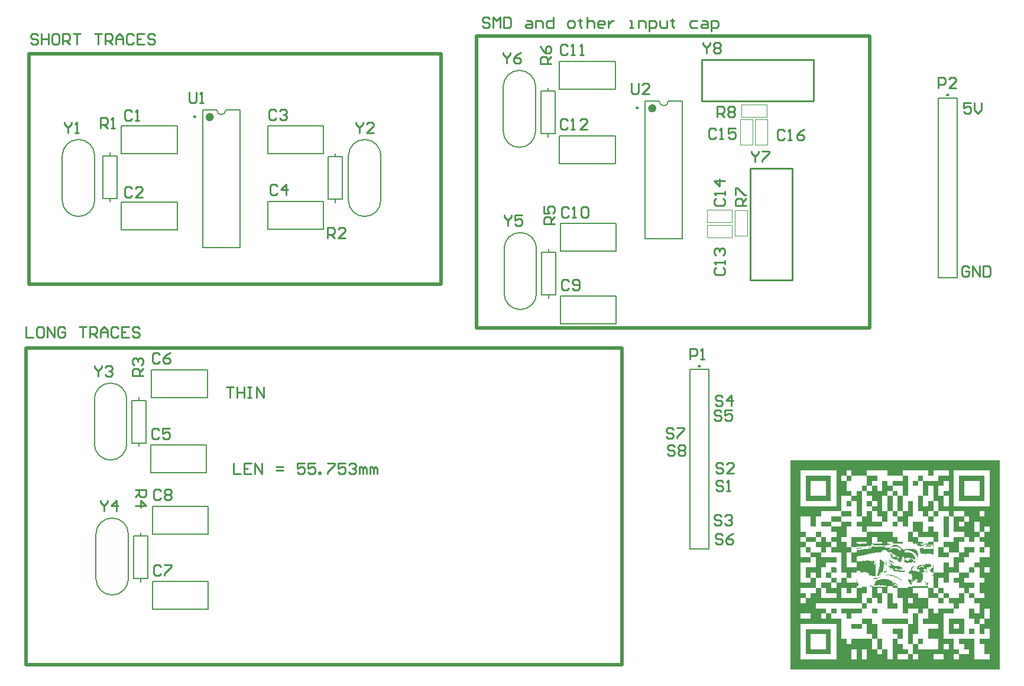
<source format=gto>
G04*
G04 #@! TF.GenerationSoftware,Altium Limited,Altium Designer,25.8.1 (18)*
G04*
G04 Layer_Color=65535*
%FSLAX44Y44*%
%MOMM*%
G71*
G04*
G04 #@! TF.SameCoordinates,729A6F0E-C14C-4E7B-A74A-3A0F7BF57B29*
G04*
G04*
G04 #@! TF.FilePolarity,Positive*
G04*
G01*
G75*
%ADD10C,0.2500*%
%ADD11C,0.2000*%
%ADD12C,0.6000*%
%ADD13C,0.5000*%
%ADD14C,0.2540*%
%ADD15C,0.1000*%
G36*
X1489595Y38451D02*
X1189595D01*
Y59203D01*
Y59366D01*
Y338451D01*
X1489595D01*
Y38451D01*
D02*
G37*
%LPC*%
G36*
X1416229Y323909D02*
X1416065D01*
Y323745D01*
X1394823D01*
Y323909D01*
X1394660D01*
Y323745D01*
X1394497D01*
Y316556D01*
X1387144D01*
Y323745D01*
X1386980D01*
Y323909D01*
X1386817D01*
Y323745D01*
X1350869D01*
Y323909D01*
X1350706D01*
Y323745D01*
X1350542D01*
Y316556D01*
X1328647D01*
Y323745D01*
X1328484D01*
Y323909D01*
X1328320D01*
Y323745D01*
X1299399D01*
Y316556D01*
X1277340D01*
Y323745D01*
X1270150D01*
Y316556D01*
X1262797D01*
Y309203D01*
X1270150D01*
Y294497D01*
X1277340D01*
Y287307D01*
X1262797D01*
Y265248D01*
X1233549D01*
Y258059D01*
X1233386D01*
Y257895D01*
X1226196D01*
Y243353D01*
X1218843D01*
Y257895D01*
X1204301D01*
Y236327D01*
X1204137D01*
Y236163D01*
X1204301D01*
Y236000D01*
X1211490D01*
Y228647D01*
X1204301D01*
Y221294D01*
X1204627D01*
Y221458D01*
X1211490D01*
Y214105D01*
X1204301D01*
Y213941D01*
X1204137D01*
Y213778D01*
X1204301D01*
Y199725D01*
X1204137D01*
Y199562D01*
X1204301D01*
Y199399D01*
X1218843D01*
Y192046D01*
X1204301D01*
Y163124D01*
X1204137D01*
Y162961D01*
X1204301D01*
Y162797D01*
X1218843D01*
Y170150D01*
X1226196D01*
Y155444D01*
X1233549D01*
Y140902D01*
X1255444D01*
Y148255D01*
X1240739D01*
Y155118D01*
X1240902D01*
Y155444D01*
X1240739D01*
Y155608D01*
X1240412D01*
Y155444D01*
X1233549D01*
Y162797D01*
X1248092D01*
Y155608D01*
X1248255D01*
Y155444D01*
X1255281D01*
Y155608D01*
X1255444D01*
Y162797D01*
X1262634D01*
Y162961D01*
X1262797D01*
Y170150D01*
X1270150D01*
Y162797D01*
X1284856D01*
Y157895D01*
X1285020D01*
Y158059D01*
X1285183D01*
Y158222D01*
X1285020D01*
Y162797D01*
X1284856D01*
Y173092D01*
X1285020D01*
Y167046D01*
X1285183D01*
Y166882D01*
X1285020D01*
Y166229D01*
X1285183D01*
Y166065D01*
X1285020D01*
Y165248D01*
X1285183D01*
Y164431D01*
X1285020D01*
Y164268D01*
X1285183D01*
Y162961D01*
X1285346D01*
Y164105D01*
X1285837D01*
Y163778D01*
X1286000D01*
Y163614D01*
X1285837D01*
Y163288D01*
X1286000D01*
Y163451D01*
X1286327D01*
Y163288D01*
X1286490D01*
Y162961D01*
X1286327D01*
Y162797D01*
X1286163D01*
Y162634D01*
X1286000D01*
Y162797D01*
X1285837D01*
Y162144D01*
X1286000D01*
Y162307D01*
X1286327D01*
Y162144D01*
X1286654D01*
Y161980D01*
X1286980D01*
Y161490D01*
X1286817D01*
Y161163D01*
X1286980D01*
Y160837D01*
X1286817D01*
Y160183D01*
X1286980D01*
Y159366D01*
X1286817D01*
Y159203D01*
X1286654D01*
Y158549D01*
X1286327D01*
Y158712D01*
X1286490D01*
Y158876D01*
X1286000D01*
Y158549D01*
X1286327D01*
Y158222D01*
X1285673D01*
Y158059D01*
X1286980D01*
Y157895D01*
X1287471D01*
Y158059D01*
X1287634D01*
Y157895D01*
X1287797D01*
Y158059D01*
X1287961D01*
Y157895D01*
X1288124D01*
Y157732D01*
X1284856D01*
Y157569D01*
X1284693D01*
Y155444D01*
X1291882D01*
Y155608D01*
X1292046D01*
Y157569D01*
X1298909D01*
Y157732D01*
X1299235D01*
Y157569D01*
X1299399D01*
Y148255D01*
X1292046D01*
Y133549D01*
X1226196D01*
Y126196D01*
X1240739D01*
Y126033D01*
X1240902D01*
Y125869D01*
X1240739D01*
Y119007D01*
X1248092D01*
Y111654D01*
X1262797D01*
Y82405D01*
X1269987D01*
Y82242D01*
X1270150D01*
Y75052D01*
X1277340D01*
Y82242D01*
X1277503D01*
Y82405D01*
X1306588D01*
Y89268D01*
X1306752D01*
Y89595D01*
X1306588D01*
Y89758D01*
X1306261D01*
Y89595D01*
X1299399D01*
Y104301D01*
X1292046D01*
Y111654D01*
X1306588D01*
Y111490D01*
X1306752D01*
Y111327D01*
X1306588D01*
Y104954D01*
X1306752D01*
Y104791D01*
X1306588D01*
Y104464D01*
X1306752D01*
Y104301D01*
X1313941D01*
Y82405D01*
X1321294D01*
Y67699D01*
X1313941D01*
Y82405D01*
X1306588D01*
Y68353D01*
X1306752D01*
Y68190D01*
X1306588D01*
Y67863D01*
X1306752D01*
Y67699D01*
X1313941D01*
Y60510D01*
X1314105D01*
Y60346D01*
X1321294D01*
Y67699D01*
X1328647D01*
Y53157D01*
X1328810D01*
Y52993D01*
X1328974D01*
Y53157D01*
X1335673D01*
Y52993D01*
X1335837D01*
Y53157D01*
X1336000D01*
Y82405D01*
X1343190D01*
Y89595D01*
X1343026D01*
Y89758D01*
X1342863D01*
Y89595D01*
X1336000D01*
Y96948D01*
X1350542D01*
Y82405D01*
X1343190D01*
Y75052D01*
X1350542D01*
Y67699D01*
X1357895D01*
Y60346D01*
X1365248D01*
Y53157D01*
X1365412D01*
Y52993D01*
X1365575D01*
Y53157D01*
X1372601D01*
Y53484D01*
X1372438D01*
Y53647D01*
X1372601D01*
Y59856D01*
X1372438D01*
Y60020D01*
X1372601D01*
Y60346D01*
X1365248D01*
Y75052D01*
X1372601D01*
Y68026D01*
X1372438D01*
Y67863D01*
X1372601D01*
Y67699D01*
X1401686D01*
Y67863D01*
X1401850D01*
Y82242D01*
X1401686D01*
Y82405D01*
X1387144D01*
Y96948D01*
X1401686D01*
Y97111D01*
X1401850D01*
Y104301D01*
X1379791D01*
Y111490D01*
X1379954D01*
Y111654D01*
X1387144D01*
Y126196D01*
X1394497D01*
Y119007D01*
X1401850D01*
Y126196D01*
X1423745D01*
Y119007D01*
X1409203D01*
Y118843D01*
X1409039D01*
Y82405D01*
X1423745D01*
Y67699D01*
X1431098D01*
Y60346D01*
X1445641D01*
Y67699D01*
X1438451D01*
Y67863D01*
X1438288D01*
Y68026D01*
X1438451D01*
Y74889D01*
X1438288D01*
Y75052D01*
X1431098D01*
Y82405D01*
X1452993D01*
Y53157D01*
X1453157D01*
Y52993D01*
X1453320D01*
Y53157D01*
X1474889D01*
Y60346D01*
X1467699D01*
Y74889D01*
X1467536D01*
Y75052D01*
X1460346D01*
Y82405D01*
X1474889D01*
Y96621D01*
X1475052D01*
Y96784D01*
X1474889D01*
Y96948D01*
X1467699D01*
Y89758D01*
X1467536D01*
Y89595D01*
X1460510D01*
Y89758D01*
X1460346D01*
Y104301D01*
X1452993D01*
Y111654D01*
X1445641D01*
Y126196D01*
X1452993D01*
Y119007D01*
X1460346D01*
Y133549D01*
X1452993D01*
Y140902D01*
X1445641D01*
Y148255D01*
X1438451D01*
Y155444D01*
X1438288D01*
Y155608D01*
X1437961D01*
Y155444D01*
X1431588D01*
Y155608D01*
X1431425D01*
Y155444D01*
X1431261D01*
Y155608D01*
X1431098D01*
Y162797D01*
X1423745D01*
Y170150D01*
X1431098D01*
Y177503D01*
X1416392D01*
Y162797D01*
X1409203D01*
Y162961D01*
X1409039D01*
Y170150D01*
X1401850D01*
Y155444D01*
X1408712D01*
Y155608D01*
X1409039D01*
Y148255D01*
X1416392D01*
Y146294D01*
Y146131D01*
Y140902D01*
X1431098D01*
Y147111D01*
Y147275D01*
Y148255D01*
X1438451D01*
Y133712D01*
X1438288D01*
Y133549D01*
X1431098D01*
Y126360D01*
X1430935D01*
Y126196D01*
X1423745D01*
Y133549D01*
X1416392D01*
Y140902D01*
X1409039D01*
Y148255D01*
X1401850D01*
Y154137D01*
Y154301D01*
Y155444D01*
X1394497D01*
Y157732D01*
X1394333D01*
Y173092D01*
X1394170D01*
Y172928D01*
X1393516D01*
Y173092D01*
X1392863D01*
Y173255D01*
X1392209D01*
Y173418D01*
X1391882D01*
Y173745D01*
X1392046D01*
Y173909D01*
X1392536D01*
Y174072D01*
X1392863D01*
Y174235D01*
X1393190D01*
Y174399D01*
X1393353D01*
Y174562D01*
X1393516D01*
Y174889D01*
X1393680D01*
Y175216D01*
X1393843D01*
Y175706D01*
X1394007D01*
Y175543D01*
X1394170D01*
Y175379D01*
X1394007D01*
Y175052D01*
X1394170D01*
Y174562D01*
X1394333D01*
Y177503D01*
X1394170D01*
Y178320D01*
X1394007D01*
Y178484D01*
X1393843D01*
Y177994D01*
X1393680D01*
Y177830D01*
X1393516D01*
Y177994D01*
X1393026D01*
Y178157D01*
X1392046D01*
Y177994D01*
X1391555D01*
Y178157D01*
X1390575D01*
Y178320D01*
X1390412D01*
Y178484D01*
X1390248D01*
Y178320D01*
X1390085D01*
Y178157D01*
X1389922D01*
Y177667D01*
X1389758D01*
Y177503D01*
X1389431D01*
Y177340D01*
X1389268D01*
Y177667D01*
X1389431D01*
Y177994D01*
X1389595D01*
Y178157D01*
X1389758D01*
Y178484D01*
X1389922D01*
Y178647D01*
X1390248D01*
Y178811D01*
X1390412D01*
Y179301D01*
X1390248D01*
Y179464D01*
X1390085D01*
Y179627D01*
X1389922D01*
Y181098D01*
X1390085D01*
Y181752D01*
X1390248D01*
Y181915D01*
X1390412D01*
Y182569D01*
X1390575D01*
Y182732D01*
X1390739D01*
Y182895D01*
X1390902D01*
Y183059D01*
X1391065D01*
Y183222D01*
X1391392D01*
Y183386D01*
X1391555D01*
Y183712D01*
X1391719D01*
Y183876D01*
X1392372D01*
Y184039D01*
X1392209D01*
Y184203D01*
X1392046D01*
Y184366D01*
X1392209D01*
Y184529D01*
X1392536D01*
Y184693D01*
X1392863D01*
Y184856D01*
X1393353D01*
Y184529D01*
X1393680D01*
Y184693D01*
X1393843D01*
Y184529D01*
X1394007D01*
Y185510D01*
X1394170D01*
Y188614D01*
X1394333D01*
Y180281D01*
Y180118D01*
Y177503D01*
X1409039D01*
Y192046D01*
X1416392D01*
Y184856D01*
X1423745D01*
Y199399D01*
X1431098D01*
Y204464D01*
Y204627D01*
Y206752D01*
X1416392D01*
Y214105D01*
X1409039D01*
Y221294D01*
X1409203D01*
Y221458D01*
X1409529D01*
Y221294D01*
X1409693D01*
Y221458D01*
X1423418D01*
Y221294D01*
X1423582D01*
Y221458D01*
X1423745D01*
Y228647D01*
X1438451D01*
Y235837D01*
X1438288D01*
Y236000D01*
X1423745D01*
Y257895D01*
X1416392D01*
Y265248D01*
X1401850D01*
Y279791D01*
X1401686D01*
Y279954D01*
X1394497D01*
Y275706D01*
Y275543D01*
Y265248D01*
X1401850D01*
Y258712D01*
Y258549D01*
Y258059D01*
X1401686D01*
Y257895D01*
X1394497D01*
Y265248D01*
X1387144D01*
Y257895D01*
X1394497D01*
Y250706D01*
X1387144D01*
Y257895D01*
X1379954D01*
Y258059D01*
X1379791D01*
Y265248D01*
X1372601D01*
Y265412D01*
X1372438D01*
Y265575D01*
X1372601D01*
Y286817D01*
X1372438D01*
Y287144D01*
X1372601D01*
Y287307D01*
X1379791D01*
Y309203D01*
X1372601D01*
Y313451D01*
Y313614D01*
Y316065D01*
X1372438D01*
Y316392D01*
X1372601D01*
Y316556D01*
X1379791D01*
Y309203D01*
X1401850D01*
Y316556D01*
X1416392D01*
Y323745D01*
X1416229D01*
Y323909D01*
D02*
G37*
G36*
X1394497Y301850D02*
X1387144D01*
Y287307D01*
X1386980D01*
Y287144D01*
X1386817D01*
Y287307D01*
X1379791D01*
Y272601D01*
X1387144D01*
Y279954D01*
X1394497D01*
Y301850D01*
D02*
G37*
G36*
X1424072Y323909D02*
X1423909D01*
Y323745D01*
X1423745D01*
Y272601D01*
X1474889D01*
Y272765D01*
X1475052D01*
Y272928D01*
X1474889D01*
Y323745D01*
X1424072D01*
Y323909D01*
D02*
G37*
G36*
X1416392Y309203D02*
X1409203D01*
Y309039D01*
X1409039D01*
Y301850D01*
X1401850D01*
Y292536D01*
Y292372D01*
Y287307D01*
X1402013D01*
Y287144D01*
X1402177D01*
Y287307D01*
X1409039D01*
Y272765D01*
X1409203D01*
Y272601D01*
X1416392D01*
Y287307D01*
X1409039D01*
Y294497D01*
X1416392D01*
Y309203D01*
D02*
G37*
G36*
X1255281Y323909D02*
X1255118D01*
Y323745D01*
X1204301D01*
Y272928D01*
X1204137D01*
Y272765D01*
X1204301D01*
Y272601D01*
X1255444D01*
Y323745D01*
X1255281D01*
Y323909D01*
D02*
G37*
G36*
X1467699Y265248D02*
X1460346D01*
Y257895D01*
X1467536D01*
Y258059D01*
X1467699D01*
Y265248D01*
D02*
G37*
G36*
X1438451D02*
X1423745D01*
Y257895D01*
X1438451D01*
Y250706D01*
X1445641D01*
Y257895D01*
X1438451D01*
Y265248D01*
D02*
G37*
G36*
Y250706D02*
X1431098D01*
Y243353D01*
X1438288D01*
Y243516D01*
X1438451D01*
Y250706D01*
D02*
G37*
G36*
X1474889Y243353D02*
X1467699D01*
Y236000D01*
X1474889D01*
Y236163D01*
X1475052D01*
Y236327D01*
X1474889D01*
Y243026D01*
X1475052D01*
Y243190D01*
X1474889D01*
Y243353D01*
D02*
G37*
G36*
X1460183Y250706D02*
X1453157D01*
Y250543D01*
X1452993D01*
Y236000D01*
X1460346D01*
Y228647D01*
X1467536D01*
Y228811D01*
X1467699D01*
Y236000D01*
X1460346D01*
Y250543D01*
X1460183D01*
Y250706D01*
D02*
G37*
G36*
X1460346Y228647D02*
X1452993D01*
Y221458D01*
X1452830D01*
Y221294D01*
X1452667D01*
Y221458D01*
X1446131D01*
Y221294D01*
X1445804D01*
Y221458D01*
X1445641D01*
Y228647D01*
X1438451D01*
Y221458D01*
X1438288D01*
Y221294D01*
X1437961D01*
Y221458D01*
X1431588D01*
Y221294D01*
X1431425D01*
Y221458D01*
X1431261D01*
Y221294D01*
X1431098D01*
Y206752D01*
X1438288D01*
Y206915D01*
X1438451D01*
Y213778D01*
X1438288D01*
Y213941D01*
X1438451D01*
Y214105D01*
X1452993D01*
Y206752D01*
X1445641D01*
Y199399D01*
X1438451D01*
Y199235D01*
X1438288D01*
Y199072D01*
X1438451D01*
Y192209D01*
X1438288D01*
Y192046D01*
X1431098D01*
Y177503D01*
X1445641D01*
Y170150D01*
X1438451D01*
Y169987D01*
X1438288D01*
Y169823D01*
X1438451D01*
Y163124D01*
X1438288D01*
Y162961D01*
X1438451D01*
Y162797D01*
X1452993D01*
Y155608D01*
X1452830D01*
Y155444D01*
X1452667D01*
Y155608D01*
X1452503D01*
Y155444D01*
X1446131D01*
Y155608D01*
X1445804D01*
Y155444D01*
X1445641D01*
Y148255D01*
X1452993D01*
Y140902D01*
X1467699D01*
Y148091D01*
X1467536D01*
Y148255D01*
X1460346D01*
Y162797D01*
X1467536D01*
Y162961D01*
X1467699D01*
Y170150D01*
X1460346D01*
Y184693D01*
X1460183D01*
Y184856D01*
X1452993D01*
Y177503D01*
X1445641D01*
Y184693D01*
X1445804D01*
Y184856D01*
X1452993D01*
Y192046D01*
X1460183D01*
Y192209D01*
X1460346D01*
Y199399D01*
X1474889D01*
Y199562D01*
X1475052D01*
Y199725D01*
X1474889D01*
Y213778D01*
X1475052D01*
Y213941D01*
X1474889D01*
Y214105D01*
X1467699D01*
Y221294D01*
X1467536D01*
Y221458D01*
X1467209D01*
Y221294D01*
X1467046D01*
Y221458D01*
X1460673D01*
Y221294D01*
X1460510D01*
Y221458D01*
X1460346D01*
Y228647D01*
D02*
G37*
G36*
X1474889Y184856D02*
X1467699D01*
Y180608D01*
Y180444D01*
Y177503D01*
X1474889D01*
Y177667D01*
X1475052D01*
Y177830D01*
X1474889D01*
Y184529D01*
X1475052D01*
Y184693D01*
X1474889D01*
Y184856D01*
D02*
G37*
G36*
X1277830Y155608D02*
X1277503D01*
Y155444D01*
X1277340D01*
Y148255D01*
X1270150D01*
Y155444D01*
X1269987D01*
Y155608D01*
X1269660D01*
Y155444D01*
X1263124D01*
Y155608D01*
X1262961D01*
Y155444D01*
X1262797D01*
Y140902D01*
X1284693D01*
Y155444D01*
X1277830D01*
Y155608D01*
D02*
G37*
G36*
X1204627D02*
X1204301D01*
Y148255D01*
X1211490D01*
Y140902D01*
X1218843D01*
Y148255D01*
X1226196D01*
Y155444D01*
X1204627D01*
Y155608D01*
D02*
G37*
G36*
X1211490Y140902D02*
X1204301D01*
Y140739D01*
X1204137D01*
Y140575D01*
X1204301D01*
Y133876D01*
X1204137D01*
Y133712D01*
X1204301D01*
Y133549D01*
X1211490D01*
Y140902D01*
D02*
G37*
G36*
X1474889Y126196D02*
X1467699D01*
Y111654D01*
X1474889D01*
Y111817D01*
X1475052D01*
Y111980D01*
X1474889D01*
Y126196D01*
D02*
G37*
G36*
X1240739Y119007D02*
X1233549D01*
Y111654D01*
X1240739D01*
Y111817D01*
X1240902D01*
Y111980D01*
X1240739D01*
Y119007D01*
D02*
G37*
G36*
X1218843D02*
X1204301D01*
Y111980D01*
X1204137D01*
Y111817D01*
X1204301D01*
Y111654D01*
X1218843D01*
Y119007D01*
D02*
G37*
G36*
X1467699Y111654D02*
X1460346D01*
Y104301D01*
X1467699D01*
Y111654D01*
D02*
G37*
G36*
X1416392Y75052D02*
X1409203D01*
Y74889D01*
X1409039D01*
Y67863D01*
X1409203D01*
Y67699D01*
X1416392D01*
Y75052D01*
D02*
G37*
G36*
X1431098Y60346D02*
X1423745D01*
Y53157D01*
X1423909D01*
Y52993D01*
X1424072D01*
Y53157D01*
X1430771D01*
Y52993D01*
X1430935D01*
Y53157D01*
X1431098D01*
Y60346D01*
D02*
G37*
G36*
X1409039D02*
X1394497D01*
Y53157D01*
X1394660D01*
Y52993D01*
X1394823D01*
Y53157D01*
X1409039D01*
Y60346D01*
D02*
G37*
G36*
X1357895D02*
X1343190D01*
Y53157D01*
X1343353D01*
Y52993D01*
X1343516D01*
Y53157D01*
X1357569D01*
Y52993D01*
X1357732D01*
Y53157D01*
X1357895D01*
Y60346D01*
D02*
G37*
G36*
X1299399Y67699D02*
X1292046D01*
Y53157D01*
X1292209D01*
Y52993D01*
X1292372D01*
Y53157D01*
X1299072D01*
Y52993D01*
X1299235D01*
Y53157D01*
X1299399D01*
Y67699D01*
D02*
G37*
G36*
X1284693D02*
X1277340D01*
Y53157D01*
X1277503D01*
Y52993D01*
X1277667D01*
Y53157D01*
X1284366D01*
Y52993D01*
X1284529D01*
Y53157D01*
X1284693D01*
Y53974D01*
Y54137D01*
Y67699D01*
D02*
G37*
G36*
X1255444Y104301D02*
X1204301D01*
Y104137D01*
X1204137D01*
Y103974D01*
X1204301D01*
Y53157D01*
X1255118D01*
Y52993D01*
X1255281D01*
Y53157D01*
X1255444D01*
Y104301D01*
D02*
G37*
%LPD*%
G36*
X1277340Y309203D02*
X1270150D01*
Y312307D01*
Y312471D01*
Y316556D01*
X1277340D01*
Y309203D01*
D02*
G37*
G36*
X1372601Y302013D02*
X1372438D01*
Y301850D01*
X1365248D01*
Y309203D01*
X1372601D01*
Y302013D01*
D02*
G37*
G36*
X1313941Y309203D02*
X1306752D01*
Y309039D01*
X1306588D01*
Y308876D01*
Y308712D01*
X1306752D01*
Y308549D01*
X1306588D01*
Y301850D01*
X1313941D01*
Y294660D01*
X1314105D01*
Y294497D01*
X1321294D01*
Y309203D01*
X1328647D01*
Y301850D01*
X1336000D01*
Y294497D01*
X1343190D01*
Y293843D01*
Y293680D01*
Y287307D01*
X1350542D01*
Y265248D01*
X1357895D01*
Y279954D01*
X1365085D01*
Y279791D01*
X1365248D01*
Y267046D01*
Y266882D01*
Y258059D01*
X1365085D01*
Y257895D01*
X1357895D01*
Y243353D01*
X1350542D01*
Y250706D01*
X1343190D01*
Y257895D01*
X1336000D01*
Y265248D01*
X1328647D01*
Y272601D01*
Y272765D01*
Y287307D01*
X1321458D01*
Y287144D01*
X1321294D01*
Y265248D01*
X1328647D01*
Y250706D01*
X1321294D01*
Y257895D01*
X1314105D01*
Y258059D01*
X1313941D01*
Y265248D01*
X1306752D01*
Y265412D01*
X1306588D01*
Y265739D01*
Y265902D01*
Y272601D01*
X1299399D01*
Y279954D01*
X1306588D01*
Y278974D01*
Y278811D01*
Y272601D01*
X1313941D01*
Y279954D01*
X1306588D01*
Y286817D01*
X1306752D01*
Y287144D01*
X1306588D01*
Y287307D01*
X1299725D01*
Y287144D01*
X1299562D01*
Y287307D01*
X1299399D01*
Y294497D01*
X1292046D01*
Y301850D01*
X1299399D01*
Y294497D01*
X1306588D01*
Y294660D01*
X1306752D01*
Y294987D01*
X1306588D01*
Y301850D01*
X1299399D01*
Y316556D01*
X1313941D01*
Y309203D01*
D02*
G37*
G36*
X1357895Y316065D02*
Y315902D01*
Y287307D01*
X1357732D01*
Y287144D01*
X1357569D01*
Y287307D01*
X1350542D01*
Y301850D01*
X1336000D01*
Y309203D01*
X1350542D01*
Y316556D01*
X1357895D01*
Y316065D01*
D02*
G37*
G36*
X1292046Y257895D02*
X1299235D01*
Y258059D01*
X1299399D01*
Y265248D01*
X1306588D01*
Y251196D01*
X1306752D01*
Y251033D01*
X1306588D01*
Y250706D01*
X1321294D01*
Y243353D01*
X1299399D01*
Y236000D01*
X1336000D01*
Y228647D01*
X1343190D01*
Y221458D01*
X1343353D01*
Y221294D01*
X1343680D01*
Y221458D01*
X1349889D01*
Y221294D01*
X1350216D01*
Y221458D01*
X1350379D01*
Y221294D01*
X1350542D01*
Y219333D01*
X1336163D01*
Y219170D01*
X1336000D01*
Y221294D01*
X1335837D01*
Y221458D01*
X1335510D01*
Y221294D01*
X1335346D01*
Y221458D01*
X1329137D01*
Y221294D01*
X1328974D01*
Y221458D01*
X1328810D01*
Y221294D01*
X1328647D01*
Y219170D01*
X1335020D01*
Y219007D01*
X1334856D01*
Y218680D01*
X1334693D01*
Y218516D01*
X1334366D01*
Y218680D01*
X1334203D01*
Y218843D01*
X1333549D01*
Y219007D01*
X1331752D01*
Y218843D01*
X1331261D01*
Y218680D01*
X1331425D01*
Y218516D01*
X1331588D01*
Y218353D01*
X1332078D01*
Y218190D01*
X1332405D01*
Y218026D01*
X1332569D01*
Y217863D01*
X1332732D01*
Y217699D01*
X1332569D01*
Y217536D01*
X1332242D01*
Y217372D01*
X1331752D01*
Y217209D01*
X1330608D01*
Y217046D01*
X1328484D01*
Y216882D01*
X1327013D01*
Y216719D01*
X1326360D01*
Y216556D01*
X1325542D01*
Y216392D01*
X1324725D01*
Y216229D01*
X1324399D01*
Y216065D01*
X1322601D01*
Y216229D01*
X1322111D01*
Y216392D01*
X1321294D01*
Y216556D01*
X1319333D01*
Y216392D01*
X1319007D01*
Y216556D01*
X1318026D01*
Y216392D01*
X1317536D01*
Y216556D01*
X1317372D01*
Y216392D01*
X1315575D01*
Y216556D01*
X1314268D01*
Y216719D01*
X1312797D01*
Y216882D01*
X1312471D01*
Y216719D01*
X1311000D01*
Y216556D01*
X1310837D01*
Y216719D01*
X1309529D01*
Y216882D01*
X1309366D01*
Y217046D01*
X1309203D01*
Y217209D01*
X1309039D01*
Y217372D01*
X1308876D01*
Y217536D01*
X1308712D01*
Y217699D01*
X1308386D01*
Y217863D01*
X1308222D01*
Y218026D01*
X1307569D01*
Y218190D01*
X1307242D01*
Y218026D01*
X1306261D01*
Y217863D01*
X1305771D01*
Y217699D01*
X1305444D01*
Y217372D01*
X1305608D01*
Y217209D01*
X1305771D01*
Y217046D01*
X1305935D01*
Y216392D01*
X1305444D01*
Y216229D01*
X1304791D01*
Y216065D01*
X1303320D01*
Y215902D01*
X1302667D01*
Y215739D01*
X1301033D01*
Y215575D01*
X1300379D01*
Y215412D01*
X1298582D01*
Y215248D01*
X1298418D01*
Y215412D01*
X1298091D01*
Y215248D01*
X1297274D01*
Y215085D01*
X1296131D01*
Y214922D01*
X1294333D01*
Y214758D01*
X1293353D01*
Y214595D01*
X1290739D01*
Y214758D01*
X1289758D01*
Y214922D01*
X1287961D01*
Y215085D01*
X1285183D01*
Y215248D01*
X1285020D01*
Y215575D01*
X1284856D01*
Y214105D01*
X1277340D01*
Y228647D01*
X1299235D01*
Y228811D01*
X1299399D01*
Y236000D01*
X1292046D01*
Y243353D01*
X1284693D01*
Y250543D01*
X1284856D01*
Y250706D01*
X1292046D01*
Y257895D01*
X1284856D01*
Y258059D01*
X1284693D01*
Y269333D01*
Y269497D01*
Y279954D01*
X1277340D01*
Y287307D01*
X1284366D01*
Y287144D01*
X1284529D01*
Y287307D01*
X1284693D01*
Y294497D01*
X1292046D01*
Y257895D01*
D02*
G37*
G36*
X1277340Y272601D02*
X1270150D01*
Y279954D01*
X1277340D01*
Y272601D01*
D02*
G37*
G36*
Y257895D02*
X1262797D01*
Y265248D01*
X1277340D01*
Y257895D01*
D02*
G37*
G36*
X1343190Y243353D02*
X1336000D01*
Y249399D01*
Y249562D01*
Y250706D01*
X1343190D01*
Y243353D01*
D02*
G37*
G36*
X1262797Y250706D02*
X1277340D01*
Y243353D01*
X1270150D01*
Y228811D01*
X1269987D01*
Y228647D01*
X1262797D01*
Y221458D01*
X1262961D01*
Y221294D01*
X1263124D01*
Y221458D01*
X1269497D01*
Y221294D01*
X1269660D01*
Y221458D01*
X1269987D01*
Y221294D01*
X1270150D01*
Y214105D01*
X1277340D01*
Y206752D01*
X1284693D01*
Y206915D01*
X1284856D01*
Y210020D01*
X1285020D01*
Y209693D01*
X1286000D01*
Y209856D01*
X1287307D01*
Y210020D01*
X1288451D01*
Y210183D01*
X1289758D01*
Y210346D01*
X1290739D01*
Y210510D01*
X1291392D01*
Y210673D01*
X1292536D01*
Y210837D01*
X1293516D01*
Y211000D01*
X1294497D01*
Y211163D01*
X1295477D01*
Y211327D01*
X1296621D01*
Y211490D01*
X1296948D01*
Y211327D01*
X1297111D01*
Y211490D01*
X1299235D01*
Y211654D01*
X1300869D01*
Y211817D01*
X1302667D01*
Y211980D01*
X1303647D01*
Y212144D01*
X1304627D01*
Y212307D01*
X1305118D01*
Y212471D01*
X1305771D01*
Y212634D01*
X1305935D01*
Y212797D01*
X1303810D01*
Y212961D01*
X1303320D01*
Y212797D01*
X1302013D01*
Y212961D01*
X1300706D01*
Y213124D01*
X1299399D01*
Y213451D01*
X1299562D01*
Y213288D01*
X1299889D01*
Y213451D01*
X1300542D01*
Y213614D01*
X1301359D01*
Y213778D01*
X1302667D01*
Y213941D01*
X1302830D01*
Y213778D01*
X1303157D01*
Y213614D01*
X1303484D01*
Y213778D01*
X1303810D01*
Y213451D01*
X1304627D01*
Y213614D01*
X1304791D01*
Y213778D01*
X1305281D01*
Y213941D01*
X1305608D01*
Y214105D01*
X1305771D01*
Y214268D01*
X1305935D01*
Y214595D01*
X1306098D01*
Y214758D01*
X1306261D01*
Y214595D01*
X1306588D01*
Y214431D01*
X1306752D01*
Y214758D01*
X1306915D01*
Y214922D01*
X1307732D01*
Y215085D01*
X1308549D01*
Y214922D01*
X1309529D01*
Y214758D01*
X1310346D01*
Y214595D01*
X1310673D01*
Y214431D01*
X1311163D01*
Y214595D01*
X1311490D01*
Y214431D01*
X1312961D01*
Y214268D01*
X1313288D01*
Y214431D01*
X1315412D01*
Y214595D01*
X1316065D01*
Y214758D01*
X1316392D01*
Y214595D01*
X1317372D01*
Y214758D01*
X1317536D01*
Y214595D01*
X1319333D01*
Y214758D01*
X1320150D01*
Y214922D01*
X1324562D01*
Y214758D01*
X1325216D01*
Y214595D01*
X1325542D01*
Y214431D01*
X1325869D01*
Y214105D01*
X1325706D01*
Y213941D01*
X1325379D01*
Y213778D01*
X1324889D01*
Y213614D01*
X1324725D01*
Y213288D01*
X1326033D01*
Y213124D01*
X1326686D01*
Y213288D01*
X1332569D01*
Y213124D01*
X1332732D01*
Y212797D01*
X1332895D01*
Y212471D01*
X1332732D01*
Y211654D01*
X1332569D01*
Y211163D01*
X1332405D01*
Y210837D01*
X1332242D01*
Y210020D01*
X1332078D01*
Y209856D01*
X1332242D01*
Y209693D01*
X1332569D01*
Y209856D01*
X1332732D01*
Y210020D01*
X1332895D01*
Y210183D01*
X1333059D01*
Y210510D01*
X1333222D01*
Y210673D01*
X1333386D01*
Y210837D01*
X1333549D01*
Y211000D01*
X1333712D01*
Y211163D01*
X1334039D01*
Y211327D01*
X1334203D01*
Y211490D01*
X1334529D01*
Y211654D01*
X1334856D01*
Y211817D01*
X1335183D01*
Y211980D01*
X1335673D01*
Y212144D01*
X1336163D01*
Y212307D01*
X1336817D01*
Y212471D01*
X1337634D01*
Y212634D01*
X1340739D01*
Y212471D01*
X1341229D01*
Y212307D01*
X1341719D01*
Y212144D01*
X1342209D01*
Y211980D01*
X1342536D01*
Y211817D01*
X1342863D01*
Y211654D01*
X1343190D01*
Y211490D01*
X1343353D01*
Y211327D01*
X1343516D01*
Y211163D01*
X1343680D01*
Y211000D01*
X1344007D01*
Y210837D01*
X1344170D01*
Y210673D01*
X1344497D01*
Y210510D01*
X1344660D01*
Y210346D01*
X1344823D01*
Y210183D01*
X1344987D01*
Y210020D01*
X1345150D01*
Y209856D01*
X1345314D01*
Y209693D01*
X1345477D01*
Y209529D01*
X1345641D01*
Y209366D01*
X1345804D01*
Y209203D01*
X1345967D01*
Y209039D01*
X1346131D01*
Y208712D01*
X1346294D01*
Y208549D01*
X1346458D01*
Y208386D01*
X1346784D01*
Y208549D01*
X1346948D01*
Y208712D01*
X1347111D01*
Y208876D01*
X1347274D01*
Y209039D01*
X1347438D01*
Y209366D01*
X1347601D01*
Y209529D01*
X1347765D01*
Y209856D01*
X1347928D01*
Y210510D01*
X1348091D01*
Y211327D01*
X1347928D01*
Y211490D01*
X1347765D01*
Y211654D01*
X1347601D01*
Y211817D01*
X1347438D01*
Y211980D01*
X1347274D01*
Y212144D01*
X1346948D01*
Y212307D01*
X1346784D01*
Y212471D01*
X1346621D01*
Y212634D01*
X1346458D01*
Y212797D01*
X1346131D01*
Y212961D01*
X1345804D01*
Y213124D01*
X1345314D01*
Y213288D01*
X1345150D01*
Y213451D01*
X1344823D01*
Y213614D01*
X1344660D01*
Y213778D01*
X1344333D01*
Y213941D01*
X1343843D01*
Y214105D01*
X1343353D01*
Y214268D01*
X1343026D01*
Y214431D01*
X1342699D01*
Y214595D01*
X1342046D01*
Y214758D01*
X1341065D01*
Y214922D01*
X1338778D01*
Y214758D01*
X1338124D01*
Y214595D01*
X1337144D01*
Y214431D01*
X1336327D01*
Y214268D01*
X1335837D01*
Y214105D01*
X1335510D01*
Y213941D01*
X1335183D01*
Y213778D01*
X1334856D01*
Y213614D01*
X1334529D01*
Y213451D01*
X1334366D01*
Y213288D01*
X1334203D01*
Y213124D01*
X1334039D01*
Y212961D01*
X1333876D01*
Y212797D01*
X1333712D01*
Y213124D01*
X1333876D01*
Y213451D01*
X1334039D01*
Y213778D01*
X1334203D01*
Y213941D01*
X1334366D01*
Y214105D01*
X1334529D01*
Y214431D01*
X1334693D01*
Y214595D01*
X1334856D01*
Y214758D01*
X1335020D01*
Y215085D01*
X1335183D01*
Y215248D01*
X1335346D01*
Y215412D01*
X1335510D01*
Y215575D01*
X1335673D01*
Y215902D01*
X1335837D01*
Y216065D01*
X1336000D01*
Y216229D01*
X1336163D01*
Y216392D01*
X1336327D01*
Y216556D01*
X1336490D01*
Y216719D01*
X1336654D01*
Y216882D01*
X1336980D01*
Y217046D01*
X1337144D01*
Y217209D01*
X1337471D01*
Y217372D01*
X1337634D01*
Y217536D01*
X1338124D01*
Y217699D01*
X1338941D01*
Y217863D01*
X1339105D01*
Y217699D01*
X1339268D01*
Y217863D01*
X1339595D01*
Y217699D01*
X1340248D01*
Y217536D01*
X1340902D01*
Y217372D01*
X1341229D01*
Y217209D01*
X1341719D01*
Y217046D01*
X1342209D01*
Y216882D01*
X1342536D01*
Y216719D01*
X1342863D01*
Y216556D01*
X1343190D01*
Y216392D01*
X1343680D01*
Y216229D01*
X1343843D01*
Y216065D01*
X1344007D01*
Y215902D01*
X1344333D01*
Y215739D01*
X1344497D01*
Y215575D01*
X1344823D01*
Y215412D01*
X1345150D01*
Y215248D01*
X1345314D01*
Y215085D01*
X1345477D01*
Y214922D01*
X1345641D01*
Y214758D01*
X1345804D01*
Y214595D01*
X1345967D01*
Y214431D01*
X1346294D01*
Y214268D01*
X1346458D01*
Y214105D01*
X1346621D01*
Y213941D01*
X1346784D01*
Y213614D01*
X1346948D01*
Y213451D01*
X1347601D01*
Y213288D01*
X1347928D01*
Y212961D01*
X1348091D01*
Y212797D01*
X1348255D01*
Y212634D01*
X1348418D01*
Y212471D01*
X1348582D01*
Y212144D01*
X1348745D01*
Y211490D01*
X1349235D01*
Y211654D01*
X1349399D01*
Y211490D01*
X1349889D01*
Y211327D01*
X1350216D01*
Y211163D01*
X1350542D01*
Y211000D01*
X1350706D01*
Y210837D01*
X1353320D01*
Y211000D01*
X1354464D01*
Y211163D01*
X1357732D01*
Y211327D01*
X1358222D01*
Y211163D01*
X1358386D01*
Y211327D01*
X1359693D01*
Y211490D01*
X1360673D01*
Y211654D01*
X1361000D01*
Y211490D01*
X1361490D01*
Y211654D01*
X1361654D01*
Y211490D01*
X1362307D01*
Y211654D01*
X1362961D01*
Y211490D01*
X1363614D01*
Y211654D01*
X1363941D01*
Y211490D01*
X1364105D01*
Y211654D01*
X1364268D01*
Y211490D01*
X1365085D01*
Y211327D01*
X1365902D01*
Y211163D01*
X1366719D01*
Y211000D01*
X1367536D01*
Y210837D01*
X1367699D01*
Y210673D01*
X1368190D01*
Y210510D01*
X1368680D01*
Y210346D01*
X1369007D01*
Y210183D01*
X1369170D01*
Y210020D01*
X1369497D01*
Y209856D01*
X1369823D01*
Y209693D01*
X1369987D01*
Y209529D01*
X1370150D01*
Y209366D01*
X1370314D01*
Y209039D01*
X1370641D01*
Y208876D01*
X1370804D01*
Y208549D01*
X1370967D01*
Y208386D01*
X1371131D01*
Y208059D01*
X1371294D01*
Y207895D01*
X1371458D01*
Y207405D01*
X1371621D01*
Y207078D01*
X1371784D01*
Y206588D01*
X1371948D01*
Y206098D01*
X1372111D01*
Y205281D01*
X1372274D01*
Y204137D01*
X1372438D01*
Y202340D01*
X1372274D01*
Y201196D01*
X1372111D01*
Y200543D01*
X1371948D01*
Y199562D01*
X1371784D01*
Y198909D01*
X1371621D01*
Y198582D01*
X1371458D01*
Y198255D01*
X1371294D01*
Y197928D01*
X1371131D01*
Y197601D01*
X1370967D01*
Y197274D01*
X1370804D01*
Y197111D01*
X1370641D01*
Y196784D01*
X1370477D01*
Y196458D01*
X1370314D01*
Y196131D01*
X1370150D01*
Y195804D01*
X1369987D01*
Y195477D01*
X1369823D01*
Y195150D01*
X1369660D01*
Y194823D01*
X1369497D01*
Y194497D01*
X1369333D01*
Y194170D01*
X1369170D01*
Y194007D01*
X1369007D01*
Y193680D01*
X1368843D01*
Y193353D01*
X1368680D01*
Y193026D01*
X1368516D01*
Y192699D01*
X1368353D01*
Y192536D01*
X1368190D01*
Y192209D01*
X1368026D01*
Y192046D01*
X1367863D01*
Y191882D01*
X1367699D01*
Y191556D01*
X1367536D01*
Y191392D01*
X1367372D01*
Y191229D01*
X1367209D01*
Y191392D01*
X1367046D01*
Y191229D01*
X1366229D01*
Y191065D01*
X1365739D01*
Y191392D01*
X1366719D01*
Y191719D01*
X1366065D01*
Y191556D01*
X1365575D01*
Y191882D01*
X1365739D01*
Y192046D01*
X1365902D01*
Y192209D01*
X1366065D01*
Y192536D01*
X1366229D01*
Y192863D01*
X1366392D01*
Y193026D01*
X1366555D01*
Y193190D01*
X1366719D01*
Y193516D01*
X1366882D01*
Y193843D01*
X1367046D01*
Y194007D01*
X1367209D01*
Y194333D01*
X1367372D01*
Y194497D01*
X1367536D01*
Y194333D01*
X1367699D01*
Y194170D01*
X1367536D01*
Y193843D01*
X1367372D01*
Y193353D01*
X1367209D01*
Y193026D01*
X1367046D01*
Y192699D01*
X1367372D01*
Y192863D01*
X1367536D01*
Y193026D01*
X1367699D01*
Y193190D01*
X1367863D01*
Y193353D01*
X1368026D01*
Y193680D01*
X1368190D01*
Y193843D01*
X1368353D01*
Y194007D01*
X1368680D01*
Y194333D01*
X1368843D01*
Y194497D01*
X1369007D01*
Y194823D01*
X1369170D01*
Y195150D01*
X1369333D01*
Y195314D01*
X1369497D01*
Y195641D01*
X1369660D01*
Y195804D01*
X1369823D01*
Y196131D01*
X1369987D01*
Y196458D01*
X1370150D01*
Y196784D01*
X1370314D01*
Y197111D01*
X1370477D01*
Y197274D01*
X1370641D01*
Y197601D01*
X1370804D01*
Y197928D01*
X1370967D01*
Y198255D01*
X1371131D01*
Y198418D01*
X1371294D01*
Y198909D01*
X1371458D01*
Y199399D01*
X1371621D01*
Y199889D01*
X1371784D01*
Y200216D01*
X1371458D01*
Y199889D01*
X1371294D01*
Y199725D01*
X1371131D01*
Y199562D01*
X1370967D01*
Y199889D01*
X1371131D01*
Y200543D01*
X1370967D01*
Y201360D01*
X1370804D01*
Y201523D01*
X1370641D01*
Y202013D01*
X1370477D01*
Y202340D01*
X1370314D01*
Y202667D01*
X1370150D01*
Y202830D01*
X1369987D01*
Y203157D01*
X1369823D01*
Y203320D01*
X1369660D01*
Y203484D01*
X1369333D01*
Y203974D01*
X1369170D01*
Y204137D01*
X1369007D01*
Y204301D01*
X1368843D01*
Y204464D01*
X1368680D01*
Y204627D01*
X1368516D01*
Y204791D01*
X1368353D01*
Y204954D01*
X1368190D01*
Y205118D01*
X1367863D01*
Y205281D01*
X1367699D01*
Y205444D01*
X1367536D01*
Y205608D01*
X1367372D01*
Y205771D01*
X1367209D01*
Y205935D01*
X1366882D01*
Y206098D01*
X1366719D01*
Y206261D01*
X1366392D01*
Y206425D01*
X1366229D01*
Y206588D01*
X1366065D01*
Y206752D01*
X1365739D01*
Y206915D01*
X1365412D01*
Y207078D01*
X1365248D01*
Y207242D01*
X1364922D01*
Y207405D01*
X1364595D01*
Y207569D01*
X1364268D01*
Y207732D01*
X1363941D01*
Y207895D01*
X1363614D01*
Y208059D01*
X1363288D01*
Y208222D01*
X1362797D01*
Y208386D01*
X1362471D01*
Y208549D01*
X1362144D01*
Y208712D01*
X1361817D01*
Y208876D01*
X1361000D01*
Y209039D01*
X1360346D01*
Y209203D01*
X1359366D01*
Y209366D01*
X1357895D01*
Y209529D01*
X1354954D01*
Y209366D01*
X1354301D01*
Y209203D01*
X1353974D01*
Y209039D01*
X1353647D01*
Y208876D01*
X1353484D01*
Y208712D01*
X1353320D01*
Y208386D01*
X1353157D01*
Y207895D01*
X1352993D01*
Y207569D01*
X1353157D01*
Y207242D01*
X1352993D01*
Y207078D01*
X1353157D01*
Y206425D01*
X1353320D01*
Y206261D01*
X1354137D01*
Y206425D01*
X1355281D01*
Y206588D01*
X1356588D01*
Y206752D01*
X1358876D01*
Y206588D01*
X1359856D01*
Y206425D01*
X1360673D01*
Y206261D01*
X1361163D01*
Y206098D01*
X1361490D01*
Y205935D01*
X1361980D01*
Y205771D01*
X1362471D01*
Y205608D01*
X1362634D01*
Y205444D01*
X1363124D01*
Y205281D01*
X1363451D01*
Y205118D01*
X1363614D01*
Y204954D01*
X1363941D01*
Y204791D01*
X1364268D01*
Y204627D01*
X1364431D01*
Y204464D01*
X1364595D01*
Y204301D01*
X1364922D01*
Y204137D01*
X1365248D01*
Y203974D01*
X1365575D01*
Y203811D01*
X1365739D01*
Y203647D01*
X1365902D01*
Y203484D01*
X1366229D01*
Y203320D01*
X1366392D01*
Y203157D01*
X1366555D01*
Y202994D01*
X1366882D01*
Y202830D01*
X1367046D01*
Y202667D01*
X1367209D01*
Y202503D01*
X1366882D01*
Y202667D01*
X1366392D01*
Y202503D01*
X1366555D01*
Y202340D01*
X1366065D01*
Y202503D01*
X1365575D01*
Y202667D01*
X1365248D01*
Y202830D01*
X1364922D01*
Y202994D01*
X1364431D01*
Y203157D01*
X1364105D01*
Y203320D01*
X1363941D01*
Y203157D01*
X1364105D01*
Y202994D01*
X1364431D01*
Y202830D01*
X1364758D01*
Y202667D01*
X1364922D01*
Y202503D01*
X1365248D01*
Y202340D01*
X1365412D01*
Y202176D01*
X1365739D01*
Y202013D01*
X1366065D01*
Y201686D01*
X1366392D01*
Y201523D01*
X1366555D01*
Y201360D01*
X1366719D01*
Y201196D01*
X1367046D01*
Y201033D01*
X1367209D01*
Y200869D01*
X1367372D01*
Y200543D01*
X1367536D01*
Y200379D01*
X1367699D01*
Y200216D01*
X1367863D01*
Y199889D01*
X1368026D01*
Y199725D01*
X1368190D01*
Y199399D01*
X1368353D01*
Y197765D01*
X1368190D01*
Y197111D01*
X1368026D01*
Y196784D01*
X1367863D01*
Y196458D01*
X1367699D01*
Y196294D01*
X1367536D01*
Y195967D01*
X1366555D01*
Y196131D01*
X1366392D01*
Y196294D01*
X1366065D01*
Y196621D01*
X1365902D01*
Y196784D01*
X1365739D01*
Y197111D01*
X1365248D01*
Y197601D01*
X1364922D01*
Y197765D01*
X1364758D01*
Y197928D01*
X1364595D01*
Y197765D01*
X1364431D01*
Y197601D01*
X1364105D01*
Y197438D01*
X1364268D01*
Y197274D01*
X1363614D01*
Y197438D01*
X1363288D01*
Y197601D01*
X1362797D01*
Y197765D01*
X1362307D01*
Y197928D01*
X1361817D01*
Y198092D01*
X1361163D01*
Y198255D01*
X1360510D01*
Y198418D01*
X1359366D01*
Y198582D01*
X1356261D01*
Y198418D01*
X1355281D01*
Y198255D01*
X1354627D01*
Y198092D01*
X1354301D01*
Y197928D01*
X1353810D01*
Y197765D01*
X1353647D01*
Y197601D01*
X1353320D01*
Y197438D01*
X1352993D01*
Y197274D01*
X1352830D01*
Y197111D01*
X1352667D01*
Y196948D01*
X1352503D01*
Y196784D01*
X1352340D01*
Y196621D01*
X1352177D01*
Y196784D01*
X1352013D01*
Y199072D01*
X1352177D01*
Y199889D01*
X1352013D01*
Y200052D01*
X1351686D01*
Y200216D01*
X1351523D01*
Y200543D01*
X1351360D01*
Y200379D01*
X1351196D01*
Y200216D01*
X1351033D01*
Y199889D01*
X1350869D01*
Y199725D01*
X1350706D01*
Y199562D01*
X1350542D01*
Y199399D01*
X1350379D01*
Y199235D01*
X1350216D01*
Y198909D01*
X1350052D01*
Y198582D01*
X1349889D01*
Y198255D01*
X1349725D01*
Y197765D01*
X1349562D01*
Y197274D01*
X1349399D01*
Y196784D01*
X1349235D01*
Y196458D01*
X1349072D01*
Y195804D01*
X1348909D01*
Y195477D01*
X1348745D01*
Y194987D01*
X1348582D01*
Y194497D01*
X1348418D01*
Y194170D01*
X1348255D01*
Y193680D01*
X1348091D01*
Y193353D01*
X1347928D01*
Y192863D01*
X1347765D01*
Y192699D01*
X1347438D01*
Y192536D01*
X1346948D01*
Y192372D01*
X1346621D01*
Y192536D01*
X1345967D01*
Y192699D01*
X1345804D01*
Y192863D01*
X1345641D01*
Y193026D01*
X1345477D01*
Y193190D01*
X1345150D01*
Y193353D01*
X1344823D01*
Y193516D01*
X1344660D01*
Y193680D01*
X1344497D01*
Y193843D01*
X1344170D01*
Y194007D01*
X1343843D01*
Y194170D01*
X1343516D01*
Y194333D01*
X1343190D01*
Y194660D01*
X1343026D01*
Y194987D01*
X1343190D01*
Y195314D01*
X1343353D01*
Y195477D01*
X1343516D01*
Y195804D01*
X1343680D01*
Y196458D01*
X1343353D01*
Y196294D01*
X1343026D01*
Y196131D01*
X1342536D01*
Y195967D01*
X1341882D01*
Y195804D01*
X1339758D01*
Y195967D01*
X1339105D01*
Y196131D01*
X1338778D01*
Y196294D01*
X1338941D01*
Y196458D01*
X1339595D01*
Y196621D01*
X1338941D01*
Y196784D01*
X1338451D01*
Y196948D01*
X1337961D01*
Y197111D01*
X1337634D01*
Y197274D01*
X1337144D01*
Y197438D01*
X1336654D01*
Y197601D01*
X1336327D01*
Y197765D01*
X1336000D01*
Y197928D01*
X1335673D01*
Y198092D01*
X1335510D01*
Y198255D01*
X1335183D01*
Y198418D01*
X1334856D01*
Y198582D01*
X1334693D01*
Y198745D01*
X1334529D01*
Y198909D01*
X1334366D01*
Y199072D01*
X1334203D01*
Y199399D01*
X1334039D01*
Y199562D01*
X1333876D01*
Y199889D01*
X1333712D01*
Y200543D01*
X1333549D01*
Y201033D01*
X1333386D01*
Y201850D01*
X1333222D01*
Y203974D01*
X1333386D01*
Y204137D01*
X1334039D01*
Y204301D01*
X1334693D01*
Y204137D01*
X1334856D01*
Y202176D01*
X1335020D01*
Y201686D01*
X1335183D01*
Y201360D01*
X1335346D01*
Y201033D01*
X1335510D01*
Y200706D01*
X1335673D01*
Y200543D01*
X1335837D01*
Y200379D01*
X1336000D01*
Y200216D01*
X1336163D01*
Y200052D01*
X1336490D01*
Y199889D01*
X1336654D01*
Y199725D01*
X1336980D01*
Y199562D01*
X1337634D01*
Y199399D01*
X1338614D01*
Y199562D01*
X1339105D01*
Y199725D01*
X1339431D01*
Y199889D01*
X1339758D01*
Y200052D01*
X1340085D01*
Y200216D01*
X1340248D01*
Y200379D01*
X1340412D01*
Y200543D01*
X1340575D01*
Y200706D01*
X1340739D01*
Y201033D01*
X1340902D01*
Y201196D01*
X1341229D01*
Y201033D01*
X1341392D01*
Y200869D01*
X1341719D01*
Y200706D01*
X1341882D01*
Y200543D01*
X1342046D01*
Y200379D01*
X1342209D01*
Y200052D01*
X1342372D01*
Y199889D01*
X1342536D01*
Y199725D01*
X1342699D01*
Y199562D01*
X1342863D01*
Y199235D01*
X1343026D01*
Y199072D01*
X1343190D01*
Y198745D01*
X1343353D01*
Y197928D01*
X1343516D01*
Y197438D01*
X1343680D01*
Y197601D01*
X1343843D01*
Y197765D01*
X1344497D01*
Y198092D01*
X1344660D01*
Y199725D01*
X1344497D01*
Y200216D01*
X1344333D01*
Y200379D01*
X1343516D01*
Y200052D01*
X1343353D01*
Y199725D01*
X1343190D01*
Y199889D01*
X1343026D01*
Y200052D01*
X1342863D01*
Y200216D01*
X1342699D01*
Y200379D01*
X1342536D01*
Y200706D01*
X1342209D01*
Y201033D01*
X1342046D01*
Y201196D01*
X1341719D01*
Y201360D01*
X1341555D01*
Y201523D01*
X1341392D01*
Y201686D01*
X1341229D01*
Y201850D01*
X1341065D01*
Y202013D01*
X1340739D01*
Y202176D01*
X1340575D01*
Y202340D01*
X1340412D01*
Y202503D01*
X1340085D01*
Y202667D01*
X1339922D01*
Y202830D01*
X1339595D01*
Y202994D01*
X1339431D01*
Y203157D01*
X1339105D01*
Y203320D01*
X1338778D01*
Y203484D01*
X1338614D01*
Y203647D01*
X1338288D01*
Y203811D01*
X1337961D01*
Y203974D01*
X1337634D01*
Y204137D01*
X1337307D01*
Y204301D01*
X1336817D01*
Y204464D01*
X1336490D01*
Y204627D01*
X1335837D01*
Y204791D01*
X1335346D01*
Y204954D01*
X1334529D01*
Y205118D01*
X1333876D01*
Y205281D01*
X1333712D01*
Y205118D01*
X1332895D01*
Y205281D01*
X1333059D01*
Y205444D01*
X1334693D01*
Y205608D01*
X1334856D01*
Y205771D01*
X1335020D01*
Y206261D01*
X1334693D01*
Y206425D01*
X1334203D01*
Y206588D01*
X1333222D01*
Y206425D01*
X1332732D01*
Y207078D01*
X1332405D01*
Y207405D01*
X1332242D01*
Y207569D01*
X1332078D01*
Y207405D01*
X1331915D01*
Y206425D01*
X1332078D01*
Y205608D01*
X1332242D01*
Y205444D01*
X1332078D01*
Y204791D01*
X1331915D01*
Y204464D01*
X1331752D01*
Y205281D01*
X1331588D01*
Y206261D01*
X1330771D01*
Y206098D01*
X1330608D01*
Y206588D01*
X1330444D01*
Y207569D01*
X1330608D01*
Y208712D01*
X1330771D01*
Y209366D01*
X1330935D01*
Y210020D01*
X1331098D01*
Y210673D01*
X1331261D01*
Y211163D01*
X1331098D01*
Y211000D01*
X1330935D01*
Y210510D01*
X1330771D01*
Y209856D01*
X1330608D01*
Y209366D01*
X1330444D01*
Y208712D01*
X1330281D01*
Y208222D01*
X1330118D01*
Y207895D01*
X1329954D01*
Y207405D01*
X1329791D01*
Y207078D01*
X1329627D01*
Y206752D01*
X1329301D01*
Y206915D01*
X1329137D01*
Y207078D01*
X1328974D01*
Y207242D01*
X1328810D01*
Y207405D01*
X1328484D01*
Y207569D01*
X1328320D01*
Y207732D01*
X1328157D01*
Y207895D01*
X1327993D01*
Y208222D01*
X1327830D01*
Y208386D01*
X1327667D01*
Y208549D01*
X1327503D01*
Y208712D01*
X1327340D01*
Y208876D01*
X1327177D01*
Y209203D01*
X1327013D01*
Y209366D01*
X1326686D01*
Y209529D01*
X1326523D01*
Y209693D01*
X1325542D01*
Y209529D01*
X1325216D01*
Y209693D01*
X1324235D01*
Y209856D01*
X1323091D01*
Y209693D01*
X1322601D01*
Y209529D01*
X1322438D01*
Y209366D01*
X1322111D01*
Y209203D01*
X1321784D01*
Y209039D01*
X1321458D01*
Y208876D01*
X1321131D01*
Y208712D01*
X1320804D01*
Y208549D01*
X1320641D01*
Y208386D01*
X1320477D01*
Y208222D01*
X1320314D01*
Y208059D01*
X1320150D01*
Y207895D01*
X1319987D01*
Y207405D01*
X1319823D01*
Y207078D01*
X1319660D01*
Y206588D01*
X1319497D01*
Y206098D01*
X1319333D01*
Y205935D01*
X1319170D01*
Y206425D01*
X1318843D01*
Y206261D01*
X1318680D01*
Y206425D01*
X1318190D01*
Y206261D01*
X1317699D01*
Y206425D01*
X1316882D01*
Y206261D01*
X1315575D01*
Y206098D01*
X1314922D01*
Y206261D01*
X1314268D01*
Y206425D01*
X1314105D01*
Y206588D01*
X1313941D01*
Y206425D01*
X1312797D01*
Y206261D01*
X1311490D01*
Y206098D01*
X1310510D01*
Y205935D01*
X1309856D01*
Y205771D01*
X1308712D01*
Y205608D01*
X1308059D01*
Y205444D01*
X1307078D01*
Y205281D01*
X1306098D01*
Y205118D01*
X1305771D01*
Y204954D01*
X1304791D01*
Y204791D01*
X1304137D01*
Y204627D01*
X1303484D01*
Y204464D01*
X1302177D01*
Y204301D01*
X1301523D01*
Y204137D01*
X1301196D01*
Y203974D01*
X1300542D01*
Y203811D01*
X1299889D01*
Y203647D01*
X1299072D01*
Y203484D01*
X1298745D01*
Y203320D01*
X1298091D01*
Y203157D01*
X1296621D01*
Y202994D01*
X1295967D01*
Y202830D01*
X1295804D01*
Y202667D01*
X1295314D01*
Y202503D01*
X1294660D01*
Y202340D01*
X1293353D01*
Y202176D01*
X1291719D01*
Y202013D01*
X1291229D01*
Y201850D01*
X1290248D01*
Y201686D01*
X1289431D01*
Y201523D01*
X1288941D01*
Y201360D01*
X1288124D01*
Y201196D01*
X1287144D01*
Y201033D01*
X1286163D01*
Y200869D01*
X1285510D01*
Y200706D01*
X1285346D01*
Y200543D01*
X1285183D01*
Y200706D01*
X1285020D01*
Y201523D01*
X1284856D01*
Y192209D01*
X1285020D01*
Y193680D01*
X1285183D01*
Y194007D01*
X1285346D01*
Y193680D01*
X1288124D01*
Y193843D01*
X1290412D01*
Y194007D01*
X1291392D01*
Y194170D01*
X1291555D01*
Y194007D01*
X1292209D01*
Y194170D01*
X1292372D01*
Y194007D01*
X1292699D01*
Y194170D01*
X1293353D01*
Y194333D01*
X1293680D01*
Y194170D01*
X1294333D01*
Y194333D01*
X1294660D01*
Y194497D01*
X1294823D01*
Y194333D01*
X1296621D01*
Y194497D01*
X1297438D01*
Y194333D01*
X1297601D01*
Y194497D01*
X1297765D01*
Y194333D01*
X1297928D01*
Y194660D01*
X1298091D01*
Y194823D01*
X1299072D01*
Y194987D01*
X1299399D01*
Y195150D01*
X1299889D01*
Y194987D01*
X1300706D01*
Y194823D01*
X1300869D01*
Y194660D01*
X1301033D01*
Y194497D01*
X1301196D01*
Y194660D01*
X1301686D01*
Y194497D01*
X1302013D01*
Y194660D01*
X1302177D01*
Y194823D01*
X1302340D01*
Y194497D01*
X1302503D01*
Y194333D01*
X1302993D01*
Y194170D01*
X1303157D01*
Y194007D01*
X1303647D01*
Y194170D01*
X1303810D01*
Y194007D01*
X1304791D01*
Y193843D01*
X1304954D01*
Y194007D01*
X1305281D01*
Y194170D01*
X1305771D01*
Y194007D01*
X1306098D01*
Y194170D01*
X1305771D01*
Y194333D01*
X1307078D01*
Y194170D01*
X1306752D01*
Y194007D01*
X1307078D01*
Y193843D01*
X1307242D01*
Y194007D01*
X1307405D01*
Y194170D01*
X1307569D01*
Y194333D01*
X1307732D01*
Y194497D01*
X1307895D01*
Y194660D01*
X1308712D01*
Y194497D01*
X1308876D01*
Y194333D01*
X1309039D01*
Y194497D01*
X1309203D01*
Y194660D01*
X1309366D01*
Y194497D01*
X1309693D01*
Y194333D01*
X1309856D01*
Y194007D01*
X1310020D01*
Y193353D01*
X1309856D01*
Y193843D01*
X1309529D01*
Y193353D01*
X1309856D01*
Y192863D01*
X1309693D01*
Y192699D01*
X1309856D01*
Y192372D01*
X1309693D01*
Y191719D01*
X1309856D01*
Y190902D01*
Y190739D01*
X1309529D01*
Y190412D01*
X1309693D01*
Y189758D01*
X1309529D01*
Y188941D01*
X1309693D01*
Y188451D01*
X1310020D01*
Y188288D01*
X1310183D01*
Y188451D01*
X1310346D01*
Y188614D01*
X1311000D01*
Y189922D01*
X1311163D01*
Y191392D01*
X1311327D01*
Y192209D01*
X1311490D01*
Y192863D01*
X1311654D01*
Y193353D01*
X1311817D01*
Y193843D01*
X1311980D01*
Y194170D01*
X1312144D01*
Y194497D01*
X1312307D01*
Y194987D01*
X1312471D01*
Y195314D01*
X1312634D01*
Y195804D01*
X1312797D01*
Y195967D01*
X1312961D01*
Y196458D01*
X1313124D01*
Y196621D01*
X1313288D01*
Y196948D01*
X1313451D01*
Y197274D01*
X1313614D01*
Y197438D01*
X1313778D01*
Y197111D01*
X1313614D01*
Y196784D01*
X1313451D01*
Y196458D01*
X1313288D01*
Y196131D01*
X1313124D01*
Y195804D01*
X1312961D01*
Y195314D01*
X1312797D01*
Y194987D01*
X1312634D01*
Y194497D01*
X1312471D01*
Y194007D01*
X1312307D01*
Y193516D01*
X1312144D01*
Y192863D01*
X1311980D01*
Y192209D01*
X1311817D01*
Y191229D01*
X1311654D01*
Y189268D01*
X1311490D01*
Y184039D01*
X1311654D01*
Y179137D01*
X1311817D01*
Y175543D01*
X1311980D01*
Y172111D01*
X1311817D01*
Y171784D01*
X1311654D01*
Y171948D01*
X1311327D01*
Y171784D01*
X1311163D01*
Y171948D01*
X1311000D01*
Y172111D01*
X1310837D01*
Y172274D01*
X1309366D01*
Y172438D01*
X1308712D01*
Y172601D01*
X1307732D01*
Y172765D01*
X1306915D01*
Y172928D01*
X1306261D01*
Y173092D01*
X1305608D01*
Y173255D01*
X1305281D01*
Y173418D01*
X1304954D01*
Y173582D01*
X1304301D01*
Y173745D01*
X1302667D01*
Y174072D01*
X1302503D01*
Y174399D01*
X1302340D01*
Y174725D01*
X1302177D01*
Y174889D01*
X1302013D01*
Y175869D01*
X1301850D01*
Y176033D01*
X1301686D01*
Y176360D01*
X1301523D01*
Y176686D01*
X1300542D01*
Y177176D01*
X1300379D01*
Y177340D01*
X1299889D01*
Y177503D01*
X1299725D01*
Y177667D01*
X1299399D01*
Y177340D01*
X1299072D01*
Y177176D01*
X1298909D01*
Y177013D01*
X1298091D01*
Y177176D01*
X1297928D01*
Y177667D01*
X1298091D01*
Y177994D01*
X1298255D01*
Y178157D01*
X1298091D01*
Y178320D01*
X1296621D01*
Y178157D01*
X1294823D01*
Y178320D01*
X1294497D01*
Y178157D01*
X1294333D01*
Y177994D01*
X1293680D01*
Y177830D01*
X1293353D01*
Y177667D01*
X1292536D01*
Y177830D01*
X1291065D01*
Y177994D01*
X1290412D01*
Y178157D01*
X1290085D01*
Y179301D01*
X1289922D01*
Y179137D01*
X1289595D01*
Y179301D01*
X1289431D01*
Y179954D01*
X1289105D01*
Y180118D01*
X1288941D01*
Y180281D01*
X1288778D01*
Y180444D01*
X1288614D01*
Y180281D01*
X1288124D01*
Y180444D01*
X1287307D01*
Y180608D01*
X1286980D01*
Y180444D01*
X1286490D01*
Y180281D01*
X1286000D01*
Y180444D01*
X1285346D01*
Y180118D01*
X1285183D01*
Y180444D01*
X1285020D01*
Y184039D01*
X1284856D01*
Y177503D01*
X1277503D01*
Y177340D01*
X1277340D01*
Y170150D01*
X1270150D01*
Y177340D01*
X1269987D01*
Y177503D01*
X1262797D01*
Y206752D01*
X1248092D01*
Y214105D01*
X1240902D01*
Y213941D01*
X1240739D01*
Y207078D01*
X1240902D01*
Y206915D01*
X1240739D01*
Y206752D01*
X1233549D01*
Y213941D01*
X1233386D01*
Y214105D01*
X1226196D01*
Y221458D01*
X1211490D01*
Y228647D01*
X1226196D01*
Y221458D01*
X1233059D01*
Y221294D01*
X1233386D01*
Y221458D01*
X1233549D01*
Y228647D01*
X1226196D01*
Y236000D01*
X1233549D01*
Y235510D01*
Y235346D01*
Y228647D01*
X1240739D01*
Y228484D01*
X1240902D01*
Y228320D01*
X1240739D01*
Y221458D01*
X1240902D01*
Y221294D01*
X1241229D01*
Y221458D01*
X1248092D01*
Y214105D01*
X1255444D01*
Y221294D01*
X1255281D01*
Y221458D01*
X1255118D01*
Y221294D01*
X1254791D01*
Y221458D01*
X1248092D01*
Y228647D01*
X1255444D01*
Y236000D01*
X1248092D01*
Y243353D01*
X1233549D01*
Y250706D01*
X1248092D01*
Y243353D01*
X1262797D01*
Y250706D01*
X1248092D01*
Y257895D01*
X1262797D01*
Y250706D01*
D02*
G37*
G36*
X1416392Y228647D02*
X1409203D01*
Y228811D01*
X1409039D01*
Y241882D01*
Y242046D01*
Y257895D01*
X1416392D01*
Y228647D01*
D02*
G37*
G36*
X1379791Y236000D02*
X1387144D01*
Y241556D01*
Y241719D01*
Y243353D01*
X1394497D01*
Y236000D01*
X1401850D01*
Y221458D01*
X1401686D01*
Y221294D01*
X1401360D01*
Y221458D01*
X1394497D01*
Y228647D01*
X1372601D01*
Y235837D01*
X1372438D01*
Y236000D01*
X1365248D01*
Y250706D01*
X1379791D01*
Y236000D01*
D02*
G37*
G36*
X1394497Y219170D02*
X1394333D01*
Y213778D01*
X1394170D01*
Y215575D01*
X1394007D01*
Y216229D01*
X1394170D01*
Y217209D01*
X1394007D01*
Y217372D01*
X1393843D01*
Y217209D01*
X1393026D01*
Y217372D01*
X1392699D01*
Y217209D01*
X1390085D01*
Y217372D01*
X1388778D01*
Y217536D01*
X1384366D01*
Y217699D01*
X1383876D01*
Y217863D01*
X1382895D01*
Y218026D01*
X1382078D01*
Y218190D01*
X1381425D01*
Y218353D01*
X1380771D01*
Y218516D01*
X1380608D01*
Y218680D01*
X1380771D01*
Y219170D01*
X1387144D01*
Y219007D01*
X1390085D01*
Y218843D01*
X1390248D01*
Y219007D01*
X1390412D01*
Y218843D01*
X1391229D01*
Y219007D01*
X1391392D01*
Y218843D01*
X1394170D01*
Y219170D01*
X1387144D01*
Y221294D01*
X1387307D01*
Y221458D01*
X1387471D01*
Y221294D01*
X1387797D01*
Y221458D01*
X1394497D01*
Y219170D01*
D02*
G37*
G36*
X1365248Y228647D02*
X1372601D01*
Y221784D01*
X1372438D01*
Y221458D01*
X1372601D01*
Y221294D01*
X1372928D01*
Y221458D01*
X1379301D01*
Y221294D01*
X1379464D01*
Y221458D01*
X1379627D01*
Y221294D01*
X1379791D01*
Y219170D01*
X1376196D01*
Y218680D01*
X1375869D01*
Y218516D01*
X1375706D01*
Y218190D01*
X1375869D01*
Y218026D01*
X1376033D01*
Y217863D01*
X1377177D01*
Y217699D01*
X1378647D01*
Y217536D01*
X1379791D01*
Y217372D01*
X1380935D01*
Y217209D01*
X1381425D01*
Y217046D01*
X1381588D01*
Y216882D01*
X1381425D01*
Y216719D01*
X1380935D01*
Y216556D01*
X1380444D01*
Y216392D01*
X1379954D01*
Y216229D01*
X1379301D01*
Y216065D01*
X1378974D01*
Y215902D01*
X1378320D01*
Y215739D01*
X1377830D01*
Y215575D01*
X1377340D01*
Y215412D01*
X1376686D01*
Y215248D01*
X1375379D01*
Y215412D01*
X1374889D01*
Y215575D01*
X1372765D01*
Y215739D01*
X1372601D01*
Y215902D01*
X1372274D01*
Y216229D01*
X1372111D01*
Y216392D01*
X1371784D01*
Y216556D01*
X1371621D01*
Y216719D01*
X1371458D01*
Y216882D01*
X1371294D01*
Y217046D01*
X1371131D01*
Y217536D01*
X1370967D01*
Y217863D01*
X1370477D01*
Y218190D01*
X1370641D01*
Y218353D01*
X1370967D01*
Y218516D01*
X1371458D01*
Y218353D01*
X1371621D01*
Y218680D01*
X1370804D01*
Y218843D01*
X1370967D01*
Y219007D01*
X1372274D01*
Y219170D01*
X1368026D01*
Y219333D01*
X1365248D01*
Y221294D01*
X1365085D01*
Y221458D01*
X1364758D01*
Y221294D01*
X1364595D01*
Y221458D01*
X1358222D01*
Y221294D01*
X1358059D01*
Y221458D01*
X1357895D01*
Y225216D01*
Y225379D01*
Y236000D01*
X1365248D01*
Y228647D01*
D02*
G37*
G36*
X1393843Y215575D02*
X1393353D01*
Y215739D01*
X1393843D01*
Y215575D01*
D02*
G37*
G36*
X1391719D02*
X1391555D01*
Y215739D01*
X1391719D01*
Y215575D01*
D02*
G37*
G36*
Y214922D02*
X1391555D01*
Y215085D01*
X1391719D01*
Y214922D01*
D02*
G37*
G36*
X1390739Y216556D02*
X1390902D01*
Y216392D01*
X1391229D01*
Y215902D01*
X1391065D01*
Y215739D01*
X1390902D01*
Y214922D01*
X1390248D01*
Y214758D01*
X1386490D01*
Y214922D01*
X1383712D01*
Y215085D01*
X1383549D01*
Y215248D01*
X1383222D01*
Y215412D01*
X1382895D01*
Y215575D01*
X1382405D01*
Y215739D01*
X1383059D01*
Y215902D01*
X1383386D01*
Y216065D01*
X1384366D01*
Y216229D01*
X1386654D01*
Y216392D01*
X1387471D01*
Y216556D01*
X1388451D01*
Y216719D01*
X1390739D01*
Y216556D01*
D02*
G37*
G36*
X1302830Y214922D02*
X1302667D01*
Y214758D01*
X1302013D01*
Y214922D01*
X1301196D01*
Y215085D01*
X1301850D01*
Y215248D01*
X1302830D01*
Y214922D01*
D02*
G37*
G36*
X1333059Y215085D02*
X1333222D01*
Y214595D01*
X1333059D01*
Y214431D01*
X1332569D01*
Y214595D01*
X1332242D01*
Y214758D01*
X1332405D01*
Y214922D01*
X1332569D01*
Y215085D01*
X1332895D01*
Y215248D01*
X1333059D01*
Y215085D01*
D02*
G37*
G36*
X1380935Y212961D02*
X1380771D01*
Y213124D01*
X1380935D01*
Y212961D01*
D02*
G37*
G36*
X1285673Y212797D02*
X1285346D01*
Y212961D01*
X1285673D01*
Y212797D01*
D02*
G37*
G36*
X1291882Y212961D02*
X1292046D01*
Y212797D01*
X1291882D01*
Y212634D01*
X1290739D01*
Y212471D01*
X1290085D01*
Y212307D01*
X1289595D01*
Y212144D01*
X1288124D01*
Y211980D01*
X1286817D01*
Y211817D01*
X1286327D01*
Y211980D01*
X1285346D01*
Y212307D01*
X1285837D01*
Y212961D01*
X1289595D01*
Y213124D01*
X1291882D01*
Y212961D01*
D02*
G37*
G36*
X1285020Y213288D02*
Y213124D01*
X1285183D01*
Y211817D01*
X1285020D01*
Y211490D01*
X1284856D01*
Y213941D01*
X1285020D01*
Y213288D01*
D02*
G37*
G36*
X1394333Y206752D02*
Y206588D01*
Y203320D01*
X1394170D01*
Y203974D01*
X1394007D01*
Y204137D01*
X1393843D01*
Y203974D01*
X1392699D01*
Y204137D01*
X1391392D01*
Y204301D01*
X1386980D01*
Y204464D01*
X1386817D01*
Y204301D01*
X1383549D01*
Y204137D01*
X1381752D01*
Y204301D01*
X1380771D01*
Y204464D01*
X1380608D01*
Y204301D01*
X1379627D01*
Y204464D01*
X1377013D01*
Y204627D01*
X1376523D01*
Y204791D01*
X1376360D01*
Y205281D01*
X1376196D01*
Y205771D01*
X1376033D01*
Y206098D01*
X1375869D01*
Y206425D01*
X1375706D01*
Y206915D01*
X1375542D01*
Y208876D01*
X1375379D01*
Y209039D01*
X1375216D01*
Y209856D01*
X1375052D01*
Y210020D01*
X1374889D01*
Y210510D01*
X1375052D01*
Y210837D01*
X1374889D01*
Y211327D01*
X1374725D01*
Y211490D01*
X1374562D01*
Y211817D01*
X1374399D01*
Y211980D01*
X1374725D01*
Y212144D01*
X1375706D01*
Y212307D01*
X1376523D01*
Y212471D01*
X1377177D01*
Y212634D01*
X1377503D01*
Y212797D01*
X1377830D01*
Y212634D01*
X1378157D01*
Y212797D01*
X1378320D01*
Y212961D01*
X1378484D01*
Y212797D01*
X1379627D01*
Y212961D01*
X1380281D01*
Y212797D01*
X1380444D01*
Y212961D01*
X1380771D01*
Y212797D01*
X1380608D01*
Y212634D01*
X1380281D01*
Y212471D01*
X1379954D01*
Y212307D01*
X1379627D01*
Y212144D01*
X1378810D01*
Y211817D01*
X1378974D01*
Y211980D01*
X1379301D01*
Y211817D01*
X1379627D01*
Y211654D01*
X1380608D01*
Y211490D01*
X1385673D01*
Y211654D01*
X1385837D01*
Y211490D01*
X1386000D01*
Y211654D01*
X1386490D01*
Y211490D01*
X1389268D01*
Y211327D01*
X1391229D01*
Y211163D01*
X1391392D01*
Y211327D01*
X1393353D01*
Y211163D01*
X1393516D01*
Y211000D01*
X1393843D01*
Y210673D01*
X1394007D01*
Y211327D01*
X1394170D01*
Y213124D01*
X1394333D01*
Y206752D01*
D02*
G37*
G36*
X1325052Y206261D02*
X1324889D01*
Y206425D01*
Y206588D01*
X1325052D01*
Y206261D01*
D02*
G37*
G36*
X1323255Y207732D02*
X1322928D01*
Y207569D01*
X1322765D01*
Y207405D01*
X1322601D01*
Y207242D01*
X1322438D01*
Y207078D01*
X1322274D01*
Y206915D01*
X1322111D01*
Y206752D01*
X1321948D01*
Y206425D01*
X1321784D01*
Y206261D01*
X1321621D01*
Y206752D01*
X1321784D01*
Y207405D01*
X1321948D01*
Y207569D01*
X1322111D01*
Y207732D01*
X1322438D01*
Y207895D01*
X1322765D01*
Y208059D01*
X1323255D01*
Y207732D01*
D02*
G37*
G36*
X1319333Y205281D02*
X1319170D01*
Y205118D01*
X1319007D01*
Y205444D01*
X1319333D01*
Y205281D01*
D02*
G37*
G36*
X1331915Y203811D02*
X1331752D01*
Y204137D01*
X1331915D01*
Y203811D01*
D02*
G37*
G36*
X1336980Y203647D02*
X1337144D01*
Y203484D01*
X1336654D01*
Y203647D01*
X1336817D01*
Y203811D01*
X1336980D01*
Y203647D01*
D02*
G37*
G36*
X1316555Y203157D02*
X1316392D01*
Y202994D01*
X1316065D01*
Y202830D01*
X1315739D01*
Y202667D01*
X1315412D01*
Y202503D01*
X1315248D01*
Y202830D01*
X1315412D01*
Y202994D01*
X1315902D01*
Y203157D01*
X1316229D01*
Y203320D01*
X1316555D01*
Y203157D01*
D02*
G37*
G36*
X1315248Y202340D02*
X1315085D01*
Y202503D01*
X1315248D01*
Y202340D01*
D02*
G37*
G36*
X1338941Y201196D02*
X1338778D01*
Y201360D01*
X1338941D01*
Y201196D01*
D02*
G37*
G36*
X1336163Y203484D02*
X1336327D01*
Y202503D01*
X1336490D01*
Y202013D01*
X1336654D01*
Y201850D01*
X1336817D01*
Y201686D01*
X1336980D01*
Y201523D01*
X1337144D01*
Y201360D01*
X1337307D01*
Y201196D01*
X1336817D01*
Y201360D01*
X1336490D01*
Y201523D01*
X1336327D01*
Y201686D01*
Y201850D01*
X1336163D01*
Y202176D01*
X1336000D01*
Y202340D01*
X1335837D01*
Y203484D01*
X1336000D01*
Y203647D01*
X1336163D01*
Y203484D01*
D02*
G37*
G36*
X1338614Y201033D02*
X1338451D01*
Y201196D01*
X1338614D01*
Y201033D01*
D02*
G37*
G36*
X1338288Y200869D02*
X1338124D01*
Y201033D01*
X1338288D01*
Y200869D01*
D02*
G37*
G36*
X1409039Y206915D02*
X1409203D01*
Y206752D01*
X1416392D01*
Y199399D01*
X1401850D01*
Y214105D01*
X1409039D01*
Y206915D01*
D02*
G37*
G36*
X1370477Y199399D02*
X1370641D01*
Y199235D01*
X1370314D01*
Y199399D01*
X1370150D01*
Y199562D01*
X1370477D01*
Y199399D01*
D02*
G37*
G36*
X1328974Y199725D02*
X1329137D01*
Y199562D01*
X1329301D01*
Y199399D01*
X1329464D01*
Y199235D01*
X1329627D01*
Y199072D01*
X1329137D01*
Y199235D01*
X1328974D01*
Y199399D01*
X1328810D01*
Y199562D01*
X1328647D01*
Y199889D01*
X1328974D01*
Y199725D01*
D02*
G37*
G36*
X1313941Y197601D02*
X1313778D01*
Y197765D01*
X1313941D01*
Y197601D01*
D02*
G37*
G36*
X1332405Y199072D02*
X1332569D01*
Y198909D01*
X1332732D01*
Y198418D01*
X1332895D01*
Y198092D01*
X1333059D01*
Y197601D01*
X1333222D01*
Y197438D01*
X1332732D01*
Y197601D01*
X1332405D01*
Y197765D01*
X1332242D01*
Y197928D01*
X1331915D01*
Y198255D01*
X1331752D01*
Y198418D01*
X1331915D01*
Y198745D01*
X1332078D01*
Y199072D01*
X1332242D01*
Y199235D01*
X1332405D01*
Y199072D01*
D02*
G37*
G36*
X1359529Y197111D02*
Y196948D01*
X1359366D01*
Y196621D01*
X1359203D01*
Y196458D01*
X1359039D01*
Y196294D01*
X1358712D01*
Y196131D01*
X1357895D01*
Y195967D01*
X1357569D01*
Y196131D01*
X1357732D01*
Y196294D01*
X1358222D01*
Y196458D01*
X1358549D01*
Y196621D01*
X1358712D01*
Y196784D01*
X1359039D01*
Y196948D01*
X1359203D01*
Y197111D01*
X1359366D01*
Y197274D01*
X1359529D01*
Y197111D01*
D02*
G37*
G36*
X1319333Y196294D02*
X1319497D01*
Y195641D01*
X1319333D01*
Y195477D01*
X1319170D01*
Y195150D01*
X1319660D01*
Y195314D01*
X1319987D01*
Y195150D01*
X1320150D01*
Y195314D01*
X1320477D01*
Y195150D01*
X1320641D01*
Y194823D01*
X1320967D01*
Y194497D01*
X1321131D01*
Y194660D01*
X1321294D01*
Y194823D01*
X1321784D01*
Y194660D01*
X1321948D01*
Y194497D01*
X1322111D01*
Y194007D01*
X1321948D01*
Y193843D01*
X1321621D01*
Y193516D01*
X1321458D01*
Y193353D01*
X1321784D01*
Y193190D01*
X1321948D01*
Y193353D01*
X1322274D01*
Y193026D01*
X1322438D01*
Y192699D01*
X1322601D01*
Y192536D01*
X1322765D01*
Y192372D01*
X1322928D01*
Y192536D01*
X1323745D01*
Y192372D01*
X1324399D01*
Y192209D01*
X1324562D01*
Y192046D01*
X1324889D01*
Y191882D01*
X1325052D01*
Y191719D01*
X1325216D01*
Y191556D01*
X1325052D01*
Y191392D01*
X1324562D01*
Y191229D01*
X1324235D01*
Y191392D01*
X1323909D01*
Y191229D01*
X1323418D01*
Y190902D01*
X1323582D01*
Y190739D01*
X1323745D01*
Y190412D01*
X1323909D01*
Y190085D01*
X1324072D01*
Y189758D01*
X1323909D01*
Y189595D01*
X1323745D01*
Y189431D01*
X1323418D01*
Y189595D01*
X1323091D01*
Y189268D01*
X1322765D01*
Y188941D01*
X1322601D01*
Y188778D01*
X1323091D01*
Y188614D01*
X1323582D01*
Y188288D01*
X1323418D01*
Y188124D01*
X1323582D01*
Y187961D01*
X1323745D01*
Y188124D01*
X1323909D01*
Y188288D01*
X1324399D01*
Y188124D01*
X1324889D01*
Y188288D01*
X1325052D01*
Y188451D01*
X1324889D01*
Y188614D01*
Y188778D01*
Y189105D01*
X1325052D01*
Y189268D01*
X1325216D01*
Y189595D01*
X1325706D01*
Y189431D01*
X1325869D01*
Y189105D01*
X1326033D01*
Y188614D01*
X1325869D01*
Y188288D01*
X1325216D01*
Y188124D01*
X1325052D01*
Y187797D01*
X1324889D01*
Y187634D01*
X1324725D01*
Y187471D01*
X1324399D01*
Y187797D01*
X1324235D01*
Y187961D01*
X1323909D01*
Y187797D01*
X1323745D01*
Y187634D01*
X1323582D01*
Y187471D01*
X1323418D01*
Y187307D01*
X1322928D01*
Y187634D01*
X1322765D01*
Y186980D01*
X1322601D01*
Y186817D01*
X1322111D01*
Y186490D01*
X1322765D01*
Y186327D01*
X1323091D01*
Y186163D01*
X1323418D01*
Y185837D01*
X1323582D01*
Y185673D01*
X1323745D01*
Y185837D01*
X1323909D01*
Y186000D01*
X1324399D01*
Y185510D01*
X1324072D01*
Y185346D01*
X1323909D01*
Y185020D01*
X1323745D01*
Y184856D01*
X1323582D01*
Y184693D01*
X1323255D01*
Y184856D01*
X1322928D01*
Y185346D01*
X1322765D01*
Y185510D01*
X1322111D01*
Y185020D01*
X1322274D01*
Y184856D01*
X1322765D01*
Y184366D01*
X1322601D01*
Y184203D01*
X1322438D01*
Y184039D01*
X1322601D01*
Y183712D01*
X1322438D01*
Y181752D01*
X1322765D01*
Y181588D01*
X1322928D01*
Y181425D01*
X1322765D01*
Y180935D01*
X1322928D01*
Y180608D01*
X1322765D01*
Y180444D01*
X1322601D01*
Y179791D01*
X1322765D01*
Y178974D01*
X1322601D01*
Y179137D01*
X1322438D01*
Y179464D01*
X1322601D01*
Y179627D01*
X1322438D01*
Y179791D01*
X1322274D01*
Y181588D01*
X1322111D01*
Y181261D01*
X1321948D01*
Y181098D01*
X1321784D01*
Y179954D01*
X1321948D01*
Y179791D01*
X1322274D01*
Y178647D01*
X1322111D01*
Y178484D01*
X1321948D01*
Y178157D01*
X1321131D01*
Y178320D01*
X1320967D01*
Y178484D01*
X1320641D01*
Y177994D01*
X1320477D01*
Y177830D01*
X1319987D01*
Y177340D01*
X1320150D01*
Y177176D01*
X1319007D01*
Y177340D01*
X1318516D01*
Y177176D01*
X1318353D01*
Y177013D01*
X1318190D01*
Y176686D01*
X1318026D01*
Y176360D01*
X1318190D01*
Y175869D01*
X1318026D01*
Y175706D01*
X1317863D01*
Y175869D01*
X1317536D01*
Y176033D01*
X1317372D01*
Y176196D01*
X1317209D01*
Y176360D01*
X1317372D01*
Y176686D01*
X1317046D01*
Y176360D01*
X1316882D01*
Y176033D01*
X1317046D01*
Y175869D01*
X1317209D01*
Y175706D01*
X1317046D01*
Y175543D01*
X1317209D01*
Y175216D01*
X1317699D01*
Y175379D01*
X1317863D01*
Y175216D01*
X1318190D01*
Y175379D01*
X1318680D01*
Y175543D01*
X1318843D01*
Y175706D01*
X1319007D01*
Y176033D01*
X1319333D01*
Y176196D01*
X1319497D01*
Y176360D01*
X1319660D01*
Y176196D01*
X1319823D01*
Y176033D01*
X1319660D01*
Y175706D01*
X1319333D01*
Y175543D01*
X1319007D01*
Y175216D01*
X1319333D01*
Y175052D01*
X1319170D01*
Y174889D01*
X1319007D01*
Y174725D01*
X1318680D01*
Y174562D01*
X1318353D01*
Y174399D01*
X1318190D01*
Y174235D01*
X1317863D01*
Y174072D01*
X1317536D01*
Y173909D01*
X1317209D01*
Y173745D01*
X1316882D01*
Y173582D01*
X1316719D01*
Y173418D01*
X1316392D01*
Y173255D01*
X1316065D01*
Y173092D01*
X1315739D01*
Y172928D01*
X1315412D01*
Y172765D01*
X1315085D01*
Y172601D01*
X1314758D01*
Y172438D01*
X1314431D01*
Y172274D01*
X1314105D01*
Y173745D01*
X1314268D01*
Y174562D01*
X1314431D01*
Y174889D01*
X1314595D01*
Y175543D01*
X1314758D01*
Y176196D01*
X1314922D01*
Y177340D01*
X1315085D01*
Y178157D01*
X1315248D01*
Y178811D01*
X1315412D01*
Y179464D01*
X1315575D01*
Y179791D01*
X1315739D01*
Y180281D01*
X1315902D01*
Y180935D01*
X1316065D01*
Y181425D01*
X1316229D01*
Y182242D01*
X1316392D01*
Y183059D01*
X1316555D01*
Y183549D01*
X1316719D01*
Y184203D01*
X1316882D01*
Y184856D01*
X1317046D01*
Y185346D01*
X1317209D01*
Y186163D01*
X1317372D01*
Y186980D01*
X1317536D01*
Y188124D01*
X1317699D01*
Y188941D01*
X1317863D01*
Y190902D01*
X1318026D01*
Y194660D01*
X1317863D01*
Y195967D01*
X1317699D01*
Y196294D01*
X1318026D01*
Y195967D01*
X1318353D01*
Y196131D01*
X1318516D01*
Y196294D01*
X1318680D01*
Y196458D01*
X1319333D01*
Y196294D01*
D02*
G37*
G36*
X1361654Y197274D02*
X1361980D01*
Y197111D01*
X1362307D01*
Y196948D01*
X1362797D01*
Y196784D01*
X1363124D01*
Y196621D01*
X1363451D01*
Y196458D01*
X1363941D01*
Y196294D01*
X1364105D01*
Y196131D01*
X1364431D01*
Y195967D01*
X1364758D01*
Y195804D01*
X1365085D01*
Y195641D01*
X1365412D01*
Y195477D01*
X1365575D01*
Y195314D01*
X1365739D01*
Y195150D01*
X1365902D01*
Y194987D01*
X1366065D01*
Y194823D01*
X1366229D01*
Y194660D01*
X1366392D01*
Y194170D01*
X1366229D01*
Y193843D01*
X1366065D01*
Y193680D01*
X1365902D01*
Y193516D01*
X1365739D01*
Y193353D01*
X1365575D01*
Y193190D01*
X1365412D01*
Y193026D01*
X1365248D01*
Y192863D01*
X1365085D01*
Y192699D01*
X1364758D01*
Y192536D01*
X1364431D01*
Y192372D01*
X1363941D01*
Y192209D01*
X1362961D01*
Y192046D01*
X1361817D01*
Y191882D01*
X1359856D01*
Y192046D01*
X1357078D01*
Y191882D01*
X1357405D01*
Y191719D01*
X1358222D01*
Y191556D01*
X1359039D01*
Y191392D01*
X1361654D01*
Y191229D01*
X1361490D01*
Y191065D01*
X1360346D01*
Y190902D01*
X1358876D01*
Y191065D01*
X1357405D01*
Y191229D01*
X1356752D01*
Y191392D01*
X1356261D01*
Y191556D01*
X1355771D01*
Y191719D01*
X1355281D01*
Y191882D01*
X1354791D01*
Y192046D01*
X1354464D01*
Y192209D01*
X1354301D01*
Y192372D01*
X1353974D01*
Y192536D01*
X1353647D01*
Y192699D01*
X1353157D01*
Y192863D01*
X1352667D01*
Y193190D01*
X1352503D01*
Y193353D01*
X1352340D01*
Y194007D01*
X1352177D01*
Y194333D01*
X1352340D01*
Y194497D01*
X1352503D01*
Y194333D01*
X1352667D01*
Y194170D01*
X1352830D01*
Y194007D01*
X1352993D01*
Y193843D01*
X1353157D01*
Y193680D01*
X1353320D01*
Y193516D01*
X1353647D01*
Y193353D01*
X1353810D01*
Y193190D01*
X1354301D01*
Y193353D01*
X1354137D01*
Y193516D01*
X1353974D01*
Y193680D01*
X1353647D01*
Y194007D01*
X1353484D01*
Y194170D01*
X1353320D01*
Y194333D01*
X1353157D01*
Y194660D01*
X1352993D01*
Y194987D01*
X1352830D01*
Y195967D01*
X1352993D01*
Y196294D01*
X1353157D01*
Y196621D01*
X1353320D01*
Y196784D01*
X1353484D01*
Y196948D01*
X1353810D01*
Y197111D01*
X1354137D01*
Y196948D01*
X1354301D01*
Y196784D01*
X1354464D01*
Y196458D01*
X1354627D01*
Y196131D01*
X1354791D01*
Y195967D01*
X1354954D01*
Y195804D01*
X1355118D01*
Y195641D01*
X1355281D01*
Y195477D01*
X1355444D01*
Y195314D01*
X1355608D01*
Y195150D01*
X1355771D01*
Y194987D01*
X1356098D01*
Y194823D01*
X1356588D01*
Y194660D01*
X1357242D01*
Y194497D01*
X1358059D01*
Y194660D01*
X1358712D01*
Y194823D01*
X1359203D01*
Y194987D01*
X1359529D01*
Y195150D01*
X1359693D01*
Y195314D01*
X1359856D01*
Y195477D01*
X1360020D01*
Y195641D01*
X1360183D01*
Y195804D01*
X1360346D01*
Y195967D01*
X1360510D01*
Y196131D01*
X1360673D01*
Y196458D01*
X1360837D01*
Y196621D01*
X1361000D01*
Y197111D01*
X1361163D01*
Y197274D01*
X1361327D01*
Y197438D01*
X1361654D01*
Y197274D01*
D02*
G37*
G36*
X1285346Y194497D02*
X1285183D01*
Y194660D01*
Y194987D01*
X1285346D01*
Y194497D01*
D02*
G37*
G36*
X1327177Y194823D02*
X1327340D01*
Y194660D01*
X1327830D01*
Y194497D01*
X1327993D01*
Y194333D01*
X1327830D01*
Y194170D01*
X1327503D01*
Y194333D01*
X1327340D01*
Y194170D01*
X1326686D01*
Y194333D01*
X1326523D01*
Y194660D01*
X1326686D01*
Y194823D01*
X1326850D01*
Y194987D01*
X1327177D01*
Y194823D01*
D02*
G37*
G36*
X1327503Y193516D02*
X1327667D01*
Y193026D01*
X1327503D01*
Y192863D01*
X1327013D01*
Y193026D01*
X1326850D01*
Y193190D01*
X1326523D01*
Y193680D01*
X1326686D01*
Y193516D01*
X1327013D01*
Y193680D01*
X1327503D01*
Y193516D01*
D02*
G37*
G36*
X1322765D02*
X1322601D01*
Y193680D01*
X1322765D01*
Y193516D01*
D02*
G37*
G36*
X1323582Y193026D02*
X1323418D01*
Y192863D01*
X1323091D01*
Y193190D01*
X1322928D01*
Y193353D01*
X1323582D01*
Y193026D01*
D02*
G37*
G36*
X1310346Y192536D02*
X1310183D01*
Y192699D01*
X1310346D01*
Y192536D01*
D02*
G37*
G36*
X1311000Y192046D02*
Y191882D01*
X1310837D01*
Y192209D01*
X1311000D01*
Y192046D01*
D02*
G37*
G36*
X1310346D02*
X1310510D01*
Y191882D01*
X1310183D01*
Y192209D01*
X1310346D01*
Y192046D01*
D02*
G37*
G36*
X1329627Y196621D02*
X1329954D01*
Y196458D01*
X1330118D01*
Y196294D01*
X1330281D01*
Y196131D01*
X1330608D01*
Y195967D01*
X1330771D01*
Y195804D01*
X1330935D01*
Y195641D01*
X1331261D01*
Y195477D01*
X1331588D01*
Y195314D01*
X1331915D01*
Y195150D01*
X1332405D01*
Y194987D01*
X1332732D01*
Y194823D01*
X1333059D01*
Y194660D01*
X1333222D01*
Y194497D01*
X1333549D01*
Y194333D01*
X1333876D01*
Y194170D01*
X1334366D01*
Y194007D01*
X1334693D01*
Y193843D01*
X1335020D01*
Y193680D01*
X1335346D01*
Y193516D01*
X1335673D01*
Y193353D01*
X1336163D01*
Y193190D01*
X1336490D01*
Y193026D01*
X1336817D01*
Y192863D01*
X1337307D01*
Y192699D01*
X1337797D01*
Y192536D01*
X1338124D01*
Y192372D01*
X1338451D01*
Y192209D01*
X1338778D01*
Y192046D01*
X1338941D01*
Y191882D01*
X1339105D01*
Y191719D01*
X1338288D01*
Y191556D01*
X1336980D01*
Y191719D01*
X1336654D01*
Y191882D01*
X1336490D01*
Y192046D01*
X1336163D01*
Y192209D01*
X1335673D01*
Y192372D01*
X1335510D01*
Y192536D01*
X1335183D01*
Y192699D01*
X1335020D01*
Y192863D01*
X1334203D01*
Y192699D01*
X1334366D01*
Y192536D01*
X1334529D01*
Y192372D01*
X1334693D01*
Y192209D01*
X1334203D01*
Y192372D01*
X1333876D01*
Y192536D01*
X1333712D01*
Y192699D01*
X1333386D01*
Y192863D01*
X1333222D01*
Y193026D01*
X1332895D01*
Y193190D01*
X1332405D01*
Y193353D01*
X1332242D01*
Y193516D01*
X1332078D01*
Y193680D01*
X1331915D01*
Y194007D01*
X1331752D01*
Y194170D01*
X1331588D01*
Y194333D01*
X1331425D01*
Y194497D01*
X1331261D01*
Y194660D01*
X1331098D01*
Y194987D01*
X1330771D01*
Y195150D01*
X1330608D01*
Y195314D01*
X1330444D01*
Y195477D01*
X1330118D01*
Y195641D01*
X1329954D01*
Y195804D01*
X1329791D01*
Y196131D01*
X1329627D01*
Y196458D01*
X1329464D01*
Y196784D01*
X1329627D01*
Y196621D01*
D02*
G37*
G36*
X1341555Y190739D02*
X1341392D01*
Y190902D01*
X1341555D01*
Y190739D01*
D02*
G37*
G36*
X1333712Y192046D02*
X1333876D01*
Y191882D01*
X1334203D01*
Y191719D01*
X1334366D01*
Y191556D01*
X1334693D01*
Y191392D01*
X1335020D01*
Y191065D01*
X1335346D01*
Y190902D01*
X1335510D01*
Y190739D01*
X1335837D01*
Y190575D01*
X1335510D01*
Y190412D01*
X1335183D01*
Y190575D01*
X1334856D01*
Y191065D01*
X1334693D01*
Y191229D01*
X1334529D01*
Y191392D01*
X1334203D01*
Y191556D01*
X1333876D01*
Y191882D01*
X1333549D01*
Y192046D01*
X1333386D01*
Y192209D01*
X1333712D01*
Y192046D01*
D02*
G37*
G36*
X1310346Y189922D02*
X1310020D01*
Y190085D01*
X1310346D01*
Y189922D01*
D02*
G37*
G36*
X1376033Y189595D02*
X1375869D01*
Y189431D01*
X1375542D01*
Y189758D01*
X1376033D01*
Y189595D01*
D02*
G37*
G36*
X1327013Y190902D02*
X1327340D01*
Y190739D01*
X1327503D01*
Y190575D01*
X1327667D01*
Y190412D01*
X1327830D01*
Y189922D01*
X1327667D01*
Y189595D01*
X1327340D01*
Y189431D01*
X1326850D01*
Y189595D01*
X1326686D01*
Y189758D01*
X1326523D01*
Y189922D01*
X1326360D01*
Y190575D01*
X1326523D01*
Y190902D01*
X1326686D01*
Y191065D01*
X1327013D01*
Y190902D01*
D02*
G37*
G36*
X1388124Y190248D02*
X1388288D01*
Y190085D01*
X1388451D01*
Y189922D01*
X1388614D01*
Y189758D01*
X1388941D01*
Y189595D01*
X1389268D01*
Y189431D01*
X1389431D01*
Y189268D01*
X1389595D01*
Y189105D01*
X1390248D01*
Y189268D01*
X1390412D01*
Y189105D01*
X1390575D01*
Y188941D01*
X1390739D01*
Y188614D01*
X1390575D01*
Y188451D01*
X1390739D01*
Y188288D01*
X1391065D01*
Y188124D01*
X1391229D01*
Y187961D01*
X1391392D01*
Y187471D01*
X1391555D01*
Y187307D01*
X1391719D01*
Y186980D01*
X1391882D01*
Y186654D01*
X1391555D01*
Y186490D01*
X1391392D01*
Y186163D01*
X1391229D01*
Y185837D01*
X1390902D01*
Y185673D01*
X1390575D01*
Y185510D01*
X1390248D01*
Y185673D01*
X1389758D01*
Y185346D01*
X1389595D01*
Y185020D01*
X1389431D01*
Y184856D01*
X1388288D01*
Y185020D01*
X1388451D01*
Y185510D01*
X1388288D01*
Y185346D01*
X1388124D01*
Y185183D01*
X1387797D01*
Y185020D01*
X1387634D01*
Y184856D01*
X1387471D01*
Y185020D01*
X1386654D01*
Y184856D01*
X1386163D01*
Y185020D01*
X1386000D01*
Y185346D01*
X1386163D01*
Y185510D01*
X1385837D01*
Y185346D01*
X1385673D01*
Y185183D01*
X1385837D01*
Y185020D01*
X1385673D01*
Y184693D01*
X1385346D01*
Y184366D01*
X1385183D01*
Y183059D01*
X1385020D01*
Y182405D01*
X1384856D01*
Y182242D01*
X1385020D01*
Y182078D01*
X1384856D01*
Y181915D01*
X1385020D01*
Y181752D01*
X1384856D01*
Y181588D01*
X1385183D01*
Y181752D01*
X1385346D01*
Y181588D01*
X1385510D01*
Y181425D01*
X1385183D01*
Y181261D01*
X1385346D01*
Y180608D01*
X1385183D01*
Y180444D01*
X1384856D01*
Y180281D01*
X1385183D01*
Y179954D01*
X1385346D01*
Y179791D01*
X1385510D01*
Y178811D01*
X1385346D01*
Y178647D01*
X1385183D01*
Y178484D01*
X1385020D01*
Y178647D01*
X1384693D01*
Y179137D01*
X1384856D01*
Y179301D01*
X1385183D01*
Y179627D01*
X1385020D01*
Y179791D01*
X1384856D01*
Y179954D01*
X1384693D01*
Y180118D01*
X1384529D01*
Y180444D01*
X1384693D01*
Y180608D01*
X1384529D01*
Y181098D01*
X1384366D01*
Y181588D01*
X1384039D01*
Y181752D01*
X1384366D01*
Y182405D01*
X1384039D01*
Y182732D01*
X1383876D01*
Y182895D01*
X1383549D01*
Y182732D01*
X1383386D01*
Y182895D01*
X1383059D01*
Y183059D01*
X1382405D01*
Y182569D01*
X1382242D01*
Y182405D01*
X1381261D01*
Y182569D01*
X1380608D01*
Y182405D01*
X1380281D01*
Y182242D01*
X1379627D01*
Y182078D01*
X1379464D01*
Y181915D01*
X1379627D01*
Y181752D01*
X1380118D01*
Y181915D01*
X1380281D01*
Y181098D01*
X1380444D01*
Y180608D01*
X1380608D01*
Y180444D01*
X1380771D01*
Y180281D01*
X1381098D01*
Y179954D01*
X1381425D01*
Y180118D01*
X1382732D01*
Y179954D01*
X1382895D01*
Y179627D01*
X1382732D01*
Y179137D01*
X1382078D01*
Y179301D01*
X1381915D01*
Y179464D01*
X1381588D01*
Y179301D01*
X1381261D01*
Y179464D01*
X1380935D01*
Y179301D01*
X1380771D01*
Y178647D01*
X1380935D01*
Y177994D01*
X1380771D01*
Y177830D01*
X1380281D01*
Y177667D01*
X1379954D01*
Y177503D01*
X1378157D01*
Y177340D01*
X1377503D01*
Y177503D01*
X1376850D01*
Y177340D01*
X1377177D01*
Y177176D01*
X1377340D01*
Y177013D01*
X1377830D01*
Y176850D01*
X1377993D01*
Y176686D01*
X1378320D01*
Y176523D01*
X1378484D01*
Y176360D01*
X1378647D01*
Y176196D01*
X1378810D01*
Y176033D01*
X1378974D01*
Y175869D01*
X1379137D01*
Y175543D01*
X1379301D01*
Y175379D01*
X1379464D01*
Y174889D01*
X1379627D01*
Y174399D01*
X1379791D01*
Y169987D01*
X1379627D01*
Y169007D01*
X1379464D01*
Y168353D01*
X1379301D01*
Y167863D01*
X1379137D01*
Y167372D01*
X1378974D01*
Y167046D01*
X1378810D01*
Y166882D01*
X1378647D01*
Y166719D01*
X1378484D01*
Y166392D01*
X1378320D01*
Y166229D01*
X1378157D01*
Y166065D01*
X1377993D01*
Y165739D01*
X1377830D01*
Y165575D01*
X1377667D01*
Y165412D01*
X1377503D01*
Y165085D01*
X1377340D01*
Y164922D01*
X1377177D01*
Y164758D01*
X1377013D01*
Y164595D01*
X1376850D01*
Y164431D01*
X1376686D01*
Y164268D01*
X1376523D01*
Y164105D01*
X1376196D01*
Y163941D01*
X1376033D01*
Y163614D01*
X1375869D01*
Y163451D01*
X1375706D01*
Y163288D01*
X1375379D01*
Y163124D01*
X1374725D01*
Y162961D01*
X1374562D01*
Y162797D01*
X1373582D01*
Y162961D01*
X1372438D01*
Y162797D01*
X1372274D01*
Y162961D01*
X1372111D01*
Y163124D01*
X1371784D01*
Y162961D01*
X1371458D01*
Y163124D01*
X1371294D01*
Y163451D01*
X1370967D01*
Y163614D01*
X1370804D01*
Y163778D01*
X1370477D01*
Y164268D01*
X1370641D01*
Y164105D01*
X1370967D01*
Y164268D01*
X1371131D01*
Y164431D01*
X1371294D01*
Y164595D01*
X1371458D01*
Y164922D01*
X1371131D01*
Y165085D01*
X1371458D01*
Y164922D01*
X1371784D01*
Y165412D01*
X1371621D01*
Y166882D01*
X1371784D01*
Y167046D01*
X1371294D01*
Y167863D01*
X1371131D01*
Y168026D01*
X1371294D01*
Y168353D01*
X1370641D01*
Y168026D01*
X1370314D01*
Y167863D01*
X1370150D01*
Y167699D01*
X1369987D01*
Y167863D01*
X1369823D01*
Y168026D01*
X1369660D01*
Y167863D01*
X1369333D01*
Y167699D01*
X1368843D01*
Y167372D01*
X1368680D01*
Y167046D01*
X1368026D01*
Y166882D01*
X1367536D01*
Y166719D01*
X1367372D01*
Y166556D01*
X1367046D01*
Y166392D01*
X1366882D01*
Y166229D01*
X1366555D01*
Y165739D01*
X1366392D01*
Y165575D01*
X1366229D01*
Y165412D01*
X1366065D01*
Y165085D01*
X1365575D01*
Y164922D01*
X1365739D01*
Y164758D01*
X1365412D01*
Y164595D01*
X1365248D01*
Y164431D01*
X1365085D01*
Y164105D01*
X1364922D01*
Y163941D01*
X1364758D01*
Y163614D01*
X1364595D01*
Y164105D01*
X1364431D01*
Y170477D01*
X1364268D01*
Y172274D01*
X1364105D01*
Y172928D01*
X1363941D01*
Y173582D01*
X1363778D01*
Y173909D01*
X1363614D01*
Y174562D01*
X1363451D01*
Y175216D01*
X1363288D01*
Y175379D01*
X1363124D01*
Y175706D01*
X1362797D01*
Y175543D01*
X1361163D01*
Y175379D01*
X1361000D01*
Y175543D01*
X1360346D01*
Y175706D01*
X1359856D01*
Y175869D01*
X1359693D01*
Y175706D01*
X1359366D01*
Y175869D01*
X1359203D01*
Y176196D01*
X1359366D01*
Y177013D01*
X1359529D01*
Y177340D01*
X1359366D01*
Y177503D01*
X1359529D01*
Y177830D01*
X1359366D01*
Y178157D01*
X1359529D01*
Y178320D01*
X1359693D01*
Y178484D01*
X1359856D01*
Y178647D01*
X1360020D01*
Y178811D01*
X1360183D01*
Y178974D01*
X1360346D01*
Y179137D01*
X1360510D01*
Y179301D01*
X1360673D01*
Y179464D01*
X1360837D01*
Y179627D01*
X1361000D01*
Y179954D01*
X1361163D01*
Y180118D01*
X1361327D01*
Y180281D01*
X1361490D01*
Y180444D01*
X1361654D01*
Y180608D01*
X1361817D01*
Y181098D01*
X1361980D01*
Y181261D01*
X1362144D01*
Y181588D01*
X1362307D01*
Y181752D01*
X1362471D01*
Y182405D01*
X1362634D01*
Y182732D01*
X1362797D01*
Y183222D01*
X1362961D01*
Y183549D01*
X1362797D01*
Y183712D01*
X1362961D01*
Y183876D01*
X1362797D01*
Y184039D01*
X1362961D01*
Y184203D01*
X1363288D01*
Y184529D01*
X1363778D01*
Y185020D01*
X1363941D01*
Y185183D01*
X1363614D01*
Y185346D01*
X1363778D01*
Y185510D01*
X1364105D01*
Y185673D01*
X1364431D01*
Y185837D01*
X1364595D01*
Y186000D01*
X1364922D01*
Y186163D01*
X1365248D01*
Y186327D01*
X1365412D01*
Y186490D01*
X1365739D01*
Y186654D01*
X1365902D01*
Y186817D01*
X1366229D01*
Y186980D01*
X1366392D01*
Y187144D01*
X1366719D01*
Y187307D01*
X1366882D01*
Y186980D01*
X1366719D01*
Y186654D01*
X1366555D01*
Y186490D01*
X1366392D01*
Y186163D01*
X1366229D01*
Y185837D01*
X1366065D01*
Y185673D01*
X1365902D01*
Y185346D01*
X1365739D01*
Y185020D01*
X1365575D01*
Y184856D01*
X1365412D01*
Y184693D01*
X1365248D01*
Y184366D01*
X1365085D01*
Y184039D01*
X1364922D01*
Y183549D01*
X1364758D01*
Y183386D01*
X1364922D01*
Y183059D01*
X1364758D01*
Y183222D01*
X1364431D01*
Y183059D01*
X1364268D01*
Y182895D01*
X1364105D01*
Y182732D01*
X1363941D01*
Y182405D01*
X1363778D01*
Y182242D01*
X1363614D01*
Y182078D01*
X1363451D01*
Y181915D01*
X1363288D01*
Y181588D01*
X1363124D01*
Y181425D01*
X1362961D01*
Y181261D01*
X1362797D01*
Y181098D01*
X1362634D01*
Y180771D01*
X1363124D01*
Y180608D01*
X1364758D01*
Y180444D01*
X1365248D01*
Y180281D01*
X1366392D01*
Y180118D01*
X1367372D01*
Y179954D01*
X1368353D01*
Y179791D01*
X1369007D01*
Y179627D01*
X1370150D01*
Y179464D01*
X1370641D01*
Y179301D01*
X1371131D01*
Y179137D01*
X1371621D01*
Y178974D01*
X1372111D01*
Y178811D01*
X1372765D01*
Y178647D01*
X1373418D01*
Y178484D01*
X1374072D01*
Y178320D01*
X1374399D01*
Y178647D01*
X1374235D01*
Y179627D01*
X1374399D01*
Y179791D01*
X1374562D01*
Y179954D01*
X1375379D01*
Y180118D01*
X1375706D01*
Y180444D01*
X1375542D01*
Y180608D01*
X1375379D01*
Y180935D01*
X1375216D01*
Y181098D01*
X1374889D01*
Y181261D01*
X1374725D01*
Y181425D01*
X1374562D01*
Y181588D01*
X1374399D01*
Y181752D01*
X1374235D01*
Y181915D01*
X1374072D01*
Y182078D01*
X1373582D01*
Y181915D01*
X1373255D01*
Y182895D01*
X1372928D01*
Y183059D01*
X1372601D01*
Y182895D01*
X1372438D01*
Y182732D01*
X1371948D01*
Y182242D01*
X1371784D01*
Y181915D01*
X1371621D01*
Y181752D01*
X1371458D01*
Y181588D01*
X1370967D01*
Y181261D01*
X1370804D01*
Y181098D01*
X1370641D01*
Y181425D01*
X1370804D01*
Y183222D01*
X1370641D01*
Y183712D01*
X1370804D01*
Y184856D01*
X1370967D01*
Y185183D01*
X1371131D01*
Y185346D01*
X1371294D01*
Y185510D01*
X1371458D01*
Y185837D01*
X1371621D01*
Y186000D01*
X1371784D01*
Y186163D01*
X1371948D01*
Y186490D01*
X1372111D01*
Y186654D01*
X1372438D01*
Y186817D01*
X1372601D01*
Y187144D01*
X1372765D01*
Y187471D01*
X1373418D01*
Y187634D01*
X1373582D01*
Y187797D01*
X1373745D01*
Y187961D01*
X1373909D01*
Y187797D01*
X1374072D01*
Y187961D01*
X1374399D01*
Y188124D01*
X1374725D01*
Y187961D01*
X1374889D01*
Y187797D01*
X1375216D01*
Y187471D01*
X1375542D01*
Y187797D01*
X1375216D01*
Y188288D01*
X1375379D01*
Y188451D01*
X1376196D01*
Y188614D01*
X1376523D01*
Y188124D01*
X1377013D01*
Y188288D01*
X1376850D01*
Y188451D01*
X1376686D01*
Y188614D01*
X1376850D01*
Y188778D01*
X1377667D01*
Y188614D01*
X1377830D01*
Y188778D01*
X1378320D01*
Y189105D01*
X1378647D01*
Y188941D01*
X1378810D01*
Y188614D01*
X1378974D01*
Y188451D01*
X1379464D01*
Y188614D01*
X1379627D01*
Y188778D01*
X1380935D01*
Y188614D01*
X1381425D01*
Y188778D01*
X1381752D01*
Y188941D01*
X1382732D01*
Y189268D01*
X1383059D01*
Y189431D01*
X1383386D01*
Y189595D01*
X1383549D01*
Y189922D01*
X1383876D01*
Y190248D01*
X1384039D01*
Y190412D01*
X1384529D01*
Y190248D01*
X1384856D01*
Y190085D01*
X1385183D01*
Y189595D01*
X1385020D01*
Y189431D01*
X1385183D01*
Y189268D01*
X1385346D01*
Y189431D01*
X1385837D01*
Y189268D01*
X1386000D01*
Y189431D01*
X1386490D01*
Y189268D01*
X1386654D01*
Y189431D01*
X1386980D01*
Y189595D01*
X1387144D01*
Y189758D01*
X1387307D01*
Y189922D01*
X1387471D01*
Y190085D01*
X1387634D01*
Y190248D01*
X1387797D01*
Y190412D01*
X1388124D01*
Y190248D01*
D02*
G37*
G36*
X1310020Y188778D02*
X1309856D01*
Y188941D01*
X1310020D01*
Y188778D01*
D02*
G37*
G36*
X1351850Y188288D02*
X1352340D01*
Y188124D01*
X1352503D01*
Y187961D01*
X1352013D01*
Y188124D01*
X1351523D01*
Y188288D01*
X1351360D01*
Y188451D01*
X1351850D01*
Y188288D01*
D02*
G37*
G36*
X1351033Y187797D02*
X1350706D01*
Y187961D01*
X1351033D01*
Y187797D01*
D02*
G37*
G36*
X1329791Y188124D02*
X1329954D01*
Y187797D01*
X1329791D01*
Y187634D01*
X1329301D01*
Y188288D01*
X1329791D01*
Y188124D01*
D02*
G37*
G36*
X1355444Y186980D02*
X1355118D01*
Y187144D01*
X1355444D01*
Y186980D01*
D02*
G37*
G36*
X1331261Y192372D02*
X1331425D01*
Y192209D01*
X1331588D01*
Y192046D01*
X1331752D01*
Y191882D01*
X1331915D01*
Y191719D01*
X1332078D01*
Y191556D01*
X1332242D01*
Y191392D01*
X1332405D01*
Y191229D01*
X1332569D01*
Y191065D01*
X1332895D01*
Y190902D01*
X1333059D01*
Y190739D01*
X1333222D01*
Y190575D01*
X1333386D01*
Y190412D01*
X1333549D01*
Y190248D01*
X1333876D01*
Y190085D01*
X1334039D01*
Y189922D01*
X1334203D01*
Y189758D01*
X1334366D01*
Y189595D01*
X1334693D01*
Y189431D01*
X1334856D01*
Y189268D01*
X1335183D01*
Y189105D01*
X1335346D01*
Y188941D01*
X1335673D01*
Y188778D01*
X1335837D01*
Y188614D01*
X1336163D01*
Y188451D01*
X1336490D01*
Y188288D01*
X1336817D01*
Y188124D01*
X1337144D01*
Y187961D01*
X1337471D01*
Y187797D01*
X1337961D01*
Y187634D01*
X1338451D01*
Y187471D01*
X1338941D01*
Y187307D01*
X1339595D01*
Y187144D01*
X1340412D01*
Y186980D01*
X1341882D01*
Y186817D01*
X1342536D01*
Y186654D01*
X1343843D01*
Y186490D01*
X1345314D01*
Y186327D01*
X1346621D01*
Y186163D01*
X1347111D01*
Y186000D01*
X1347601D01*
Y185837D01*
X1347765D01*
Y185673D01*
X1347928D01*
Y185510D01*
X1348255D01*
Y185346D01*
X1348582D01*
Y185183D01*
X1348745D01*
Y185020D01*
X1349072D01*
Y184856D01*
X1349399D01*
Y184693D01*
X1349725D01*
Y184529D01*
X1350052D01*
Y184366D01*
X1350379D01*
Y184203D01*
X1350869D01*
Y184039D01*
X1351033D01*
Y183876D01*
X1350216D01*
Y183549D01*
X1350379D01*
Y183222D01*
X1350216D01*
Y183059D01*
X1350542D01*
Y182895D01*
X1349562D01*
Y182569D01*
X1348745D01*
Y182405D01*
X1347438D01*
Y182569D01*
X1346458D01*
Y182732D01*
X1345641D01*
Y182895D01*
X1345150D01*
Y183059D01*
X1344823D01*
Y183222D01*
X1344497D01*
Y183386D01*
X1344333D01*
Y183549D01*
X1344007D01*
Y183712D01*
X1342863D01*
Y183549D01*
X1343026D01*
Y183386D01*
X1343353D01*
Y183222D01*
X1343680D01*
Y183059D01*
X1344170D01*
Y182895D01*
X1344660D01*
Y182732D01*
X1345150D01*
Y182569D01*
X1345804D01*
Y182405D01*
X1346621D01*
Y182242D01*
X1347765D01*
Y182078D01*
X1349889D01*
Y182242D01*
X1350706D01*
Y182405D01*
X1351033D01*
Y182242D01*
X1351360D01*
Y182078D01*
X1351523D01*
Y181752D01*
X1351033D01*
Y181588D01*
X1350379D01*
Y181425D01*
X1349072D01*
Y181261D01*
X1347438D01*
Y181425D01*
X1346131D01*
Y181588D01*
X1345150D01*
Y181752D01*
X1344497D01*
Y181915D01*
X1343680D01*
Y182078D01*
X1343516D01*
Y182242D01*
X1343353D01*
Y182405D01*
X1343190D01*
Y182569D01*
X1343026D01*
Y182732D01*
X1342863D01*
Y182895D01*
X1342699D01*
Y183059D01*
X1342536D01*
Y183222D01*
X1342209D01*
Y183549D01*
X1342046D01*
Y183712D01*
X1340739D01*
Y183549D01*
X1340248D01*
Y183386D01*
X1339922D01*
Y183222D01*
X1339758D01*
Y183059D01*
X1339595D01*
Y182895D01*
X1339431D01*
Y182732D01*
X1339268D01*
Y182405D01*
X1339105D01*
Y181915D01*
X1339268D01*
Y181752D01*
X1339431D01*
Y181588D01*
X1340085D01*
Y181425D01*
X1340575D01*
Y181261D01*
X1340902D01*
Y181098D01*
X1341719D01*
Y180935D01*
X1343190D01*
Y180771D01*
X1345150D01*
Y180608D01*
X1346294D01*
Y180444D01*
X1347438D01*
Y180281D01*
X1348255D01*
Y180118D01*
X1349235D01*
Y179954D01*
X1350216D01*
Y179791D01*
X1352503D01*
Y179954D01*
X1353157D01*
Y180118D01*
X1353484D01*
Y180281D01*
X1353810D01*
Y180444D01*
X1353974D01*
Y180281D01*
X1354137D01*
Y180118D01*
X1354301D01*
Y179464D01*
X1354137D01*
Y179301D01*
X1353810D01*
Y179137D01*
X1353484D01*
Y178974D01*
X1352830D01*
Y178811D01*
X1351523D01*
Y178647D01*
X1346458D01*
Y178811D01*
X1344660D01*
Y178974D01*
X1343353D01*
Y179137D01*
X1342536D01*
Y179301D01*
X1341229D01*
Y178974D01*
X1341392D01*
Y178811D01*
X1341229D01*
Y178974D01*
X1341065D01*
Y179137D01*
X1340085D01*
Y179301D01*
X1339595D01*
Y179464D01*
X1339105D01*
Y179627D01*
X1338778D01*
Y179791D01*
X1338124D01*
Y179954D01*
X1337961D01*
Y180118D01*
X1337797D01*
Y180281D01*
X1337634D01*
Y180444D01*
X1337471D01*
Y180608D01*
X1337307D01*
Y180771D01*
X1337144D01*
Y181098D01*
X1336980D01*
Y181261D01*
X1336817D01*
Y181588D01*
X1336654D01*
Y181915D01*
X1336490D01*
Y182242D01*
X1336327D01*
Y182569D01*
X1336163D01*
Y182895D01*
X1336000D01*
Y183222D01*
X1335837D01*
Y183386D01*
X1335673D01*
Y182895D01*
X1335346D01*
Y183059D01*
X1335020D01*
Y183222D01*
X1334856D01*
Y183386D01*
X1334366D01*
Y183549D01*
X1333712D01*
Y183386D01*
X1333549D01*
Y183222D01*
X1333876D01*
Y183059D01*
X1334039D01*
Y182569D01*
X1334203D01*
Y182242D01*
X1333386D01*
Y182405D01*
X1333222D01*
Y182732D01*
X1333059D01*
Y182895D01*
X1333222D01*
Y183059D01*
X1333386D01*
Y183222D01*
X1332732D01*
Y183386D01*
X1332569D01*
Y183712D01*
X1332405D01*
Y184039D01*
X1332242D01*
Y184203D01*
X1332078D01*
Y184039D01*
X1331915D01*
Y184693D01*
X1331752D01*
Y184856D01*
X1331588D01*
Y185510D01*
X1331752D01*
Y185673D01*
X1331425D01*
Y185346D01*
X1331261D01*
Y185183D01*
X1331425D01*
Y185020D01*
Y184856D01*
X1331261D01*
Y185183D01*
X1330771D01*
Y186000D01*
X1330608D01*
Y186490D01*
X1330771D01*
Y186654D01*
X1331588D01*
Y186817D01*
X1332895D01*
Y187144D01*
X1333386D01*
Y186980D01*
X1333549D01*
Y187307D01*
X1333059D01*
Y187471D01*
X1332895D01*
Y187634D01*
X1333059D01*
Y188124D01*
X1333549D01*
Y188451D01*
X1333386D01*
Y188941D01*
X1333222D01*
Y189431D01*
X1333059D01*
Y189922D01*
X1332895D01*
Y190412D01*
X1332732D01*
Y190739D01*
X1332405D01*
Y190575D01*
Y190412D01*
X1332732D01*
Y189758D01*
X1332242D01*
Y190575D01*
X1331915D01*
Y190739D01*
X1331261D01*
Y190902D01*
X1330935D01*
Y191065D01*
X1330444D01*
Y191392D01*
X1330281D01*
Y191719D01*
X1330444D01*
Y192046D01*
X1330608D01*
Y192372D01*
X1331098D01*
Y192536D01*
X1331261D01*
Y192372D01*
D02*
G37*
G36*
X1331098Y187797D02*
X1331261D01*
Y187634D01*
X1331425D01*
Y187471D01*
X1331588D01*
Y187307D01*
X1331425D01*
Y186980D01*
X1330608D01*
Y187144D01*
X1330444D01*
Y187797D01*
X1330771D01*
Y187961D01*
X1331098D01*
Y187797D01*
D02*
G37*
G36*
X1328647Y187144D02*
X1328484D01*
Y186980D01*
X1328157D01*
Y187144D01*
X1327993D01*
Y187471D01*
X1328320D01*
Y187634D01*
X1328647D01*
Y187144D01*
D02*
G37*
G36*
X1348418Y187307D02*
X1348582D01*
Y187144D01*
X1348745D01*
Y186980D01*
X1349072D01*
Y186817D01*
X1348745D01*
Y186980D01*
X1348418D01*
Y187144D01*
X1348255D01*
Y187307D01*
X1348091D01*
Y187471D01*
X1348418D01*
Y187307D01*
D02*
G37*
G36*
X1345477Y187797D02*
X1345641D01*
Y187634D01*
X1345804D01*
Y187471D01*
Y187144D01*
X1345641D01*
Y186980D01*
X1345477D01*
Y186817D01*
X1345314D01*
Y186654D01*
X1344823D01*
Y186817D01*
X1344660D01*
Y187144D01*
X1344497D01*
Y187634D01*
X1344660D01*
Y187797D01*
X1344987D01*
Y187961D01*
X1345477D01*
Y187797D01*
D02*
G37*
G36*
X1327013Y187307D02*
X1327177D01*
Y187144D01*
X1327667D01*
Y186980D01*
X1327830D01*
Y186817D01*
X1327993D01*
Y186327D01*
X1327667D01*
Y186490D01*
X1327503D01*
Y186654D01*
X1327340D01*
Y186817D01*
X1327177D01*
Y186980D01*
X1326523D01*
Y187307D01*
X1326686D01*
Y187471D01*
X1327013D01*
Y187307D01*
D02*
G37*
G36*
X1325052Y185183D02*
X1324889D01*
Y185510D01*
X1325052D01*
Y185183D01*
D02*
G37*
G36*
X1391392D02*
X1391229D01*
Y185020D01*
X1390739D01*
Y185183D01*
X1390902D01*
Y185346D01*
X1391065D01*
Y185510D01*
X1391392D01*
Y185183D01*
D02*
G37*
G36*
X1369987Y186000D02*
X1370150D01*
Y185837D01*
X1370314D01*
Y185183D01*
X1370150D01*
Y185020D01*
X1369987D01*
Y185183D01*
X1369660D01*
Y185510D01*
X1369497D01*
Y186000D01*
X1369660D01*
Y186163D01*
X1369987D01*
Y186000D01*
D02*
G37*
G36*
X1363451Y185020D02*
X1363124D01*
Y185183D01*
X1363451D01*
Y185020D01*
D02*
G37*
G36*
X1362961Y184856D02*
X1362797D01*
Y185020D01*
X1362961D01*
Y184856D01*
D02*
G37*
G36*
X1362797Y184693D02*
X1362307D01*
Y184856D01*
X1362797D01*
Y184693D01*
D02*
G37*
G36*
X1388941Y184039D02*
X1388778D01*
Y184203D01*
X1388941D01*
Y184039D01*
D02*
G37*
G36*
X1324399Y184856D02*
X1324725D01*
Y184693D01*
X1324889D01*
Y184529D01*
Y184039D01*
X1324235D01*
Y185020D01*
X1324399D01*
Y184856D01*
D02*
G37*
G36*
X1387797Y183876D02*
X1387961D01*
Y183549D01*
X1387471D01*
Y183712D01*
X1387307D01*
Y183876D01*
X1387471D01*
Y184039D01*
X1387797D01*
Y183876D01*
D02*
G37*
G36*
X1367046Y183549D02*
X1366882D01*
Y183712D01*
X1367046D01*
Y183549D01*
D02*
G37*
G36*
X1327503Y183222D02*
X1327667D01*
Y182895D01*
X1327177D01*
Y183222D01*
X1327340D01*
Y183386D01*
X1327503D01*
Y183222D01*
D02*
G37*
G36*
X1325706Y182895D02*
X1325542D01*
Y183059D01*
X1325706D01*
Y182895D01*
D02*
G37*
G36*
X1324072Y183549D02*
X1324235D01*
Y183386D01*
X1324399D01*
Y183222D01*
Y183059D01*
Y182895D01*
X1324235D01*
Y182732D01*
X1323909D01*
Y182895D01*
X1323582D01*
Y183549D01*
X1323909D01*
Y183712D01*
X1324072D01*
Y183549D01*
D02*
G37*
G36*
X1388614Y182895D02*
X1388778D01*
Y182569D01*
X1388941D01*
Y182405D01*
X1388778D01*
Y182242D01*
X1388288D01*
Y182405D01*
X1388124D01*
Y182569D01*
X1387961D01*
Y182895D01*
X1388124D01*
Y183059D01*
X1388614D01*
Y182895D01*
D02*
G37*
G36*
X1335510Y181752D02*
X1335020D01*
Y182078D01*
X1335510D01*
Y181752D01*
D02*
G37*
G36*
X1384039Y181425D02*
X1383876D01*
Y181261D01*
X1383712D01*
Y181425D01*
X1383549D01*
Y181588D01*
X1384039D01*
Y181425D01*
D02*
G37*
G36*
X1331425Y181588D02*
X1331752D01*
Y181425D01*
X1331915D01*
Y181098D01*
X1331752D01*
Y180935D01*
X1331261D01*
Y181098D01*
X1331098D01*
Y181261D01*
X1330935D01*
Y181425D01*
X1331098D01*
Y181588D01*
X1331261D01*
Y181752D01*
X1331425D01*
Y181588D01*
D02*
G37*
G36*
X1371131Y180281D02*
X1370804D01*
Y180444D01*
Y180608D01*
X1371131D01*
Y180281D01*
D02*
G37*
G36*
X1331261D02*
X1331098D01*
Y180444D01*
X1331261D01*
Y180281D01*
D02*
G37*
G36*
X1327177Y180935D02*
X1327340D01*
Y180771D01*
X1327830D01*
Y180608D01*
X1327993D01*
Y180444D01*
X1328157D01*
Y180281D01*
X1327993D01*
Y180118D01*
X1327667D01*
Y180281D01*
X1327177D01*
Y180444D01*
Y180608D01*
Y180771D01*
X1327013D01*
Y180935D01*
X1326850D01*
Y180771D01*
X1326686D01*
Y181261D01*
X1327177D01*
Y180935D01*
D02*
G37*
G36*
X1370314Y179791D02*
X1370150D01*
Y179954D01*
X1369823D01*
Y180118D01*
X1370314D01*
Y179791D01*
D02*
G37*
G36*
X1329464Y179627D02*
X1329301D01*
Y179791D01*
X1329464D01*
Y179627D01*
D02*
G37*
G36*
X1384529Y179464D02*
X1384366D01*
Y179301D01*
X1383876D01*
Y179627D01*
X1384039D01*
Y179791D01*
X1384529D01*
Y179464D01*
D02*
G37*
G36*
X1389595Y178811D02*
X1389431D01*
Y179137D01*
X1389595D01*
Y178811D01*
D02*
G37*
G36*
X1326360Y179464D02*
X1326196D01*
Y179301D01*
X1326360D01*
Y179137D01*
X1326686D01*
Y179301D01*
X1327177D01*
Y179137D01*
X1327503D01*
Y179301D01*
X1327667D01*
Y179464D01*
X1328484D01*
Y179627D01*
X1328974D01*
Y179464D01*
X1328647D01*
Y179301D01*
X1328320D01*
Y179137D01*
X1327993D01*
Y178974D01*
X1327667D01*
Y178811D01*
X1327177D01*
Y178647D01*
X1327013D01*
Y178484D01*
X1326523D01*
Y178320D01*
X1326360D01*
Y178157D01*
X1325869D01*
Y177994D01*
X1325542D01*
Y177830D01*
X1325216D01*
Y177667D01*
X1324725D01*
Y177503D01*
X1324235D01*
Y177340D01*
X1323745D01*
Y177176D01*
X1323418D01*
Y177340D01*
X1323582D01*
Y177503D01*
X1323745D01*
Y177667D01*
X1323909D01*
Y177830D01*
X1323745D01*
Y178484D01*
X1323582D01*
Y178647D01*
X1323745D01*
Y178484D01*
X1323909D01*
Y178647D01*
X1324072D01*
Y178974D01*
X1324889D01*
Y178811D01*
X1325216D01*
Y178974D01*
X1325379D01*
Y179137D01*
X1325052D01*
Y179464D01*
X1325216D01*
Y179627D01*
X1325379D01*
Y179791D01*
X1325706D01*
Y179954D01*
X1326360D01*
Y179464D01*
D02*
G37*
G36*
X1322601Y178484D02*
X1322765D01*
Y178320D01*
Y178157D01*
Y177994D01*
X1322438D01*
Y178157D01*
X1322274D01*
Y178484D01*
X1322438D01*
Y178647D01*
X1322601D01*
Y178484D01*
D02*
G37*
G36*
X1388124Y177830D02*
X1387797D01*
Y177994D01*
X1388124D01*
Y177830D01*
D02*
G37*
G36*
X1386000Y178320D02*
X1386163D01*
Y177830D01*
X1385673D01*
Y177994D01*
X1385510D01*
Y178484D01*
X1386000D01*
Y178320D01*
D02*
G37*
G36*
X1255281Y184693D02*
X1255444D01*
Y177503D01*
X1248092D01*
Y184693D01*
X1248255D01*
Y184856D01*
X1255281D01*
Y184693D01*
D02*
G37*
G36*
X1299889Y177013D02*
X1299562D01*
Y177176D01*
X1299889D01*
Y177013D01*
D02*
G37*
G36*
X1285020Y177176D02*
Y177013D01*
X1284856D01*
Y177340D01*
X1285020D01*
Y177176D01*
D02*
G37*
G36*
X1390412Y176850D02*
X1390248D01*
Y177013D01*
X1390412D01*
Y176850D01*
D02*
G37*
G36*
X1322928D02*
X1322601D01*
Y176686D01*
X1322274D01*
Y176850D01*
X1322438D01*
Y177013D01*
X1322928D01*
Y176850D01*
D02*
G37*
G36*
X1320641Y176686D02*
X1320477D01*
Y176850D01*
X1320641D01*
Y176686D01*
D02*
G37*
G36*
X1336654Y175706D02*
X1336817D01*
Y175543D01*
X1336654D01*
Y175706D01*
X1336163D01*
Y175869D01*
X1336654D01*
Y175706D01*
D02*
G37*
G36*
X1334366Y175543D02*
X1334203D01*
Y175706D01*
X1334366D01*
Y175543D01*
D02*
G37*
G36*
X1335346Y175706D02*
X1335510D01*
Y175379D01*
X1335020D01*
Y175543D01*
X1334856D01*
Y175706D01*
Y175869D01*
X1335346D01*
Y175706D01*
D02*
G37*
G36*
X1333712Y175543D02*
X1333549D01*
Y175379D01*
X1333386D01*
Y175216D01*
X1333059D01*
Y175379D01*
X1332732D01*
Y175543D01*
Y175706D01*
X1333712D01*
Y175543D01*
D02*
G37*
G36*
X1330281Y174725D02*
X1330444D01*
Y174562D01*
X1330608D01*
Y174399D01*
X1330771D01*
Y174235D01*
X1331098D01*
Y174072D01*
X1331752D01*
Y174235D01*
X1332242D01*
Y174399D01*
X1332569D01*
Y174235D01*
X1332732D01*
Y174072D01*
X1332895D01*
Y173909D01*
X1333386D01*
Y174072D01*
X1334693D01*
Y173909D01*
X1335020D01*
Y173745D01*
X1336163D01*
Y173582D01*
X1336654D01*
Y173745D01*
X1336980D01*
Y173582D01*
X1337307D01*
Y173418D01*
X1337471D01*
Y173255D01*
X1337634D01*
Y172928D01*
X1337961D01*
Y172765D01*
X1338124D01*
Y173092D01*
X1338288D01*
Y173255D01*
X1338451D01*
Y173092D01*
X1338614D01*
Y172928D01*
X1338778D01*
Y172765D01*
X1338941D01*
Y172601D01*
X1339105D01*
Y172438D01*
X1339595D01*
Y172274D01*
X1339922D01*
Y172111D01*
X1340085D01*
Y171948D01*
X1340412D01*
Y172111D01*
X1341065D01*
Y171948D01*
X1341229D01*
Y171458D01*
X1341392D01*
Y171784D01*
X1341882D01*
Y171621D01*
X1342046D01*
Y171458D01*
X1342209D01*
Y171294D01*
X1342372D01*
Y171131D01*
X1342699D01*
Y170967D01*
X1342863D01*
Y170804D01*
X1343353D01*
Y170641D01*
X1343843D01*
Y170314D01*
X1344007D01*
Y170150D01*
X1344170D01*
Y169987D01*
X1344660D01*
Y169823D01*
X1344987D01*
Y169497D01*
X1344823D01*
Y169333D01*
X1344660D01*
Y169170D01*
X1344823D01*
Y168843D01*
X1344660D01*
Y169007D01*
X1344497D01*
Y169170D01*
X1344333D01*
Y169333D01*
X1344170D01*
Y169170D01*
X1343353D01*
Y169333D01*
X1343190D01*
Y169660D01*
X1343026D01*
Y169987D01*
X1342372D01*
Y170150D01*
X1342046D01*
Y170477D01*
X1341719D01*
Y170641D01*
X1341555D01*
Y170804D01*
X1340902D01*
Y170641D01*
X1340739D01*
Y170804D01*
X1340575D01*
Y170967D01*
X1340412D01*
Y171131D01*
X1340248D01*
Y170967D01*
X1340085D01*
Y171131D01*
X1339922D01*
Y171294D01*
X1339758D01*
Y171458D01*
X1338941D01*
Y171621D01*
X1338614D01*
Y171784D01*
X1338451D01*
Y171948D01*
X1338288D01*
Y171784D01*
X1337961D01*
Y171948D01*
X1337797D01*
Y172111D01*
X1337634D01*
Y172274D01*
X1337471D01*
Y172438D01*
X1337144D01*
Y171948D01*
X1336980D01*
Y172274D01*
X1336817D01*
Y172438D01*
X1336654D01*
Y172601D01*
X1336490D01*
Y172765D01*
X1336327D01*
Y172438D01*
X1336163D01*
Y172601D01*
X1335837D01*
Y172765D01*
X1335183D01*
Y172601D01*
X1335020D01*
Y172765D01*
X1334693D01*
Y172928D01*
X1333876D01*
Y173092D01*
X1333712D01*
Y173255D01*
X1333222D01*
Y173092D01*
X1332895D01*
Y173255D01*
X1332732D01*
Y173418D01*
X1332242D01*
Y173255D01*
X1332078D01*
Y173092D01*
X1331588D01*
Y173255D01*
X1331425D01*
Y173418D01*
X1331261D01*
Y173582D01*
X1331098D01*
Y173745D01*
X1330935D01*
Y173092D01*
X1330771D01*
Y173255D01*
X1330608D01*
Y173418D01*
X1330444D01*
Y173582D01*
X1330281D01*
Y173745D01*
X1330118D01*
Y173909D01*
X1329791D01*
Y173582D01*
X1329464D01*
Y173745D01*
X1329137D01*
Y173909D01*
X1328974D01*
Y174235D01*
X1328647D01*
Y174072D01*
X1328320D01*
Y174235D01*
X1328157D01*
Y174562D01*
X1328484D01*
Y174725D01*
X1328810D01*
Y174562D01*
X1328974D01*
Y174725D01*
X1329137D01*
Y174889D01*
X1329791D01*
Y174725D01*
X1329954D01*
Y174889D01*
X1330281D01*
Y174725D01*
D02*
G37*
G36*
X1325869Y173909D02*
X1326033D01*
Y173745D01*
X1326196D01*
Y173582D01*
X1325706D01*
Y173745D01*
X1325542D01*
Y173909D01*
X1325706D01*
Y174072D01*
X1325869D01*
Y173909D01*
D02*
G37*
G36*
X1327993Y174072D02*
X1328157D01*
Y173909D01*
X1328320D01*
Y173745D01*
X1328484D01*
Y173418D01*
X1328157D01*
Y173582D01*
X1327503D01*
Y173418D01*
X1327340D01*
Y173582D01*
X1327013D01*
Y173745D01*
X1326850D01*
Y173909D01*
X1326523D01*
Y174235D01*
X1327013D01*
Y174399D01*
X1327993D01*
Y174072D01*
D02*
G37*
G36*
X1325216Y173255D02*
X1324889D01*
Y173092D01*
X1324399D01*
Y173255D01*
X1323909D01*
Y173418D01*
Y173582D01*
X1324562D01*
Y173418D01*
X1324889D01*
Y173582D01*
X1325216D01*
Y173255D01*
D02*
G37*
G36*
X1285020Y173418D02*
X1284856D01*
Y173582D01*
Y173745D01*
X1285020D01*
Y173418D01*
D02*
G37*
G36*
X1326686D02*
X1326850D01*
Y173092D01*
X1326686D01*
Y173255D01*
X1326523D01*
Y173418D01*
X1326360D01*
Y173582D01*
X1326686D01*
Y173418D01*
D02*
G37*
G36*
X1318190Y170967D02*
X1317863D01*
Y171131D01*
Y171294D01*
X1318190D01*
Y170967D01*
D02*
G37*
G36*
X1218843Y206752D02*
X1233549D01*
Y199399D01*
X1255444D01*
Y192046D01*
X1240739D01*
Y185183D01*
X1240902D01*
Y185020D01*
X1240739D01*
Y184856D01*
X1233549D01*
Y170150D01*
X1226196D01*
Y177503D01*
X1218843D01*
Y170150D01*
X1211490D01*
Y184693D01*
X1211654D01*
Y184856D01*
X1226196D01*
Y199399D01*
X1218843D01*
Y206752D01*
X1211490D01*
Y211327D01*
Y211490D01*
Y214105D01*
X1218843D01*
Y206752D01*
D02*
G37*
G36*
X1316719Y170314D02*
X1316555D01*
Y170150D01*
X1316392D01*
Y169987D01*
X1315902D01*
Y169823D01*
X1315575D01*
Y169660D01*
X1315412D01*
Y169497D01*
X1315248D01*
Y169333D01*
X1315085D01*
Y169170D01*
X1314595D01*
Y169007D01*
X1314105D01*
Y168843D01*
X1313614D01*
Y168680D01*
X1312307D01*
Y168516D01*
X1312144D01*
Y168353D01*
X1311980D01*
Y168190D01*
X1311000D01*
Y168353D01*
X1310183D01*
Y168190D01*
X1308876D01*
Y168353D01*
X1308712D01*
Y168190D01*
X1308222D01*
Y168026D01*
X1307569D01*
Y168190D01*
X1307405D01*
Y168516D01*
X1307732D01*
Y168680D01*
X1308712D01*
Y169007D01*
X1308876D01*
Y169170D01*
X1309693D01*
Y169333D01*
X1309856D01*
Y169497D01*
X1310346D01*
Y169660D01*
X1310837D01*
Y169497D01*
X1311163D01*
Y169660D01*
X1311490D01*
Y169823D01*
X1312307D01*
Y169660D01*
X1313124D01*
Y169823D01*
X1313778D01*
Y169987D01*
X1314268D01*
Y170150D01*
X1314758D01*
Y170314D01*
X1315412D01*
Y170477D01*
X1315739D01*
Y170641D01*
X1316719D01*
Y170314D01*
D02*
G37*
G36*
X1326033Y168353D02*
X1327340D01*
Y168190D01*
X1327503D01*
Y168026D01*
X1327667D01*
Y167863D01*
X1328157D01*
Y167699D01*
X1328484D01*
Y168026D01*
X1328647D01*
Y168190D01*
X1328974D01*
Y168026D01*
X1329137D01*
Y167863D01*
X1329791D01*
Y167699D01*
X1330608D01*
Y167536D01*
X1330935D01*
Y167372D01*
X1331098D01*
Y167046D01*
X1331425D01*
Y166882D01*
X1331752D01*
Y166719D01*
X1331915D01*
Y166392D01*
X1332078D01*
Y166229D01*
X1332405D01*
Y166392D01*
X1332569D01*
Y166229D01*
X1333386D01*
Y166392D01*
X1333712D01*
Y166229D01*
X1333876D01*
Y165739D01*
X1334039D01*
Y164922D01*
X1334529D01*
Y165412D01*
X1334693D01*
Y165575D01*
X1335020D01*
Y165739D01*
X1335346D01*
Y165575D01*
X1335673D01*
Y165412D01*
X1335837D01*
Y165085D01*
X1335673D01*
Y164922D01*
X1335510D01*
Y164595D01*
X1335183D01*
Y164268D01*
X1335346D01*
Y164431D01*
X1335837D01*
Y164595D01*
X1336000D01*
Y164922D01*
X1336327D01*
Y165085D01*
X1336490D01*
Y164595D01*
X1336163D01*
Y164105D01*
X1336654D01*
Y164431D01*
X1337144D01*
Y164268D01*
X1337471D01*
Y164105D01*
X1336980D01*
Y163614D01*
X1337144D01*
Y163288D01*
X1336817D01*
Y163124D01*
X1336490D01*
Y162634D01*
X1336163D01*
Y162307D01*
X1336817D01*
Y162144D01*
X1336654D01*
Y161980D01*
X1336490D01*
Y161654D01*
X1336327D01*
Y161490D01*
X1336490D01*
Y161327D01*
X1336654D01*
Y161654D01*
X1336817D01*
Y161817D01*
X1336980D01*
Y162307D01*
X1336817D01*
Y162634D01*
X1337144D01*
Y162797D01*
X1337307D01*
Y163124D01*
X1337634D01*
Y163288D01*
X1337797D01*
Y163124D01*
X1337961D01*
Y162471D01*
X1337471D01*
Y162307D01*
X1337307D01*
Y161980D01*
X1337961D01*
Y162144D01*
X1338124D01*
Y162307D01*
X1338288D01*
Y162471D01*
X1338614D01*
Y162307D01*
X1338778D01*
Y162797D01*
X1338614D01*
Y162961D01*
X1338451D01*
Y163124D01*
X1338288D01*
Y163451D01*
X1338778D01*
Y163124D01*
X1338941D01*
Y162961D01*
X1339105D01*
Y162797D01*
X1339268D01*
Y162634D01*
X1339105D01*
Y162307D01*
X1338941D01*
Y161980D01*
X1339268D01*
Y162144D01*
X1339431D01*
Y162307D01*
X1339758D01*
Y162471D01*
X1339922D01*
Y162144D01*
X1339758D01*
Y161654D01*
X1339922D01*
Y161490D01*
X1340085D01*
Y161000D01*
X1339758D01*
Y160837D01*
X1339922D01*
Y160673D01*
X1340085D01*
Y160510D01*
X1340248D01*
Y160346D01*
X1340085D01*
Y160183D01*
X1339595D01*
Y160020D01*
X1339431D01*
Y159856D01*
X1339268D01*
Y159693D01*
X1339105D01*
Y159366D01*
X1339268D01*
Y159203D01*
X1339431D01*
Y159366D01*
X1339595D01*
Y159529D01*
X1339758D01*
Y159693D01*
X1340248D01*
Y160020D01*
X1340412D01*
Y159856D01*
X1340739D01*
Y159529D01*
X1340902D01*
Y159366D01*
X1341065D01*
Y158876D01*
X1340739D01*
Y158712D01*
X1340575D01*
Y158386D01*
X1340739D01*
Y158549D01*
X1340902D01*
Y158712D01*
X1341229D01*
Y158549D01*
X1341392D01*
Y158712D01*
X1341555D01*
Y159039D01*
X1341392D01*
Y159366D01*
X1341882D01*
Y159693D01*
X1342372D01*
Y159366D01*
X1342209D01*
Y159203D01*
X1341882D01*
Y159039D01*
X1341719D01*
Y158059D01*
X1341555D01*
Y157895D01*
X1341392D01*
Y158059D01*
X1340575D01*
Y157895D01*
X1340085D01*
Y158222D01*
X1339922D01*
Y158059D01*
X1339595D01*
Y157895D01*
X1339105D01*
Y158059D01*
X1338614D01*
Y157895D01*
X1336817D01*
Y157732D01*
X1343190D01*
Y155444D01*
X1357732D01*
Y155608D01*
X1357895D01*
Y157569D01*
X1358059D01*
Y157732D01*
X1358222D01*
Y157569D01*
X1364431D01*
Y157732D01*
X1385020D01*
Y157895D01*
X1384856D01*
Y158059D01*
X1384693D01*
Y159039D01*
X1384529D01*
Y159693D01*
X1384366D01*
Y160183D01*
X1384203D01*
Y160673D01*
X1384039D01*
Y161327D01*
X1383876D01*
Y161980D01*
X1383712D01*
Y162307D01*
X1383549D01*
Y162797D01*
X1383386D01*
Y163124D01*
X1383222D01*
Y163451D01*
X1383059D01*
Y163778D01*
X1382895D01*
Y163941D01*
X1382732D01*
Y164268D01*
X1382569D01*
Y164431D01*
X1382405D01*
Y164758D01*
X1382242D01*
Y164922D01*
X1382078D01*
Y165085D01*
X1381915D01*
Y165248D01*
X1381752D01*
Y165412D01*
X1381588D01*
Y165575D01*
X1381425D01*
Y165739D01*
X1381261D01*
Y165902D01*
X1381098D01*
Y166065D01*
X1380935D01*
Y166229D01*
X1380608D01*
Y166392D01*
X1380935D01*
Y166229D01*
X1381261D01*
Y166065D01*
X1381425D01*
Y165902D01*
X1381752D01*
Y165739D01*
X1381915D01*
Y165575D01*
X1382078D01*
Y165412D01*
X1382242D01*
Y165248D01*
X1382405D01*
Y165085D01*
X1382569D01*
Y164922D01*
X1382732D01*
Y164758D01*
X1382895D01*
Y164595D01*
X1383059D01*
Y164268D01*
X1383222D01*
Y164105D01*
X1383386D01*
Y163778D01*
X1383549D01*
Y163614D01*
X1383712D01*
Y163288D01*
X1383876D01*
Y162961D01*
X1384039D01*
Y162797D01*
X1384203D01*
Y162471D01*
X1384366D01*
Y162144D01*
X1384529D01*
Y161817D01*
X1384693D01*
Y161490D01*
X1384856D01*
Y161327D01*
X1385020D01*
Y161817D01*
X1385183D01*
Y162144D01*
X1385346D01*
Y162471D01*
X1385510D01*
Y162797D01*
X1385346D01*
Y163288D01*
X1385510D01*
Y163124D01*
X1385837D01*
Y163288D01*
X1386163D01*
Y163451D01*
X1386817D01*
Y163288D01*
X1387144D01*
Y163124D01*
X1387471D01*
Y162634D01*
X1387634D01*
Y162144D01*
X1387471D01*
Y161980D01*
X1387307D01*
Y161817D01*
X1387144D01*
Y161327D01*
X1386980D01*
Y161163D01*
X1386817D01*
Y160346D01*
X1386654D01*
Y160020D01*
X1386817D01*
Y159529D01*
X1386654D01*
Y159693D01*
X1385837D01*
Y159856D01*
X1385673D01*
Y160020D01*
X1385346D01*
Y159366D01*
X1385510D01*
Y158712D01*
X1385673D01*
Y158222D01*
X1385837D01*
Y157732D01*
X1387144D01*
Y155444D01*
X1394497D01*
Y148255D01*
X1401850D01*
Y140902D01*
X1409039D01*
Y133549D01*
X1401850D01*
Y140902D01*
X1387144D01*
Y155444D01*
X1365575D01*
Y155608D01*
X1365412D01*
Y155444D01*
X1365248D01*
Y148255D01*
X1372438D01*
Y148091D01*
X1372601D01*
Y147765D01*
X1372438D01*
Y147601D01*
X1372601D01*
Y141229D01*
X1372438D01*
Y141065D01*
X1372601D01*
Y140902D01*
X1387144D01*
Y130608D01*
Y130444D01*
Y126196D01*
X1379791D01*
Y119007D01*
X1372601D01*
Y125706D01*
X1372438D01*
Y125869D01*
X1372601D01*
Y126196D01*
X1357895D01*
Y119007D01*
X1350542D01*
Y140902D01*
X1343190D01*
Y155444D01*
X1336490D01*
Y155608D01*
X1336327D01*
Y155444D01*
X1336000D01*
Y157732D01*
X1329954D01*
Y157895D01*
X1329627D01*
Y158059D01*
X1328647D01*
Y158549D01*
X1328484D01*
Y158386D01*
X1328157D01*
Y158222D01*
X1327830D01*
Y158386D01*
X1327340D01*
Y158222D01*
X1327177D01*
Y158386D01*
X1327013D01*
Y158549D01*
X1326686D01*
Y158876D01*
X1325379D01*
Y158712D01*
X1325052D01*
Y158876D01*
X1324235D01*
Y159039D01*
X1323091D01*
Y159203D01*
X1322601D01*
Y159366D01*
X1322111D01*
Y159693D01*
X1321784D01*
Y159529D01*
X1320804D01*
Y159366D01*
X1320314D01*
Y159529D01*
X1320150D01*
Y159366D01*
X1319660D01*
Y159203D01*
X1319497D01*
Y159693D01*
X1319333D01*
Y159529D01*
X1319007D01*
Y159366D01*
X1318843D01*
Y159693D01*
X1318353D01*
Y159529D01*
X1318190D01*
Y159366D01*
X1318026D01*
Y159203D01*
X1317863D01*
Y159366D01*
X1317699D01*
Y159529D01*
X1317536D01*
Y159693D01*
X1316719D01*
Y159529D01*
X1316229D01*
Y159366D01*
X1316065D01*
Y159203D01*
X1315902D01*
Y159366D01*
X1314922D01*
Y159529D01*
X1314758D01*
Y159366D01*
X1314431D01*
Y159203D01*
X1314105D01*
Y159039D01*
X1313778D01*
Y159203D01*
X1313124D01*
Y159039D01*
X1312797D01*
Y159203D01*
X1312471D01*
Y159039D01*
X1312144D01*
Y158876D01*
X1311654D01*
Y159039D01*
X1311490D01*
Y158876D01*
X1311163D01*
Y158712D01*
X1310837D01*
Y158549D01*
X1310346D01*
Y158712D01*
X1309693D01*
Y158549D01*
X1309366D01*
Y158386D01*
X1308876D01*
Y158712D01*
X1308712D01*
Y159039D01*
X1308876D01*
Y159203D01*
X1309203D01*
Y159366D01*
X1309366D01*
Y159529D01*
X1309529D01*
Y159856D01*
X1309693D01*
Y160020D01*
X1309856D01*
Y160346D01*
X1310020D01*
Y160837D01*
X1309856D01*
Y161163D01*
X1310020D01*
Y161327D01*
X1310183D01*
Y161490D01*
X1310346D01*
Y161654D01*
X1310510D01*
Y161817D01*
X1310673D01*
Y161980D01*
X1310346D01*
Y162307D01*
X1310510D01*
Y162634D01*
X1310673D01*
Y163124D01*
X1311000D01*
Y163288D01*
X1311163D01*
Y163451D01*
X1310837D01*
Y163778D01*
X1311000D01*
Y163941D01*
X1311163D01*
Y164105D01*
X1311327D01*
Y164268D01*
X1311490D01*
Y164431D01*
X1311654D01*
Y164758D01*
X1311817D01*
Y165085D01*
X1312144D01*
Y165248D01*
X1312471D01*
Y165412D01*
X1312144D01*
Y165575D01*
X1312307D01*
Y165739D01*
X1313451D01*
Y165902D01*
X1313614D01*
Y166065D01*
X1313451D01*
Y166229D01*
X1313124D01*
Y166392D01*
X1313778D01*
Y166556D01*
X1314431D01*
Y166719D01*
X1315575D01*
Y166882D01*
X1316392D01*
Y167046D01*
X1316882D01*
Y167209D01*
X1317372D01*
Y167699D01*
X1317536D01*
Y167863D01*
X1317699D01*
Y167699D01*
X1318190D01*
Y167536D01*
X1318516D01*
Y167699D01*
X1319170D01*
Y167863D01*
X1319333D01*
Y168026D01*
X1319497D01*
Y168353D01*
X1321131D01*
Y168516D01*
X1323909D01*
Y168353D01*
X1324399D01*
Y168516D01*
X1325052D01*
Y168353D01*
X1325379D01*
Y168516D01*
X1326033D01*
Y168353D01*
D02*
G37*
G36*
X1356261Y168190D02*
X1356098D01*
Y168353D01*
X1355935D01*
Y168516D01*
X1356261D01*
Y168190D01*
D02*
G37*
G36*
X1345314Y169333D02*
X1345804D01*
Y169170D01*
X1346294D01*
Y168680D01*
X1346458D01*
Y168190D01*
X1346294D01*
Y168026D01*
X1346131D01*
Y168190D01*
X1345804D01*
Y168353D01*
X1345641D01*
Y168516D01*
X1345477D01*
Y169007D01*
X1345314D01*
Y169170D01*
X1345150D01*
Y169497D01*
X1345314D01*
Y169333D01*
D02*
G37*
G36*
X1370967Y167372D02*
X1370641D01*
Y167863D01*
X1370967D01*
Y167372D01*
D02*
G37*
G36*
X1370314D02*
X1370150D01*
Y167536D01*
X1370314D01*
Y167372D01*
D02*
G37*
G36*
X1369497Y167209D02*
X1369333D01*
Y167372D01*
X1369497D01*
Y167209D01*
D02*
G37*
G36*
X1349235Y166719D02*
X1349072D01*
Y166882D01*
X1349235D01*
Y166719D01*
D02*
G37*
G36*
X1370477Y166229D02*
X1370314D01*
Y166065D01*
X1369823D01*
Y165902D01*
X1369333D01*
Y166065D01*
X1369660D01*
Y166229D01*
X1369987D01*
Y166392D01*
X1370150D01*
Y166556D01*
X1370477D01*
Y166229D01*
D02*
G37*
G36*
X1368190Y166556D02*
Y166392D01*
Y166229D01*
X1368353D01*
Y166065D01*
X1368190D01*
Y165902D01*
X1368026D01*
Y166229D01*
X1367863D01*
Y166556D01*
X1368026D01*
Y166719D01*
X1368190D01*
Y166556D01*
D02*
G37*
G36*
X1285837Y166065D02*
X1285673D01*
Y165902D01*
X1285346D01*
Y166229D01*
X1285837D01*
Y166065D01*
D02*
G37*
G36*
X1371294Y165575D02*
X1371131D01*
Y165412D01*
X1370641D01*
Y165575D01*
X1370804D01*
Y165739D01*
X1370967D01*
Y165902D01*
X1371294D01*
Y165575D01*
D02*
G37*
G36*
X1357732Y168516D02*
X1357895D01*
Y168190D01*
X1359203D01*
Y168026D01*
X1359366D01*
Y167863D01*
X1359693D01*
Y167699D01*
X1360346D01*
Y167536D01*
X1360837D01*
Y167372D01*
X1361327D01*
Y167209D01*
X1361654D01*
Y167372D01*
X1361980D01*
Y167209D01*
X1362144D01*
Y167372D01*
X1362797D01*
Y167536D01*
X1363124D01*
Y167372D01*
X1363288D01*
Y167209D01*
X1363451D01*
Y165412D01*
X1363288D01*
Y165085D01*
X1363451D01*
Y163614D01*
X1363288D01*
Y163451D01*
X1363124D01*
Y163288D01*
X1363288D01*
Y162797D01*
X1363451D01*
Y162471D01*
X1363288D01*
Y162307D01*
X1363451D01*
Y162144D01*
X1363288D01*
Y161490D01*
X1363124D01*
Y161327D01*
X1363288D01*
Y160837D01*
X1363451D01*
Y160673D01*
X1363288D01*
Y160346D01*
X1363124D01*
Y160183D01*
X1362961D01*
Y159856D01*
X1362797D01*
Y160020D01*
X1362471D01*
Y160346D01*
X1362307D01*
Y160510D01*
X1362144D01*
Y160673D01*
X1361980D01*
Y161163D01*
X1361817D01*
Y161327D01*
X1361654D01*
Y161490D01*
X1361490D01*
Y161654D01*
X1361327D01*
Y161817D01*
X1361163D01*
Y162144D01*
X1361000D01*
Y162307D01*
X1360673D01*
Y162471D01*
X1360510D01*
Y162634D01*
X1360346D01*
Y163124D01*
X1360183D01*
Y163288D01*
X1360020D01*
Y163451D01*
X1359856D01*
Y163614D01*
X1359693D01*
Y163778D01*
X1360183D01*
Y163941D01*
X1360020D01*
Y164105D01*
X1359856D01*
Y164268D01*
X1359529D01*
Y164431D01*
X1359203D01*
Y164595D01*
X1359039D01*
Y164758D01*
X1358876D01*
Y164595D01*
X1358712D01*
Y164758D01*
X1358386D01*
Y165085D01*
X1358059D01*
Y165575D01*
X1357895D01*
Y165739D01*
X1357569D01*
Y165902D01*
X1357405D01*
Y166065D01*
X1357242D01*
Y166229D01*
X1357078D01*
Y166392D01*
X1357569D01*
Y166229D01*
X1357732D01*
Y166065D01*
X1358059D01*
Y165902D01*
X1358549D01*
Y165739D01*
X1358712D01*
Y165575D01*
X1358876D01*
Y165412D01*
X1359203D01*
Y165739D01*
X1359039D01*
Y165902D01*
X1358876D01*
Y166065D01*
X1358712D01*
Y166229D01*
X1358549D01*
Y167046D01*
X1358222D01*
Y167209D01*
X1358059D01*
Y167372D01*
X1357895D01*
Y167863D01*
X1357732D01*
Y168026D01*
X1357569D01*
Y168190D01*
X1357405D01*
Y168516D01*
X1357569D01*
Y168680D01*
X1357732D01*
Y168516D01*
D02*
G37*
G36*
X1370641Y165248D02*
X1370150D01*
Y165412D01*
X1370641D01*
Y165248D01*
D02*
G37*
G36*
X1369170Y164922D02*
X1369007D01*
Y165085D01*
X1368843D01*
Y165248D01*
X1369170D01*
Y164922D01*
D02*
G37*
G36*
X1347438Y168353D02*
X1347601D01*
Y168190D01*
Y168026D01*
X1347765D01*
Y167536D01*
X1347928D01*
Y167209D01*
X1348091D01*
Y166882D01*
X1347928D01*
Y166556D01*
X1348418D01*
Y166392D01*
X1348582D01*
Y166229D01*
X1348745D01*
Y166065D01*
X1348909D01*
Y165739D01*
X1349072D01*
Y165575D01*
X1349235D01*
Y165085D01*
X1349072D01*
Y164922D01*
X1348909D01*
Y165085D01*
X1348745D01*
Y165739D01*
X1348582D01*
Y165902D01*
X1348418D01*
Y166065D01*
X1348255D01*
Y166229D01*
X1347765D01*
Y166882D01*
X1347601D01*
Y167209D01*
X1347274D01*
Y167046D01*
X1347111D01*
Y167209D01*
X1346948D01*
Y167699D01*
X1346784D01*
Y167863D01*
X1346621D01*
Y168190D01*
X1347111D01*
Y168353D01*
X1347274D01*
Y168516D01*
X1347438D01*
Y168353D01*
D02*
G37*
G36*
X1285510Y164595D02*
X1285346D01*
Y164758D01*
X1285510D01*
Y164595D01*
D02*
G37*
G36*
X1370314Y164431D02*
X1370150D01*
Y164595D01*
X1370314D01*
Y164431D01*
D02*
G37*
G36*
X1370150Y163941D02*
X1369823D01*
Y164105D01*
X1370150D01*
Y163941D01*
D02*
G37*
G36*
X1288124D02*
X1287961D01*
Y164105D01*
X1288124D01*
Y163941D01*
D02*
G37*
G36*
X1337961Y163614D02*
X1337634D01*
Y163941D01*
X1337961D01*
Y163614D01*
D02*
G37*
G36*
X1351850Y163451D02*
X1351686D01*
Y163614D01*
X1351850D01*
Y163451D01*
D02*
G37*
G36*
X1248092Y170150D02*
X1255444D01*
Y162797D01*
X1248092D01*
Y167536D01*
Y167699D01*
Y170150D01*
X1240902D01*
Y170314D01*
X1240739D01*
Y177340D01*
X1240902D01*
Y177503D01*
X1248092D01*
Y170150D01*
D02*
G37*
G36*
X1353157Y161980D02*
X1352993D01*
Y162144D01*
X1353157D01*
Y161980D01*
D02*
G37*
G36*
X1340412Y161490D02*
X1340085D01*
Y161980D01*
X1340412D01*
Y161490D01*
D02*
G37*
G36*
X1354791Y161327D02*
X1355118D01*
Y161000D01*
X1354954D01*
Y161163D01*
X1354627D01*
Y161490D01*
X1354791D01*
Y161327D01*
D02*
G37*
G36*
X1341882Y160837D02*
X1341719D01*
Y160673D01*
X1341882D01*
Y160510D01*
X1342046D01*
Y160346D01*
X1341882D01*
Y160183D01*
X1341719D01*
Y160020D01*
X1341555D01*
Y159856D01*
X1341392D01*
Y160020D01*
X1341229D01*
Y160183D01*
X1341392D01*
Y160346D01*
X1341555D01*
Y160510D01*
X1341392D01*
Y160837D01*
X1341555D01*
Y161000D01*
X1341719D01*
Y161163D01*
X1341882D01*
Y160837D01*
D02*
G37*
G36*
X1342863Y160183D02*
X1343026D01*
Y160020D01*
X1343190D01*
Y159366D01*
X1343026D01*
Y159203D01*
X1342863D01*
Y159039D01*
X1342536D01*
Y159366D01*
X1342699D01*
Y159856D01*
X1342536D01*
Y160020D01*
X1342372D01*
Y160183D01*
X1342536D01*
Y160510D01*
X1342699D01*
Y160673D01*
X1342863D01*
Y160183D01*
D02*
G37*
G36*
X1308549Y158712D02*
X1308386D01*
Y158549D01*
X1308059D01*
Y158712D01*
X1308222D01*
Y158876D01*
X1308549D01*
Y158712D01*
D02*
G37*
G36*
X1342863Y158386D02*
X1342699D01*
Y158222D01*
X1342536D01*
Y158549D01*
X1342863D01*
Y158386D01*
D02*
G37*
G36*
X1394007Y157732D02*
X1393843D01*
Y157895D01*
X1394007D01*
Y157732D01*
D02*
G37*
G36*
X1345641Y157895D02*
X1345804D01*
Y157732D01*
X1344660D01*
Y157895D01*
X1345314D01*
Y158059D01*
X1345641D01*
Y157895D01*
D02*
G37*
G36*
X1344333Y157732D02*
X1344007D01*
Y157895D01*
X1344333D01*
Y157732D01*
D02*
G37*
G36*
X1343516Y157895D02*
X1343680D01*
Y157732D01*
X1343353D01*
Y157895D01*
X1343190D01*
Y158059D01*
X1343516D01*
Y157895D01*
D02*
G37*
G36*
X1306588Y133876D02*
X1306752D01*
Y133712D01*
X1306588D01*
Y133549D01*
X1299399D01*
Y140902D01*
X1306588D01*
Y133876D01*
D02*
G37*
G36*
X1307242Y158712D02*
X1306915D01*
Y158549D01*
X1307078D01*
Y158386D01*
X1307732D01*
Y158222D01*
X1307895D01*
Y158059D01*
X1307732D01*
Y157895D01*
X1307569D01*
Y157732D01*
X1309203D01*
Y157569D01*
X1327340D01*
Y157732D01*
X1327503D01*
Y157569D01*
X1327667D01*
Y157732D01*
X1328320D01*
Y157569D01*
X1328647D01*
Y149889D01*
Y149726D01*
Y148255D01*
X1335837D01*
Y148091D01*
X1336000D01*
Y145477D01*
Y145314D01*
Y133549D01*
X1343190D01*
Y126196D01*
X1328647D01*
Y148255D01*
X1321294D01*
Y155444D01*
X1321131D01*
Y155608D01*
X1320967D01*
Y155444D01*
X1314431D01*
Y155608D01*
X1314105D01*
Y155444D01*
X1313941D01*
Y148255D01*
X1321294D01*
Y133549D01*
X1313941D01*
Y140902D01*
X1306588D01*
Y157242D01*
X1306752D01*
Y157405D01*
X1306588D01*
Y157732D01*
X1305935D01*
Y157569D01*
X1303974D01*
Y157732D01*
X1302830D01*
Y157895D01*
X1302993D01*
Y158059D01*
X1303320D01*
Y158222D01*
X1303484D01*
Y158386D01*
X1303810D01*
Y158549D01*
X1304301D01*
Y158712D01*
X1305118D01*
Y158876D01*
X1307242D01*
Y158712D01*
D02*
G37*
G36*
X1299399Y126360D02*
X1299235D01*
Y126196D01*
X1292046D01*
Y133549D01*
X1299399D01*
Y126360D01*
D02*
G37*
G36*
X1313941Y119007D02*
X1306588D01*
Y119333D01*
X1306752D01*
Y119497D01*
X1306588D01*
Y125706D01*
X1306752D01*
Y125869D01*
X1306588D01*
Y126196D01*
X1313941D01*
Y119007D01*
D02*
G37*
G36*
X1255444D02*
X1248092D01*
Y121784D01*
Y121948D01*
Y126196D01*
X1255444D01*
Y119007D01*
D02*
G37*
G36*
X1292046D02*
X1277503D01*
Y118843D01*
X1277340D01*
Y111654D01*
X1270150D01*
Y118843D01*
X1269987D01*
Y119007D01*
X1262797D01*
Y126196D01*
X1292046D01*
Y119007D01*
D02*
G37*
G36*
X1372438Y118843D02*
X1372601D01*
Y90248D01*
X1372438D01*
Y90085D01*
X1372601D01*
Y89758D01*
X1372438D01*
Y89595D01*
X1365575D01*
Y89758D01*
X1365412D01*
Y89595D01*
X1365248D01*
Y75052D01*
X1357895D01*
Y104301D01*
X1321294D01*
Y111654D01*
X1357895D01*
Y104301D01*
X1365248D01*
Y119007D01*
X1372438D01*
Y118843D01*
D02*
G37*
G36*
X1292046Y96948D02*
X1277503D01*
Y97111D01*
X1277340D01*
Y104301D01*
X1292046D01*
Y96948D01*
D02*
G37*
G36*
X1452993Y89758D02*
X1452830D01*
Y89595D01*
X1445804D01*
Y89758D01*
X1445641D01*
Y96948D01*
X1452993D01*
Y89758D01*
D02*
G37*
G36*
X1438288Y111490D02*
X1438451D01*
Y105118D01*
Y104954D01*
Y89758D01*
X1438288D01*
Y89595D01*
X1416555D01*
Y89758D01*
X1416392D01*
Y111654D01*
X1438288D01*
Y111490D01*
D02*
G37*
G36*
X1379791Y75052D02*
X1372601D01*
Y81915D01*
X1372438D01*
Y82242D01*
X1372601D01*
Y82405D01*
X1379791D01*
Y75052D01*
D02*
G37*
%LPC*%
G36*
X1336000Y294497D02*
X1328647D01*
Y287307D01*
X1336000D01*
Y265248D01*
X1343190D01*
Y261000D01*
Y260837D01*
Y257895D01*
X1350542D01*
Y265248D01*
X1343190D01*
Y278647D01*
Y278811D01*
Y287307D01*
X1336000D01*
Y294497D01*
D02*
G37*
G36*
X1299235Y221458D02*
X1298909D01*
Y221294D01*
X1298745D01*
Y221458D01*
X1285346D01*
Y221294D01*
X1285183D01*
Y221458D01*
X1284856D01*
Y221294D01*
X1284693D01*
Y219333D01*
X1284856D01*
Y219170D01*
X1288451D01*
Y219007D01*
X1287961D01*
Y218680D01*
X1288124D01*
Y218516D01*
X1288288D01*
Y218353D01*
X1288614D01*
Y218190D01*
X1289758D01*
Y218353D01*
X1290248D01*
Y218843D01*
X1290085D01*
Y219007D01*
X1289922D01*
Y219170D01*
X1299235D01*
Y219333D01*
X1299399D01*
Y221294D01*
X1299235D01*
Y221458D01*
D02*
G37*
G36*
X1324399Y219170D02*
X1321784D01*
Y219007D01*
X1324399D01*
Y219170D01*
D02*
G37*
G36*
X1321621D02*
X1321458D01*
Y219007D01*
X1321621D01*
Y219170D01*
D02*
G37*
G36*
X1313941Y228647D02*
X1306588D01*
Y228320D01*
X1306752D01*
Y228157D01*
X1306588D01*
Y219333D01*
X1306752D01*
Y219170D01*
X1314268D01*
Y219007D01*
X1314105D01*
Y218843D01*
X1313124D01*
Y218680D01*
X1315575D01*
Y218843D01*
X1315739D01*
Y219007D01*
X1315902D01*
Y219170D01*
X1321294D01*
Y221294D01*
X1321131D01*
Y221458D01*
X1320967D01*
Y221294D01*
X1320804D01*
Y221458D01*
X1314431D01*
Y221294D01*
X1314105D01*
Y221458D01*
X1313941D01*
Y228647D01*
D02*
G37*
G36*
X1308059Y214268D02*
X1307895D01*
Y214105D01*
X1308059D01*
Y213941D01*
X1308222D01*
Y214105D01*
X1308059D01*
Y214268D01*
D02*
G37*
G36*
X1306588Y194170D02*
X1306425D01*
Y194007D01*
X1306588D01*
Y194170D01*
D02*
G37*
G36*
X1296948D02*
X1296784D01*
Y194007D01*
X1296948D01*
Y194170D01*
D02*
G37*
G36*
X1296294D02*
X1296131D01*
Y194007D01*
X1296294D01*
Y194170D01*
D02*
G37*
G36*
X1305444Y193843D02*
X1305281D01*
Y193680D01*
X1305444D01*
Y193843D01*
D02*
G37*
G36*
X1306261Y193353D02*
X1305935D01*
Y193026D01*
Y192863D01*
Y192699D01*
X1306261D01*
Y193353D01*
D02*
G37*
G36*
X1367046Y192699D02*
X1366882D01*
Y192372D01*
X1367046D01*
Y192699D01*
D02*
G37*
G36*
X1367372Y191882D02*
X1367046D01*
Y191719D01*
X1367372D01*
Y191882D01*
D02*
G37*
G36*
X1277340Y206752D02*
X1270150D01*
Y184856D01*
X1284856D01*
Y192046D01*
X1277503D01*
Y192209D01*
X1277340D01*
Y206752D01*
D02*
G37*
G36*
X1285020Y184693D02*
X1284856D01*
Y184366D01*
X1285020D01*
Y184529D01*
Y184693D01*
D02*
G37*
G36*
X1311000Y184529D02*
X1310837D01*
Y184366D01*
Y184203D01*
Y183222D01*
X1311000D01*
Y184529D01*
D02*
G37*
G36*
X1289758Y180281D02*
X1289595D01*
Y180118D01*
X1289758D01*
Y180281D01*
D02*
G37*
G36*
X1290085Y179791D02*
X1289758D01*
Y179627D01*
X1289922D01*
Y179464D01*
X1290085D01*
Y179791D01*
D02*
G37*
G36*
X1390085Y204954D02*
X1389922D01*
Y204791D01*
X1389595D01*
Y204954D01*
X1388941D01*
Y204791D01*
X1388778D01*
Y204627D01*
X1390085D01*
Y204954D01*
D02*
G37*
G36*
X1391392D02*
X1390248D01*
Y204791D01*
X1390575D01*
Y204627D01*
X1391229D01*
Y204791D01*
X1391392D01*
Y204954D01*
D02*
G37*
G36*
X1320477Y194497D02*
X1320314D01*
Y194333D01*
X1320477D01*
Y194170D01*
X1320641D01*
Y194007D01*
X1320804D01*
Y194170D01*
X1320641D01*
Y194333D01*
X1320477D01*
Y194497D01*
D02*
G37*
G36*
X1322274Y192699D02*
X1322111D01*
Y192536D01*
X1321948D01*
Y192372D01*
X1322274D01*
Y192536D01*
Y192699D01*
D02*
G37*
G36*
X1321948Y187471D02*
X1321784D01*
Y187307D01*
X1321621D01*
Y186980D01*
X1321948D01*
Y187144D01*
Y187307D01*
Y187471D01*
D02*
G37*
G36*
X1321784Y186490D02*
X1321621D01*
Y186327D01*
X1321784D01*
Y186490D01*
D02*
G37*
G36*
X1322765Y186327D02*
X1322601D01*
Y186163D01*
X1322438D01*
Y186327D01*
X1322274D01*
Y186163D01*
X1322111D01*
Y185673D01*
X1322601D01*
Y186000D01*
X1322765D01*
Y186327D01*
D02*
G37*
G36*
X1321784Y186163D02*
X1321621D01*
Y186000D01*
X1321784D01*
Y186163D01*
D02*
G37*
G36*
X1317699Y185837D02*
X1317536D01*
Y185673D01*
Y185510D01*
X1317372D01*
Y185183D01*
X1317699D01*
Y185837D01*
D02*
G37*
G36*
X1322274Y184693D02*
X1322111D01*
Y184529D01*
Y184366D01*
Y184203D01*
X1322274D01*
Y184693D01*
D02*
G37*
G36*
X1317372Y184529D02*
X1317209D01*
Y184203D01*
X1317372D01*
Y184529D01*
D02*
G37*
G36*
X1317209Y183876D02*
X1317046D01*
Y183712D01*
X1317209D01*
Y183876D01*
D02*
G37*
G36*
X1321948Y182078D02*
X1321621D01*
Y181915D01*
Y181752D01*
Y181588D01*
X1321784D01*
Y181752D01*
X1321948D01*
Y182078D01*
D02*
G37*
G36*
X1317209D02*
X1317046D01*
Y181752D01*
X1317209D01*
Y181588D01*
X1317699D01*
Y181752D01*
X1317372D01*
Y181915D01*
X1317209D01*
Y182078D01*
D02*
G37*
G36*
X1316392Y180771D02*
X1316229D01*
Y180608D01*
X1316392D01*
Y180771D01*
D02*
G37*
G36*
X1321458Y179464D02*
X1321294D01*
Y179137D01*
X1321458D01*
Y179301D01*
Y179464D01*
D02*
G37*
G36*
X1321784Y178974D02*
X1321621D01*
Y178811D01*
X1321458D01*
Y178647D01*
X1321784D01*
Y178974D01*
D02*
G37*
G36*
X1378484Y188614D02*
X1378320D01*
Y188451D01*
Y188288D01*
X1378647D01*
Y188451D01*
X1378484D01*
Y188614D01*
D02*
G37*
G36*
X1377177Y187961D02*
X1377013D01*
Y187634D01*
X1376686D01*
Y187471D01*
X1376523D01*
Y187307D01*
X1376360D01*
Y186980D01*
X1377013D01*
Y186817D01*
X1377177D01*
Y186000D01*
X1377013D01*
Y185673D01*
X1377177D01*
Y185837D01*
X1377340D01*
Y186000D01*
X1377993D01*
Y185837D01*
X1378320D01*
Y185510D01*
X1378484D01*
Y185183D01*
X1379464D01*
Y185346D01*
X1379627D01*
Y185510D01*
X1379954D01*
Y185346D01*
X1380444D01*
Y185510D01*
X1380771D01*
Y185673D01*
X1380935D01*
Y186000D01*
X1381098D01*
Y186163D01*
X1380935D01*
Y186490D01*
X1380771D01*
Y186654D01*
X1380444D01*
Y186817D01*
X1379627D01*
Y187144D01*
X1379464D01*
Y187307D01*
X1379301D01*
Y187471D01*
X1378974D01*
Y187307D01*
X1378810D01*
Y187471D01*
X1378647D01*
Y187307D01*
X1378320D01*
Y187471D01*
X1378157D01*
Y187634D01*
X1377667D01*
Y187471D01*
X1377503D01*
Y187634D01*
X1377177D01*
Y187797D01*
Y187961D01*
D02*
G37*
G36*
X1375216Y186327D02*
X1375052D01*
Y186163D01*
X1374725D01*
Y186000D01*
X1374399D01*
Y185837D01*
X1374235D01*
Y185673D01*
X1374072D01*
Y185346D01*
X1373909D01*
Y184693D01*
X1374072D01*
Y184529D01*
X1374235D01*
Y184693D01*
X1374889D01*
Y184856D01*
X1375052D01*
Y185020D01*
X1375216D01*
Y185183D01*
X1375542D01*
Y185020D01*
X1376360D01*
Y185183D01*
X1376686D01*
Y185346D01*
X1376523D01*
Y185837D01*
X1376196D01*
Y185510D01*
X1375706D01*
Y185673D01*
X1375379D01*
Y185837D01*
X1375216D01*
Y186327D01*
D02*
G37*
G36*
X1384366Y183876D02*
X1384203D01*
Y183712D01*
X1384366D01*
Y183876D01*
D02*
G37*
G36*
X1384203Y183712D02*
X1383876D01*
Y183386D01*
X1384203D01*
Y183712D01*
D02*
G37*
G36*
X1381098Y179954D02*
X1380935D01*
Y179627D01*
X1381098D01*
Y179954D01*
D02*
G37*
G36*
X1376523Y177830D02*
X1376196D01*
Y177667D01*
X1376360D01*
Y177503D01*
X1376686D01*
Y177667D01*
X1376523D01*
Y177830D01*
D02*
G37*
G36*
X1362797Y177013D02*
X1362634D01*
Y176686D01*
X1362797D01*
Y176523D01*
X1363124D01*
Y176686D01*
X1362961D01*
Y176850D01*
X1362797D01*
Y177013D01*
D02*
G37*
G36*
X1371948Y167372D02*
X1371784D01*
Y167209D01*
X1371948D01*
Y167372D01*
D02*
G37*
G36*
X1365902Y165739D02*
X1365739D01*
Y165575D01*
X1365902D01*
Y165739D01*
D02*
G37*
G36*
X1371294Y164105D02*
X1371131D01*
Y163941D01*
X1371294D01*
Y164105D01*
D02*
G37*
G36*
X1333712Y187634D02*
X1333549D01*
Y187307D01*
X1333712D01*
Y187634D01*
D02*
G37*
G36*
X1348582Y183222D02*
X1347765D01*
Y183059D01*
X1348582D01*
Y182895D01*
X1349235D01*
Y183059D01*
X1348582D01*
Y183222D01*
D02*
G37*
G36*
X1330281Y174562D02*
X1329954D01*
Y174399D01*
X1330281D01*
Y174562D01*
D02*
G37*
G36*
X1325706Y168190D02*
X1325542D01*
Y168026D01*
X1325706D01*
Y168190D01*
D02*
G37*
G36*
X1333386Y165085D02*
X1333222D01*
Y164758D01*
X1333386D01*
Y164922D01*
Y165085D01*
D02*
G37*
G36*
X1336163Y163941D02*
X1335837D01*
Y163288D01*
X1336490D01*
Y163778D01*
X1336163D01*
Y163941D01*
D02*
G37*
G36*
X1333876Y161817D02*
X1333549D01*
Y161654D01*
X1333876D01*
Y161817D01*
D02*
G37*
G36*
X1338941Y161654D02*
X1338778D01*
Y161490D01*
X1338941D01*
Y161654D01*
D02*
G37*
G36*
X1338614Y161327D02*
X1338451D01*
Y161163D01*
X1338614D01*
Y161327D01*
D02*
G37*
G36*
X1336327Y161163D02*
X1336163D01*
Y161000D01*
X1336327D01*
Y161163D01*
D02*
G37*
G36*
X1335510Y161000D02*
X1335346D01*
Y160837D01*
X1335510D01*
Y161000D01*
D02*
G37*
G36*
X1337634Y160837D02*
X1337307D01*
Y160673D01*
X1337144D01*
Y160510D01*
X1336980D01*
Y160346D01*
X1336817D01*
Y160183D01*
X1337144D01*
Y160346D01*
X1337471D01*
Y160673D01*
X1337634D01*
Y160837D01*
D02*
G37*
G36*
X1331915Y160510D02*
X1331752D01*
Y160183D01*
X1331915D01*
Y160510D01*
D02*
G37*
G36*
X1334529Y160020D02*
X1334366D01*
Y159856D01*
X1334203D01*
Y159529D01*
X1334529D01*
Y159693D01*
X1334693D01*
Y159856D01*
X1334529D01*
Y160020D01*
D02*
G37*
G36*
X1339105Y159366D02*
X1338941D01*
Y159203D01*
X1339105D01*
Y159366D01*
D02*
G37*
G36*
X1336327Y160346D02*
X1336000D01*
Y160183D01*
X1335673D01*
Y159693D01*
X1335837D01*
Y159529D01*
X1336490D01*
Y159203D01*
X1336817D01*
Y159366D01*
X1336980D01*
Y159529D01*
X1337144D01*
Y159693D01*
X1336980D01*
Y159856D01*
X1336327D01*
Y160346D01*
D02*
G37*
G36*
X1340575Y159529D02*
X1340248D01*
Y159366D01*
X1340085D01*
Y159203D01*
X1339922D01*
Y159039D01*
X1339758D01*
Y158876D01*
X1339595D01*
Y159039D01*
X1339431D01*
Y158876D01*
X1339105D01*
Y158549D01*
X1340085D01*
Y158712D01*
X1340248D01*
Y159039D01*
X1340412D01*
Y159203D01*
X1340575D01*
Y159529D01*
D02*
G37*
G36*
X1337144Y158876D02*
X1336817D01*
Y158712D01*
X1336654D01*
Y158549D01*
X1336980D01*
Y158712D01*
X1337144D01*
Y158876D01*
D02*
G37*
G36*
X1336000Y159203D02*
X1335837D01*
Y158876D01*
X1336163D01*
Y158712D01*
X1336000D01*
Y158549D01*
X1336327D01*
Y158712D01*
X1336490D01*
Y159039D01*
X1336000D01*
Y159203D01*
D02*
G37*
G36*
X1334203Y159366D02*
X1334039D01*
Y159203D01*
X1333876D01*
Y159039D01*
Y158549D01*
X1334039D01*
Y158876D01*
X1334203D01*
Y159366D01*
D02*
G37*
G36*
X1339431Y160837D02*
X1339105D01*
Y160673D01*
X1338778D01*
Y160510D01*
X1338614D01*
Y160183D01*
X1338288D01*
Y160020D01*
X1338124D01*
Y159693D01*
X1338288D01*
Y159529D01*
X1338124D01*
Y159203D01*
X1337961D01*
Y159039D01*
X1338124D01*
Y158712D01*
X1337961D01*
Y158549D01*
X1337797D01*
Y158222D01*
X1337961D01*
Y158059D01*
X1338124D01*
Y158222D01*
X1338288D01*
Y158386D01*
X1338451D01*
Y158549D01*
X1338614D01*
Y158712D01*
X1338451D01*
Y158876D01*
X1338614D01*
Y159693D01*
X1338778D01*
Y159856D01*
X1338941D01*
Y160020D01*
X1339268D01*
Y160183D01*
X1339431D01*
Y160837D01*
D02*
G37*
G36*
X1336327Y157895D02*
X1336000D01*
Y157732D01*
X1336327D01*
Y157895D01*
D02*
G37*
G36*
X1365248Y140902D02*
X1357895D01*
Y140739D01*
Y140575D01*
Y133549D01*
X1365248D01*
Y140902D01*
D02*
G37*
%LPD*%
G36*
X1336163Y159693D02*
X1336000D01*
Y159856D01*
X1336163D01*
Y159693D01*
D02*
G37*
%LPC*%
G36*
X1359529Y166392D02*
X1359039D01*
Y166229D01*
X1359203D01*
Y165902D01*
X1359693D01*
Y166065D01*
X1359529D01*
Y166392D01*
D02*
G37*
G36*
X1431098Y104301D02*
X1423745D01*
Y96948D01*
X1430935D01*
Y97111D01*
X1431098D01*
Y104301D01*
D02*
G37*
%LPD*%
G36*
X1467046Y316065D02*
X1467209D01*
Y315902D01*
X1467372D01*
Y315575D01*
X1467209D01*
Y315412D01*
X1467372D01*
Y281098D01*
X1467209D01*
Y280771D01*
X1467372D01*
Y280608D01*
X1467209D01*
Y280281D01*
X1431425D01*
Y305771D01*
Y305935D01*
Y316065D01*
X1431752D01*
Y316229D01*
X1431915D01*
Y316065D01*
X1432242D01*
Y316229D01*
X1466555D01*
Y316065D01*
X1466719D01*
Y316229D01*
X1467046D01*
Y316065D01*
D02*
G37*
%LPC*%
G36*
X1460346Y309203D02*
X1438451D01*
Y309039D01*
X1438288D01*
Y308876D01*
X1438451D01*
Y287634D01*
X1438288D01*
Y287307D01*
X1438451D01*
Y287144D01*
X1438778D01*
Y287307D01*
X1460020D01*
Y287144D01*
X1460183D01*
Y287307D01*
X1460346D01*
Y307895D01*
Y308059D01*
Y309203D01*
D02*
G37*
%LPD*%
G36*
X1247438Y316065D02*
X1247765D01*
Y280281D01*
X1211980D01*
Y280608D01*
X1211817D01*
Y280771D01*
X1211980D01*
Y281098D01*
X1211817D01*
Y315412D01*
X1211980D01*
Y315575D01*
X1211817D01*
Y315902D01*
X1211980D01*
Y316065D01*
X1212144D01*
Y316229D01*
X1212471D01*
Y316065D01*
X1212634D01*
Y316229D01*
X1246948D01*
Y316065D01*
X1247274D01*
Y316229D01*
X1247438D01*
Y316065D01*
D02*
G37*
%LPC*%
G36*
X1240739Y309203D02*
X1218843D01*
Y295477D01*
Y295314D01*
Y287307D01*
X1219007D01*
Y287144D01*
X1219170D01*
Y287307D01*
X1240412D01*
Y287144D01*
X1240739D01*
Y287307D01*
X1240902D01*
Y287634D01*
X1240739D01*
Y308876D01*
X1240902D01*
Y309039D01*
X1240739D01*
Y309203D01*
D02*
G37*
%LPD*%
G36*
X1467699Y210673D02*
Y210510D01*
Y206752D01*
X1460346D01*
Y214105D01*
X1467699D01*
Y210673D01*
D02*
G37*
G36*
X1247765Y60837D02*
X1247438D01*
Y60673D01*
X1247274D01*
Y60837D01*
X1246948D01*
Y60673D01*
X1212634D01*
Y60837D01*
X1212471D01*
Y60673D01*
X1212144D01*
Y60837D01*
X1211980D01*
Y61000D01*
X1211817D01*
Y61327D01*
X1211980D01*
Y61490D01*
X1211817D01*
Y73909D01*
Y74072D01*
Y95804D01*
X1211980D01*
Y96131D01*
X1211817D01*
Y96294D01*
X1211980D01*
Y96621D01*
X1247765D01*
Y60837D01*
D02*
G37*
%LPC*%
G36*
X1240739Y89758D02*
X1240412D01*
Y89595D01*
X1219170D01*
Y89758D01*
X1219007D01*
Y89595D01*
X1218843D01*
Y67699D01*
X1240739D01*
Y67863D01*
X1240902D01*
Y68026D01*
X1240739D01*
Y71458D01*
Y71621D01*
Y89268D01*
X1240902D01*
Y89595D01*
X1240739D01*
Y89758D01*
D02*
G37*
%LPD*%
D10*
X1416030Y861980D02*
G03*
X1416030Y861980I-1250J0D01*
G01*
X337800Y830880D02*
G03*
X337800Y830880I-1250J0D01*
G01*
X1060430Y473360D02*
G03*
X1060430Y473360I-1250J0D01*
G01*
X971530Y843580D02*
G03*
X971530Y843580I-1250J0D01*
G01*
D11*
X218440Y255860D02*
G03*
X195240Y232660I0J-23200D01*
G01*
X241640D02*
G03*
X218440Y255860I-23200J0D01*
G01*
X218440Y145460D02*
G03*
X241640Y168660I0J23200D01*
G01*
X195240D02*
G03*
X218440Y145460I23200J0D01*
G01*
X146980Y710950D02*
G03*
X170180Y687750I23200J0D01*
G01*
X170180D02*
G03*
X193380Y710950I0J23200D01*
G01*
Y774950D02*
G03*
X170180Y798150I-23200J0D01*
G01*
D02*
G03*
X146980Y774950I-0J-23200D01*
G01*
X368300Y840180D02*
G03*
X381000Y840180I6350J0D01*
G01*
X556790Y710950D02*
G03*
X579990Y687750I23200J0D01*
G01*
X579990D02*
G03*
X603190Y710950I0J23200D01*
G01*
Y774950D02*
G03*
X579990Y798150I-23200J0D01*
G01*
D02*
G03*
X556790Y774950I-0J-23200D01*
G01*
X801626Y786810D02*
G03*
X824826Y810010I0J23200D01*
G01*
X778425D02*
G03*
X801625Y786810I23200J0D01*
G01*
X801626Y897210D02*
G03*
X778425Y874010I-0J-23200D01*
G01*
X824826D02*
G03*
X801626Y897210I-23200J0D01*
G01*
X802896Y664800D02*
G03*
X779696Y641600I0J-23200D01*
G01*
X826096D02*
G03*
X802896Y664800I-23200J0D01*
G01*
X802896Y554400D02*
G03*
X826096Y577600I0J23200D01*
G01*
X779696D02*
G03*
X802896Y554400I23200J0D01*
G01*
X216155Y449170D02*
G03*
X192955Y425970I0J-23200D01*
G01*
X239356D02*
G03*
X216155Y449170I-23200J0D01*
G01*
X216155Y338770D02*
G03*
X239356Y361970I0J23200D01*
G01*
X192955D02*
G03*
X216155Y338770I23200J0D01*
G01*
X1002030Y852880D02*
G03*
X1014730Y852880I6350J0D01*
G01*
X1401330Y600480D02*
X1428230D01*
Y857480D01*
X1401330D02*
X1428230D01*
X1401330Y600480D02*
Y857480D01*
X832482Y867410D02*
X852802D01*
Y806450D02*
Y867410D01*
X832482Y806450D02*
X852802D01*
X832482D02*
Y867410D01*
X842642D02*
Y871930D01*
Y801930D02*
Y806450D01*
X833754Y575310D02*
X854073D01*
X833754D02*
Y636270D01*
X854073D01*
Y575310D02*
Y636270D01*
X843913Y570790D02*
Y575310D01*
Y636270D02*
Y640790D01*
X257174Y424180D02*
Y428700D01*
Y358700D02*
Y363220D01*
X267334D02*
Y424180D01*
X247013D02*
X267334D01*
X247013Y363220D02*
Y424180D01*
Y363220D02*
X267334D01*
X860430Y573720D02*
X940430D01*
X860430Y533720D02*
Y573720D01*
Y533720D02*
X940430D01*
Y573720D01*
X860430Y677860D02*
X940430D01*
X860430Y637860D02*
Y677860D01*
Y637860D02*
X940430D01*
Y677860D01*
X241690Y168660D02*
Y232660D01*
X195190Y168660D02*
Y232660D01*
X259458Y229870D02*
Y234390D01*
Y164390D02*
Y168910D01*
X269618D02*
Y229870D01*
X249298D02*
X269618D01*
X249298Y168910D02*
Y229870D01*
Y168910D02*
X269618D01*
X231780Y668340D02*
X311780D01*
X231780D02*
Y708340D01*
X311780D01*
Y668340D02*
Y708340D01*
X231780Y777560D02*
X311780D01*
X231780D02*
Y817560D01*
X311780D01*
Y777560D02*
Y817560D01*
X215264Y709220D02*
Y713740D01*
Y774700D02*
Y779220D01*
X225424Y713740D02*
Y774700D01*
X205103Y713740D02*
X225424D01*
X205103D02*
Y774700D01*
X225424D01*
X193430Y710950D02*
Y774950D01*
X146930Y710950D02*
Y774950D01*
X441330Y777560D02*
Y817560D01*
Y777560D02*
X521330D01*
Y817560D01*
X441330D02*
X521330D01*
X348150Y643180D02*
Y840180D01*
X401150Y643180D02*
Y840180D01*
X348150D02*
X368300D01*
X381000D02*
X401150D01*
X348150Y643180D02*
X401150D01*
X603240Y710950D02*
Y774950D01*
X556740Y710950D02*
Y774950D01*
X441330Y709610D02*
X521330D01*
Y669610D02*
Y709610D01*
X441330Y669610D02*
X521330D01*
X441330D02*
Y709610D01*
X538080Y707950D02*
Y712470D01*
Y773430D02*
Y777950D01*
X548240Y712470D02*
Y773430D01*
X527920Y712470D02*
X548240D01*
X527920D02*
Y773430D01*
X548240D01*
X778375Y810010D02*
Y874010D01*
X824876Y810010D02*
Y874010D01*
X826146Y577600D02*
Y641600D01*
X779645Y577600D02*
Y641600D01*
X274960Y468310D02*
X354960D01*
X274960Y428310D02*
Y468310D01*
Y428310D02*
X354960D01*
Y468310D01*
X273690Y360360D02*
X353690D01*
X273690Y320360D02*
Y360360D01*
Y320360D02*
X353690D01*
Y360360D01*
X1045730Y211860D02*
X1072630D01*
Y468860D01*
X1045730D02*
X1072630D01*
X1045730Y211860D02*
Y468860D01*
X239406Y361970D02*
Y425970D01*
X192905Y361970D02*
Y425970D01*
X276230Y164780D02*
X356230D01*
X276230Y124780D02*
Y164780D01*
Y124780D02*
X356230D01*
Y164780D01*
X859160Y910270D02*
X939160D01*
X859160Y870270D02*
Y910270D01*
Y870270D02*
X939160D01*
Y910270D01*
X276230Y272730D02*
X356230D01*
X276230Y232730D02*
Y272730D01*
Y232730D02*
X356230D01*
Y272730D01*
X859160Y803590D02*
X939160D01*
X859160Y763590D02*
Y803590D01*
Y763590D02*
X939160D01*
Y803590D01*
X981880Y655880D02*
X1034880D01*
X1014730Y852880D02*
X1034880D01*
X981880D02*
X1002030D01*
X1034880Y655880D02*
Y852880D01*
X981880Y655880D02*
Y852880D01*
D12*
X361150Y830180D02*
G03*
X361150Y830180I-3000J0D01*
G01*
X994880Y842880D02*
G03*
X994880Y842880I-3000J0D01*
G01*
D13*
X740410Y946150D02*
X1303020D01*
Y528320D02*
Y946150D01*
X740410Y528320D02*
X1303020D01*
X740410D02*
Y946150D01*
X95250Y45720D02*
Y499110D01*
X948690D01*
X95250Y45720D02*
X948690D01*
Y499110D01*
X99060Y590550D02*
X689610D01*
X99060D02*
Y920750D01*
X689610Y590550D02*
Y920750D01*
X99060D02*
X689610D01*
D14*
X1063000Y912845D02*
X1223000D01*
X1063000Y852845D02*
X1223000D01*
X1063000D02*
Y912845D01*
X1223000Y852845D02*
Y912845D01*
X1132245Y756910D02*
X1192245D01*
X1132245Y596910D02*
X1192245D01*
Y756910D01*
X1132245Y596910D02*
Y756910D01*
X1445257Y614676D02*
X1442717Y617215D01*
X1437639D01*
X1435100Y614676D01*
Y604519D01*
X1437639Y601980D01*
X1442717D01*
X1445257Y604519D01*
Y609598D01*
X1440178D01*
X1450335Y601980D02*
Y617215D01*
X1460492Y601980D01*
Y617215D01*
X1465570D02*
Y601980D01*
X1473188D01*
X1475727Y604519D01*
Y614676D01*
X1473188Y617215D01*
X1465570D01*
X1447797Y850895D02*
X1437640D01*
Y843278D01*
X1442718Y845817D01*
X1445258D01*
X1447797Y843278D01*
Y838199D01*
X1445258Y835660D01*
X1440179D01*
X1437640Y838199D01*
X1452875Y850895D02*
Y840738D01*
X1457953Y835660D01*
X1463032Y840738D01*
Y850895D01*
X1023617Y358136D02*
X1021077Y360675D01*
X1015999D01*
X1013460Y358136D01*
Y355597D01*
X1015999Y353058D01*
X1021077D01*
X1023617Y350518D01*
Y347979D01*
X1021077Y345440D01*
X1015999D01*
X1013460Y347979D01*
X1028695Y358136D02*
X1031234Y360675D01*
X1036313D01*
X1038852Y358136D01*
Y355597D01*
X1036313Y353058D01*
X1038852Y350518D01*
Y347979D01*
X1036313Y345440D01*
X1031234D01*
X1028695Y347979D01*
Y350518D01*
X1031234Y353058D01*
X1028695Y355597D01*
Y358136D01*
X1031234Y353058D02*
X1036313D01*
X1022347Y382266D02*
X1019808Y384805D01*
X1014729D01*
X1012190Y382266D01*
Y379727D01*
X1014729Y377188D01*
X1019808D01*
X1022347Y374648D01*
Y372109D01*
X1019808Y369570D01*
X1014729D01*
X1012190Y372109D01*
X1027425Y384805D02*
X1037582D01*
Y382266D01*
X1027425Y372109D01*
Y369570D01*
X1090927Y407666D02*
X1088388Y410205D01*
X1083309D01*
X1080770Y407666D01*
Y405127D01*
X1083309Y402588D01*
X1088388D01*
X1090927Y400048D01*
Y397509D01*
X1088388Y394970D01*
X1083309D01*
X1080770Y397509D01*
X1106162Y410205D02*
X1096005D01*
Y402588D01*
X1101083Y405127D01*
X1103623D01*
X1106162Y402588D01*
Y397509D01*
X1103623Y394970D01*
X1098544D01*
X1096005Y397509D01*
X1092197Y429256D02*
X1089658Y431795D01*
X1084579D01*
X1082040Y429256D01*
Y426717D01*
X1084579Y424178D01*
X1089658D01*
X1092197Y421638D01*
Y419099D01*
X1089658Y416560D01*
X1084579D01*
X1082040Y419099D01*
X1104893Y416560D02*
Y431795D01*
X1097275Y424178D01*
X1107432D01*
X1093467Y332736D02*
X1090928Y335275D01*
X1085849D01*
X1083310Y332736D01*
Y330197D01*
X1085849Y327658D01*
X1090928D01*
X1093467Y325118D01*
Y322579D01*
X1090928Y320040D01*
X1085849D01*
X1083310Y322579D01*
X1108702Y320040D02*
X1098545D01*
X1108702Y330197D01*
Y332736D01*
X1106163Y335275D01*
X1101084D01*
X1098545Y332736D01*
X1093467Y307336D02*
X1090928Y309875D01*
X1085849D01*
X1083310Y307336D01*
Y304797D01*
X1085849Y302257D01*
X1090928D01*
X1093467Y299718D01*
Y297179D01*
X1090928Y294640D01*
X1085849D01*
X1083310Y297179D01*
X1098545Y294640D02*
X1103623D01*
X1101084D01*
Y309875D01*
X1098545Y307336D01*
X1092197Y231136D02*
X1089658Y233675D01*
X1084579D01*
X1082040Y231136D01*
Y228597D01*
X1084579Y226057D01*
X1089658D01*
X1092197Y223518D01*
Y220979D01*
X1089658Y218440D01*
X1084579D01*
X1082040Y220979D01*
X1107432Y233675D02*
X1102353Y231136D01*
X1097275Y226057D01*
Y220979D01*
X1099814Y218440D01*
X1104893D01*
X1107432Y220979D01*
Y223518D01*
X1104893Y226057D01*
X1097275D01*
X1090927Y257806D02*
X1088388Y260345D01*
X1083309D01*
X1080770Y257806D01*
Y255267D01*
X1083309Y252728D01*
X1088388D01*
X1090927Y250188D01*
Y247649D01*
X1088388Y245110D01*
X1083309D01*
X1080770Y247649D01*
X1096005Y257806D02*
X1098544Y260345D01*
X1103623D01*
X1106162Y257806D01*
Y255267D01*
X1103623Y252728D01*
X1101083D01*
X1103623D01*
X1106162Y250188D01*
Y247649D01*
X1103623Y245110D01*
X1098544D01*
X1096005Y247649D01*
X758697Y971314D02*
X756158Y973853D01*
X751079D01*
X748540Y971314D01*
Y968775D01*
X751079Y966236D01*
X756158D01*
X758697Y963697D01*
Y961158D01*
X756158Y958618D01*
X751079D01*
X748540Y961158D01*
X763775Y958618D02*
Y973853D01*
X768853Y968775D01*
X773932Y973853D01*
Y958618D01*
X779010Y973853D02*
Y958618D01*
X786628D01*
X789167Y961158D01*
Y971314D01*
X786628Y973853D01*
X779010D01*
X812020Y968775D02*
X817098D01*
X819637Y966236D01*
Y958618D01*
X812020D01*
X809480Y961158D01*
X812020Y963697D01*
X819637D01*
X824715Y958618D02*
Y968775D01*
X832333D01*
X834872Y966236D01*
Y958618D01*
X850107Y973853D02*
Y958618D01*
X842490D01*
X839950Y961158D01*
Y966236D01*
X842490Y968775D01*
X850107D01*
X872960Y958618D02*
X878038D01*
X880577Y961158D01*
Y966236D01*
X878038Y968775D01*
X872960D01*
X870421Y966236D01*
Y961158D01*
X872960Y958618D01*
X888195Y971314D02*
Y968775D01*
X885656D01*
X890734D01*
X888195D01*
Y961158D01*
X890734Y958618D01*
X898352Y973853D02*
Y958618D01*
Y966236D01*
X900891Y968775D01*
X905969D01*
X908508Y966236D01*
Y958618D01*
X921204D02*
X916126D01*
X913587Y961158D01*
Y966236D01*
X916126Y968775D01*
X921204D01*
X923743Y966236D01*
Y963697D01*
X913587D01*
X928822Y968775D02*
Y958618D01*
Y963697D01*
X931361Y966236D01*
X933900Y968775D01*
X936439D01*
X959292Y958618D02*
X964370D01*
X961831D01*
Y968775D01*
X959292D01*
X971988Y958618D02*
Y968775D01*
X979605D01*
X982144Y966236D01*
Y958618D01*
X987223Y953540D02*
Y968775D01*
X994840D01*
X997380Y966236D01*
Y961158D01*
X994840Y958618D01*
X987223D01*
X1002458Y968775D02*
Y961158D01*
X1004997Y958618D01*
X1012615D01*
Y968775D01*
X1020232Y971314D02*
Y968775D01*
X1017693D01*
X1022771D01*
X1020232D01*
Y961158D01*
X1022771Y958618D01*
X1055781Y968775D02*
X1048163D01*
X1045624Y966236D01*
Y961158D01*
X1048163Y958618D01*
X1055781D01*
X1063398Y968775D02*
X1068476D01*
X1071016Y966236D01*
Y958618D01*
X1063398D01*
X1060859Y961158D01*
X1063398Y963697D01*
X1071016D01*
X1076094Y953540D02*
Y968775D01*
X1083712D01*
X1086251Y966236D01*
Y961158D01*
X1083712Y958618D01*
X1076094D01*
X392430Y334005D02*
Y318770D01*
X402587D01*
X417822Y334005D02*
X407665D01*
Y318770D01*
X417822D01*
X407665Y326387D02*
X412743D01*
X422900Y318770D02*
Y334005D01*
X433057Y318770D01*
Y334005D01*
X453370Y323848D02*
X463527D01*
X453370Y328927D02*
X463527D01*
X493997Y334005D02*
X483840D01*
Y326387D01*
X488919Y328927D01*
X491458D01*
X493997Y326387D01*
Y321309D01*
X491458Y318770D01*
X486380D01*
X483840Y321309D01*
X509232Y334005D02*
X499076D01*
Y326387D01*
X504154Y328927D01*
X506693D01*
X509232Y326387D01*
Y321309D01*
X506693Y318770D01*
X501615D01*
X499076Y321309D01*
X514311Y318770D02*
Y321309D01*
X516850D01*
Y318770D01*
X514311D01*
X527006Y334005D02*
X537163D01*
Y331466D01*
X527006Y321309D01*
Y318770D01*
X552398Y334005D02*
X542242D01*
Y326387D01*
X547320Y328927D01*
X549859D01*
X552398Y326387D01*
Y321309D01*
X549859Y318770D01*
X544781D01*
X542242Y321309D01*
X557477Y331466D02*
X560016Y334005D01*
X565094D01*
X567633Y331466D01*
Y328927D01*
X565094Y326387D01*
X562555D01*
X565094D01*
X567633Y323848D01*
Y321309D01*
X565094Y318770D01*
X560016D01*
X557477Y321309D01*
X572712Y318770D02*
Y328927D01*
X575251D01*
X577790Y326387D01*
Y318770D01*
Y326387D01*
X580329Y328927D01*
X582868Y326387D01*
Y318770D01*
X587947D02*
Y328927D01*
X590486D01*
X593025Y326387D01*
Y318770D01*
Y326387D01*
X595564Y328927D01*
X598103Y326387D01*
Y318770D01*
X382270Y443225D02*
X392427D01*
X387348D01*
Y427990D01*
X397505Y443225D02*
Y427990D01*
Y435607D01*
X407662D01*
Y443225D01*
Y427990D01*
X412740Y443225D02*
X417818D01*
X415279D01*
Y427990D01*
X412740D01*
X417818D01*
X425436D02*
Y443225D01*
X435593Y427990D01*
Y443225D01*
X95250Y529585D02*
Y514350D01*
X105407D01*
X118103Y529585D02*
X113024D01*
X110485Y527046D01*
Y516889D01*
X113024Y514350D01*
X118103D01*
X120642Y516889D01*
Y527046D01*
X118103Y529585D01*
X125720Y514350D02*
Y529585D01*
X135877Y514350D01*
Y529585D01*
X151112Y527046D02*
X148573Y529585D01*
X143494D01*
X140955Y527046D01*
Y516889D01*
X143494Y514350D01*
X148573D01*
X151112Y516889D01*
Y521968D01*
X146034D01*
X171425Y529585D02*
X181582D01*
X176504D01*
Y514350D01*
X186660D02*
Y529585D01*
X194278D01*
X196817Y527046D01*
Y521968D01*
X194278Y519428D01*
X186660D01*
X191739D02*
X196817Y514350D01*
X201896D02*
Y524507D01*
X206974Y529585D01*
X212052Y524507D01*
Y514350D01*
Y521968D01*
X201896D01*
X227287Y527046D02*
X224748Y529585D01*
X219670D01*
X217131Y527046D01*
Y516889D01*
X219670Y514350D01*
X224748D01*
X227287Y516889D01*
X242522Y529585D02*
X232366D01*
Y514350D01*
X242522D01*
X232366Y521968D02*
X237444D01*
X257757Y527046D02*
X255218Y529585D01*
X250140D01*
X247601Y527046D01*
Y524507D01*
X250140Y521968D01*
X255218D01*
X257757Y519428D01*
Y516889D01*
X255218Y514350D01*
X250140D01*
X247601Y516889D01*
X111757Y947416D02*
X109218Y949955D01*
X104139D01*
X101600Y947416D01*
Y944877D01*
X104139Y942337D01*
X109218D01*
X111757Y939798D01*
Y937259D01*
X109218Y934720D01*
X104139D01*
X101600Y937259D01*
X116835Y949955D02*
Y934720D01*
Y942337D01*
X126992D01*
Y949955D01*
Y934720D01*
X139688Y949955D02*
X134609D01*
X132070Y947416D01*
Y937259D01*
X134609Y934720D01*
X139688D01*
X142227Y937259D01*
Y947416D01*
X139688Y949955D01*
X147305Y934720D02*
Y949955D01*
X154923D01*
X157462Y947416D01*
Y942337D01*
X154923Y939798D01*
X147305D01*
X152384D02*
X157462Y934720D01*
X162540Y949955D02*
X172697D01*
X167619D01*
Y934720D01*
X193010Y949955D02*
X203167D01*
X198089D01*
Y934720D01*
X208246D02*
Y949955D01*
X215863D01*
X218402Y947416D01*
Y942337D01*
X215863Y939798D01*
X208246D01*
X213324D02*
X218402Y934720D01*
X223481D02*
Y944877D01*
X228559Y949955D01*
X233637Y944877D01*
Y934720D01*
Y942337D01*
X223481D01*
X248872Y947416D02*
X246333Y949955D01*
X241255D01*
X238716Y947416D01*
Y937259D01*
X241255Y934720D01*
X246333D01*
X248872Y937259D01*
X264107Y949955D02*
X253951D01*
Y934720D01*
X264107D01*
X253951Y942337D02*
X259029D01*
X279342Y947416D02*
X276803Y949955D01*
X271725D01*
X269186Y947416D01*
Y944877D01*
X271725Y942337D01*
X276803D01*
X279342Y939798D01*
Y937259D01*
X276803Y934720D01*
X271725D01*
X269186Y937259D01*
X1401572Y871982D02*
Y887217D01*
X1409189D01*
X1411729Y884678D01*
Y879600D01*
X1409189Y877060D01*
X1401572D01*
X1426964Y871982D02*
X1416807D01*
X1426964Y882139D01*
Y884678D01*
X1424425Y887217D01*
X1419346D01*
X1416807Y884678D01*
X453133Y828806D02*
X450593Y826267D01*
X445515D01*
X442976Y828806D01*
Y838963D01*
X445515Y841502D01*
X450593D01*
X453133Y838963D01*
X458211Y828806D02*
X460750Y826267D01*
X465829D01*
X468368Y828806D01*
Y831345D01*
X465829Y833885D01*
X463289D01*
X465829D01*
X468368Y836424D01*
Y838963D01*
X465829Y841502D01*
X460750D01*
X458211Y838963D01*
X328422Y865881D02*
Y853185D01*
X330961Y850646D01*
X336040D01*
X338579Y853185D01*
Y865881D01*
X343657Y850646D02*
X348735D01*
X346196D01*
Y865881D01*
X343657Y863342D01*
X1064260Y937001D02*
Y934462D01*
X1069338Y929383D01*
X1074417Y934462D01*
Y937001D01*
X1069338Y929383D02*
Y921766D01*
X1079495Y934462D02*
X1082034Y937001D01*
X1087113D01*
X1089652Y934462D01*
Y931923D01*
X1087113Y929383D01*
X1089652Y926844D01*
Y924305D01*
X1087113Y921766D01*
X1082034D01*
X1079495Y924305D01*
Y926844D01*
X1082034Y929383D01*
X1079495Y931923D01*
Y934462D01*
X1082034Y929383D02*
X1087113D01*
X1133602Y781045D02*
Y778506D01*
X1138680Y773428D01*
X1143759Y778506D01*
Y781045D01*
X1138680Y773428D02*
Y765810D01*
X1148837Y781045D02*
X1158994D01*
Y778506D01*
X1148837Y768349D01*
Y765810D01*
X778634Y922269D02*
Y919730D01*
X783712Y914651D01*
X788791Y919730D01*
Y922269D01*
X783712Y914651D02*
Y907034D01*
X804026Y922269D02*
X798947Y919730D01*
X793869Y914651D01*
Y909573D01*
X796408Y907034D01*
X801487D01*
X804026Y909573D01*
Y912112D01*
X801487Y914651D01*
X793869D01*
X780035Y689859D02*
Y687320D01*
X785114Y682242D01*
X790192Y687320D01*
Y689859D01*
X785114Y682242D02*
Y674624D01*
X805427Y689859D02*
X795271D01*
Y682242D01*
X800349Y684781D01*
X802888D01*
X805427Y682242D01*
Y677163D01*
X802888Y674624D01*
X797810D01*
X795271Y677163D01*
X201934Y280667D02*
Y278128D01*
X207013Y273050D01*
X212091Y278128D01*
Y280667D01*
X207013Y273050D02*
Y265432D01*
X224787D02*
Y280667D01*
X217169Y273050D01*
X227326D01*
X193294Y474213D02*
Y471674D01*
X198372Y466595D01*
X203451Y471674D01*
Y474213D01*
X198372Y466595D02*
Y458978D01*
X208529Y471674D02*
X211068Y474213D01*
X216147D01*
X218686Y471674D01*
Y469135D01*
X216147Y466595D01*
X213607D01*
X216147D01*
X218686Y464056D01*
Y461517D01*
X216147Y458978D01*
X211068D01*
X208529Y461517D01*
X567694Y822958D02*
Y820418D01*
X572772Y815340D01*
X577851Y820418D01*
Y822958D01*
X572772Y815340D02*
Y807722D01*
X593086D02*
X582929D01*
X593086Y817879D01*
Y820418D01*
X590547Y822958D01*
X585468D01*
X582929Y820418D01*
X149863Y822958D02*
Y820418D01*
X154942Y815340D01*
X160020Y820418D01*
Y822958D01*
X154942Y815340D02*
Y807722D01*
X165098D02*
X170177D01*
X167638D01*
Y822958D01*
X165098Y820418D01*
X962152Y878581D02*
Y865885D01*
X964691Y863346D01*
X969770D01*
X972309Y865885D01*
Y878581D01*
X987544Y863346D02*
X977387D01*
X987544Y873503D01*
Y876042D01*
X985005Y878581D01*
X979926D01*
X977387Y876042D01*
X1084584Y830583D02*
Y845817D01*
X1092202D01*
X1094741Y843278D01*
Y838200D01*
X1092202Y835661D01*
X1084584D01*
X1089662D02*
X1094741Y830583D01*
X1099819Y843278D02*
X1102358Y845817D01*
X1107437D01*
X1109976Y843278D01*
Y840739D01*
X1107437Y838200D01*
X1109976Y835661D01*
Y833122D01*
X1107437Y830583D01*
X1102358D01*
X1099819Y833122D01*
Y835661D01*
X1102358Y838200D01*
X1099819Y840739D01*
Y843278D01*
X1102358Y838200D02*
X1107437D01*
X1126488Y703584D02*
X1111253D01*
Y711202D01*
X1113792Y713741D01*
X1118870D01*
X1121409Y711202D01*
Y703584D01*
Y708662D02*
X1126488Y713741D01*
X1111253Y718819D02*
Y728976D01*
X1113792D01*
X1123948Y718819D01*
X1126488D01*
X847087Y906784D02*
X831852D01*
Y914402D01*
X834392Y916941D01*
X839470D01*
X842009Y914402D01*
Y906784D01*
Y911862D02*
X847087Y916941D01*
X831852Y932176D02*
X834392Y927097D01*
X839470Y922019D01*
X844548D01*
X847087Y924558D01*
Y929637D01*
X844548Y932176D01*
X842009D01*
X839470Y929637D01*
Y922019D01*
X852168Y676914D02*
X836933D01*
Y684532D01*
X839472Y687071D01*
X844550D01*
X847089Y684532D01*
Y676914D01*
Y681992D02*
X852168Y687071D01*
X836933Y702306D02*
Y692149D01*
X844550D01*
X842011Y697227D01*
Y699767D01*
X844550Y702306D01*
X849628D01*
X852168Y699767D01*
Y694688D01*
X849628Y692149D01*
X251840Y295906D02*
X267076D01*
Y288288D01*
X264536Y285749D01*
X259458D01*
X256919Y288288D01*
Y295906D01*
Y290828D02*
X251840Y285749D01*
Y273053D02*
X267076D01*
X259458Y280671D01*
Y270514D01*
X262887Y459744D02*
X247652D01*
Y467362D01*
X250192Y469901D01*
X255270D01*
X257809Y467362D01*
Y459744D01*
Y464823D02*
X262887Y469901D01*
X250192Y474979D02*
X247652Y477518D01*
Y482597D01*
X250192Y485136D01*
X252731D01*
X255270Y482597D01*
Y480057D01*
Y482597D01*
X257809Y485136D01*
X260348D01*
X262887Y482597D01*
Y477518D01*
X260348Y474979D01*
X527054Y656592D02*
Y671827D01*
X534672D01*
X537211Y669288D01*
Y664210D01*
X534672Y661671D01*
X527054D01*
X532132D02*
X537211Y656592D01*
X552446D02*
X542289D01*
X552446Y666749D01*
Y669288D01*
X549907Y671827D01*
X544828D01*
X542289Y669288D01*
X201933Y814072D02*
Y829307D01*
X209551D01*
X212090Y826768D01*
Y821690D01*
X209551Y819151D01*
X201933D01*
X207012D02*
X212090Y814072D01*
X217168D02*
X222247D01*
X219708D01*
Y829307D01*
X217168Y826768D01*
X1045972Y483362D02*
Y498597D01*
X1053589D01*
X1056129Y496058D01*
Y490979D01*
X1053589Y488440D01*
X1045972D01*
X1061207Y483362D02*
X1066285D01*
X1063746D01*
Y498597D01*
X1061207Y496058D01*
X1181103Y810258D02*
X1178564Y812797D01*
X1173485D01*
X1170946Y810258D01*
Y800102D01*
X1173485Y797562D01*
X1178564D01*
X1181103Y800102D01*
X1186181Y797562D02*
X1191260D01*
X1188720D01*
Y812797D01*
X1186181Y810258D01*
X1209034Y812797D02*
X1203956Y810258D01*
X1198877Y805180D01*
Y800102D01*
X1201416Y797562D01*
X1206495D01*
X1209034Y800102D01*
Y802641D01*
X1206495Y805180D01*
X1198877D01*
X1083313Y811528D02*
X1080774Y814068D01*
X1075695D01*
X1073156Y811528D01*
Y801372D01*
X1075695Y798832D01*
X1080774D01*
X1083313Y801372D01*
X1088391Y798832D02*
X1093470D01*
X1090930D01*
Y814068D01*
X1088391Y811528D01*
X1111244Y814068D02*
X1101087D01*
Y806450D01*
X1106165Y808989D01*
X1108705D01*
X1111244Y806450D01*
Y801372D01*
X1108705Y798832D01*
X1103626D01*
X1101087Y801372D01*
X1083312Y713743D02*
X1080772Y711204D01*
Y706125D01*
X1083312Y703586D01*
X1093468D01*
X1096008Y706125D01*
Y711204D01*
X1093468Y713743D01*
X1096008Y718821D02*
Y723900D01*
Y721360D01*
X1080772D01*
X1083312Y718821D01*
X1096008Y739135D02*
X1080772D01*
X1088390Y731517D01*
Y741674D01*
X1083312Y614730D02*
X1080772Y612191D01*
Y607113D01*
X1083312Y604574D01*
X1093468D01*
X1096008Y607113D01*
Y612191D01*
X1093468Y614730D01*
X1096008Y619809D02*
Y624887D01*
Y622348D01*
X1080772D01*
X1083312Y619809D01*
Y632505D02*
X1080772Y635044D01*
Y640122D01*
X1083312Y642661D01*
X1085851D01*
X1088390Y640122D01*
Y637583D01*
Y640122D01*
X1090929Y642661D01*
X1093468D01*
X1096008Y640122D01*
Y635044D01*
X1093468Y632505D01*
X870963Y824988D02*
X868423Y827527D01*
X863345D01*
X860806Y824988D01*
Y814831D01*
X863345Y812292D01*
X868423D01*
X870963Y814831D01*
X876041Y812292D02*
X881119D01*
X878580D01*
Y827527D01*
X876041Y824988D01*
X898894Y812292D02*
X888737D01*
X898894Y822449D01*
Y824988D01*
X896355Y827527D01*
X891276D01*
X888737Y824988D01*
X870963Y931668D02*
X868423Y934207D01*
X863345D01*
X860806Y931668D01*
Y921511D01*
X863345Y918972D01*
X868423D01*
X870963Y921511D01*
X876041Y918972D02*
X881119D01*
X878580D01*
Y934207D01*
X876041Y931668D01*
X888737Y918972D02*
X893815D01*
X891276D01*
Y934207D01*
X888737Y931668D01*
X872233Y699258D02*
X869694Y701797D01*
X864615D01*
X862076Y699258D01*
Y689101D01*
X864615Y686562D01*
X869694D01*
X872233Y689101D01*
X877311Y686562D02*
X882389D01*
X879850D01*
Y701797D01*
X877311Y699258D01*
X890007D02*
X892546Y701797D01*
X897625D01*
X900164Y699258D01*
Y689101D01*
X897625Y686562D01*
X892546D01*
X890007Y689101D01*
Y699258D01*
X872233Y595118D02*
X869694Y597657D01*
X864615D01*
X862076Y595118D01*
Y584961D01*
X864615Y582422D01*
X869694D01*
X872233Y584961D01*
X877311D02*
X879850Y582422D01*
X884929D01*
X887468Y584961D01*
Y595118D01*
X884929Y597657D01*
X879850D01*
X877311Y595118D01*
Y592579D01*
X879850Y590039D01*
X887468D01*
X288033Y294128D02*
X285494Y296667D01*
X280415D01*
X277876Y294128D01*
Y283971D01*
X280415Y281432D01*
X285494D01*
X288033Y283971D01*
X293111Y294128D02*
X295650Y296667D01*
X300729D01*
X303268Y294128D01*
Y291589D01*
X300729Y289049D01*
X303268Y286510D01*
Y283971D01*
X300729Y281432D01*
X295650D01*
X293111Y283971D01*
Y286510D01*
X295650Y289049D01*
X293111Y291589D01*
Y294128D01*
X295650Y289049D02*
X300729D01*
X288033Y186178D02*
X285494Y188717D01*
X280415D01*
X277876Y186178D01*
Y176021D01*
X280415Y173482D01*
X285494D01*
X288033Y176021D01*
X293111Y188717D02*
X303268D01*
Y186178D01*
X293111Y176021D01*
Y173482D01*
X286763Y489708D02*
X284223Y492247D01*
X279145D01*
X276606Y489708D01*
Y479551D01*
X279145Y477012D01*
X284223D01*
X286763Y479551D01*
X301998Y492247D02*
X296919Y489708D01*
X291841Y484630D01*
Y479551D01*
X294380Y477012D01*
X299459D01*
X301998Y479551D01*
Y482090D01*
X299459Y484630D01*
X291841D01*
X285493Y381758D02*
X282953Y384297D01*
X277875D01*
X275336Y381758D01*
Y371601D01*
X277875Y369062D01*
X282953D01*
X285493Y371601D01*
X300728Y384297D02*
X290571D01*
Y376679D01*
X295649Y379219D01*
X298189D01*
X300728Y376679D01*
Y371601D01*
X298189Y369062D01*
X293110D01*
X290571Y371601D01*
X454661Y731518D02*
X452122Y734057D01*
X447043D01*
X444504Y731518D01*
Y721362D01*
X447043Y718822D01*
X452122D01*
X454661Y721362D01*
X467357Y718822D02*
Y734057D01*
X459739Y726440D01*
X469896D01*
X246381Y727708D02*
X243842Y730247D01*
X238763D01*
X236224Y727708D01*
Y717552D01*
X238763Y715013D01*
X243842D01*
X246381Y717552D01*
X261616Y715013D02*
X251459D01*
X261616Y725169D01*
Y727708D01*
X259077Y730247D01*
X253998D01*
X251459Y727708D01*
X246380Y838198D02*
X243841Y840738D01*
X238762D01*
X236223Y838198D01*
Y828042D01*
X238762Y825502D01*
X243841D01*
X246380Y828042D01*
X251458Y825502D02*
X256537D01*
X253998D01*
Y840738D01*
X251458Y838198D01*
D15*
X1157080Y790990D02*
Y826990D01*
X1139080Y790990D02*
X1157080D01*
X1139080D02*
Y826990D01*
X1157080D01*
X1070390Y679340D02*
X1106390D01*
X1070390D02*
Y697340D01*
X1106390D01*
Y679340D02*
Y697340D01*
X1119920Y848533D02*
X1155920D01*
Y830533D02*
Y848533D01*
X1119920Y830533D02*
X1155920D01*
X1119920D02*
Y848533D01*
X1135490Y790990D02*
Y826990D01*
X1117490Y790990D02*
X1135490D01*
X1117490D02*
Y826990D01*
X1135490D01*
X1109933Y660180D02*
Y696180D01*
X1127933D01*
Y660180D02*
Y696180D01*
X1109933Y660180D02*
X1127933D01*
X1070390Y657797D02*
X1106390D01*
X1070390D02*
Y675798D01*
X1106390D01*
Y657797D02*
Y675798D01*
M02*

</source>
